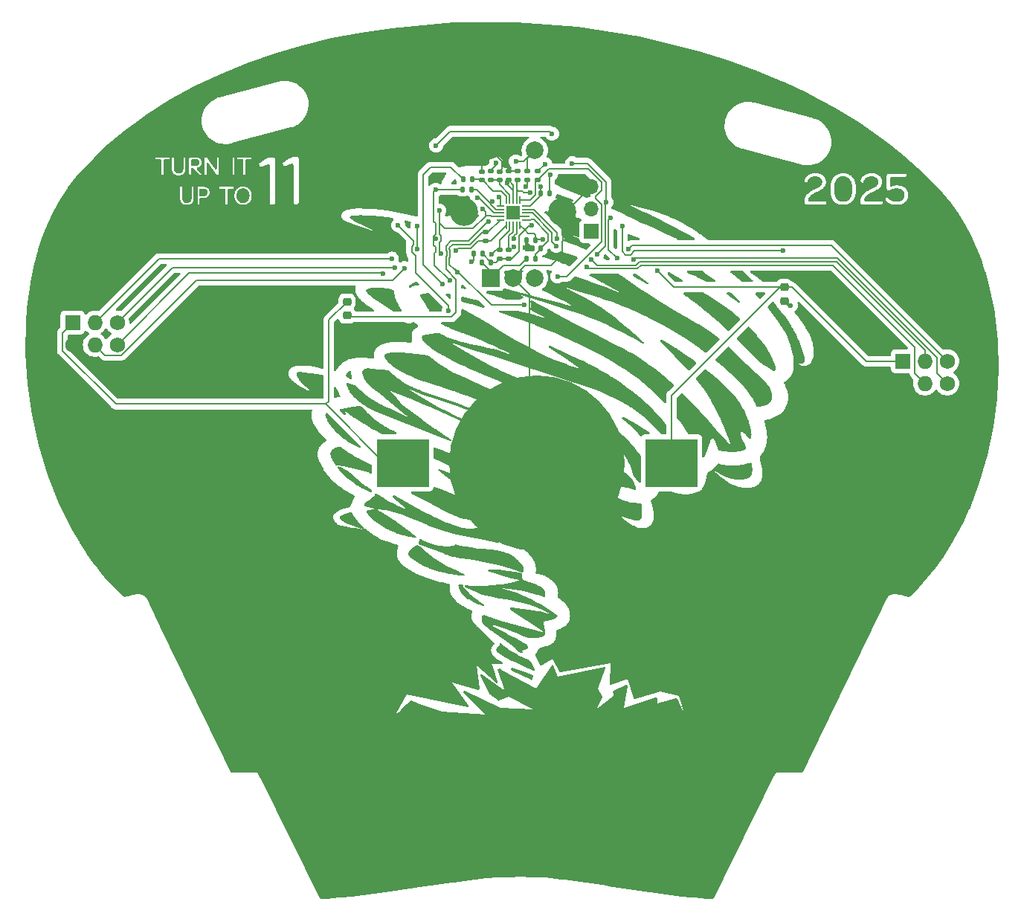
<source format=gbr>
%TF.GenerationSoftware,KiCad,Pcbnew,8.0.8*%
%TF.CreationDate,2025-02-05T00:10:25-06:00*%
%TF.ProjectId,B-Sides 2025,422d5369-6465-4732-9032-3032352e6b69,rev?*%
%TF.SameCoordinates,Original*%
%TF.FileFunction,Copper,L2,Bot*%
%TF.FilePolarity,Positive*%
%FSLAX46Y46*%
G04 Gerber Fmt 4.6, Leading zero omitted, Abs format (unit mm)*
G04 Created by KiCad (PCBNEW 8.0.8) date 2025-02-05 00:10:25*
%MOMM*%
%LPD*%
G01*
G04 APERTURE LIST*
G04 Aperture macros list*
%AMRoundRect*
0 Rectangle with rounded corners*
0 $1 Rounding radius*
0 $2 $3 $4 $5 $6 $7 $8 $9 X,Y pos of 4 corners*
0 Add a 4 corners polygon primitive as box body*
4,1,4,$2,$3,$4,$5,$6,$7,$8,$9,$2,$3,0*
0 Add four circle primitives for the rounded corners*
1,1,$1+$1,$2,$3*
1,1,$1+$1,$4,$5*
1,1,$1+$1,$6,$7*
1,1,$1+$1,$8,$9*
0 Add four rect primitives between the rounded corners*
20,1,$1+$1,$2,$3,$4,$5,0*
20,1,$1+$1,$4,$5,$6,$7,0*
20,1,$1+$1,$6,$7,$8,$9,0*
20,1,$1+$1,$8,$9,$2,$3,0*%
G04 Aperture macros list end*
%TA.AperFunction,SMDPad,CuDef*%
%ADD10RoundRect,0.218750X-0.256250X0.218750X-0.256250X-0.218750X0.256250X-0.218750X0.256250X0.218750X0*%
%TD*%
%TA.AperFunction,ComponentPad*%
%ADD11R,1.727200X1.727200*%
%TD*%
%TA.AperFunction,ComponentPad*%
%ADD12C,1.727200*%
%TD*%
%TA.AperFunction,ComponentPad*%
%ADD13O,1.727200X1.727200*%
%TD*%
%TA.AperFunction,ComponentPad*%
%ADD14R,2.000000X2.000000*%
%TD*%
%TA.AperFunction,ComponentPad*%
%ADD15C,2.000000*%
%TD*%
%TA.AperFunction,ComponentPad*%
%ADD16C,3.200000*%
%TD*%
%TA.AperFunction,SMDPad,CuDef*%
%ADD17RoundRect,0.135000X0.135000X0.185000X-0.135000X0.185000X-0.135000X-0.185000X0.135000X-0.185000X0*%
%TD*%
%TA.AperFunction,SMDPad,CuDef*%
%ADD18R,6.000000X5.500000*%
%TD*%
%TA.AperFunction,SMDPad,CuDef*%
%ADD19C,20.000000*%
%TD*%
%TA.AperFunction,SMDPad,CuDef*%
%ADD20RoundRect,0.140000X0.140000X0.170000X-0.140000X0.170000X-0.140000X-0.170000X0.140000X-0.170000X0*%
%TD*%
%TA.AperFunction,SMDPad,CuDef*%
%ADD21RoundRect,0.135000X0.185000X-0.135000X0.185000X0.135000X-0.185000X0.135000X-0.185000X-0.135000X0*%
%TD*%
%TA.AperFunction,SMDPad,CuDef*%
%ADD22RoundRect,0.135000X-0.135000X-0.185000X0.135000X-0.185000X0.135000X0.185000X-0.135000X0.185000X0*%
%TD*%
%TA.AperFunction,SMDPad,CuDef*%
%ADD23RoundRect,0.135000X-0.185000X0.135000X-0.185000X-0.135000X0.185000X-0.135000X0.185000X0.135000X0*%
%TD*%
%TA.AperFunction,SMDPad,CuDef*%
%ADD24RoundRect,0.140000X0.170000X-0.140000X0.170000X0.140000X-0.170000X0.140000X-0.170000X-0.140000X0*%
%TD*%
%TA.AperFunction,SMDPad,CuDef*%
%ADD25RoundRect,0.050000X0.375000X0.050000X-0.375000X0.050000X-0.375000X-0.050000X0.375000X-0.050000X0*%
%TD*%
%TA.AperFunction,SMDPad,CuDef*%
%ADD26RoundRect,0.050000X0.050000X0.375000X-0.050000X0.375000X-0.050000X-0.375000X0.050000X-0.375000X0*%
%TD*%
%TA.AperFunction,HeatsinkPad*%
%ADD27R,1.650000X1.650000*%
%TD*%
%TA.AperFunction,ComponentPad*%
%ADD28R,1.700000X1.700000*%
%TD*%
%TA.AperFunction,ComponentPad*%
%ADD29O,1.700000X1.700000*%
%TD*%
%TA.AperFunction,ViaPad*%
%ADD30C,0.600000*%
%TD*%
%TA.AperFunction,Conductor*%
%ADD31C,0.200000*%
%TD*%
G04 APERTURE END LIST*
D10*
%TO.P,Q2,1*%
%TO.N,VDD*%
X140260000Y-88102500D03*
%TO.P,Q2,2*%
%TO.N,/GPIO_PHOTO_B*%
X140260000Y-89677500D03*
%TD*%
%TO.P,Q1,1*%
%TO.N,VDD*%
X190040000Y-86452500D03*
%TO.P,Q1,2*%
%TO.N,/GPIO_PHOTO_A*%
X190040000Y-88027500D03*
%TD*%
D11*
%TO.P,J2,1,VCC*%
%TO.N,VDD*%
X203530000Y-94890000D03*
D12*
%TO.P,J2,2,GND*%
%TO.N,GND*%
X203530000Y-97430000D03*
D13*
%TO.P,J2,3,SDA*%
%TO.N,/SDA*%
X206070000Y-94890000D03*
%TO.P,J2,4,SCL*%
%TO.N,/SCL*%
X206070000Y-97430000D03*
D12*
%TO.P,J2,5,GPIO1*%
%TO.N,/PA1*%
X208610000Y-94890000D03*
%TO.P,J2,6,GPIO2*%
%TO.N,/PA2*%
X208610000Y-97430000D03*
%TD*%
D11*
%TO.P,J3,1,VCC*%
%TO.N,VDD*%
X109010000Y-90490000D03*
D12*
%TO.P,J3,2,GND*%
%TO.N,GND*%
X109010000Y-93030000D03*
D13*
%TO.P,J3,3,SDA*%
%TO.N,/SDA*%
X111550000Y-90490000D03*
%TO.P,J3,4,SCL*%
%TO.N,/SCL*%
X111550000Y-93030000D03*
D12*
%TO.P,J3,5,GPIO1*%
%TO.N,/ROT_A*%
X114090000Y-90490000D03*
%TO.P,J3,6,GPIO2*%
%TO.N,/ROT_B*%
X114090000Y-93030000D03*
%TD*%
D14*
%TO.P,SW1,A,A*%
%TO.N,/ROT_A*%
X156640000Y-85390000D03*
D15*
%TO.P,SW1,B,B*%
%TO.N,/ROT_B*%
X161640000Y-85390000D03*
%TO.P,SW1,C,C*%
%TO.N,GND*%
X159140000Y-85390000D03*
D16*
%TO.P,SW1,MP,MP*%
X153540000Y-77890000D03*
X164740000Y-77890000D03*
D15*
%TO.P,SW1,S1,S1*%
%TO.N,Net-(R11-Pad1)*%
X161640000Y-70890000D03*
%TO.P,SW1,S2,S2*%
%TO.N,GND*%
X156640000Y-70890000D03*
%TD*%
D17*
%TO.P,R13,1*%
%TO.N,VDD*%
X155680000Y-82670000D03*
%TO.P,R13,2*%
%TO.N,/ROT_B*%
X154660000Y-82670000D03*
%TD*%
D18*
%TO.P,BT1,1,+*%
%TO.N,VDD*%
X177200000Y-106465000D03*
X146600000Y-106465000D03*
D19*
%TO.P,BT1,2,-*%
%TO.N,GND*%
X161900000Y-106465000D03*
%TD*%
D20*
%TO.P,C1,1*%
%TO.N,/GPIO_ROT_A*%
X162300000Y-82020000D03*
%TO.P,C1,2*%
%TO.N,GND*%
X161340000Y-82020000D03*
%TD*%
D21*
%TO.P,R3,1*%
%TO.N,/GPIO_Y1*%
X156040000Y-81220000D03*
%TO.P,R3,2*%
%TO.N,/GPIO_X1*%
X156040000Y-80200000D03*
%TD*%
%TO.P,R14,1*%
%TO.N,VDD*%
X157660000Y-83220000D03*
%TO.P,R14,2*%
%TO.N,/SCL*%
X157660000Y-82200000D03*
%TD*%
D17*
%TO.P,R10,1*%
%TO.N,VDD*%
X156590000Y-83630000D03*
%TO.P,R10,2*%
%TO.N,/ROT_A*%
X155570000Y-83630000D03*
%TD*%
D22*
%TO.P,R4,1*%
%TO.N,/GPIO_Y2*%
X162290000Y-75740000D03*
%TO.P,R4,2*%
%TO.N,/GPIO_X2*%
X163310000Y-75740000D03*
%TD*%
D23*
%TO.P,R11,1*%
%TO.N,Net-(R11-Pad1)*%
X156610000Y-73260000D03*
%TO.P,R11,2*%
%TO.N,/GPIO_BUTTON*%
X156610000Y-74280000D03*
%TD*%
D24*
%TO.P,C3,1*%
%TO.N,/GPIO_BUTTON*%
X157610000Y-74250000D03*
%TO.P,C3,2*%
%TO.N,GND*%
X157610000Y-73290000D03*
%TD*%
D25*
%TO.P,U2,1,PD7*%
%TO.N,/GPIO_Y2*%
X160620000Y-77200000D03*
%TO.P,U2,2,PA1*%
%TO.N,/PA1*%
X160620000Y-77600000D03*
%TO.P,U2,3,PA2*%
%TO.N,/PA2*%
X160620000Y-78000000D03*
%TO.P,U2,4,VSS*%
%TO.N,GND*%
X160620000Y-78400000D03*
%TO.P,U2,5,PD0*%
%TO.N,/GPIO_ROT_A*%
X160620000Y-78800000D03*
D26*
%TO.P,U2,6,VDD*%
%TO.N,VDD*%
X159970000Y-79450000D03*
%TO.P,U2,7,PC0*%
%TO.N,/GPIO_Y4*%
X159570000Y-79450000D03*
%TO.P,U2,8,PC1*%
%TO.N,/SDA*%
X159170000Y-79450000D03*
%TO.P,U2,9,PC2*%
%TO.N,/SCL*%
X158770000Y-79450000D03*
%TO.P,U2,10,PC3*%
%TO.N,/GPIO_Y1*%
X158370000Y-79450000D03*
D25*
%TO.P,U2,11,PC4*%
%TO.N,/GPIO_X1*%
X157720000Y-78800000D03*
%TO.P,U2,12,PC5*%
%TO.N,/GPIO_X2*%
X157720000Y-78400000D03*
%TO.P,U2,13,PC6*%
%TO.N,/GPIO_X3*%
X157720000Y-78000000D03*
%TO.P,U2,14,PC7*%
%TO.N,/GPIO_X4*%
X157720000Y-77600000D03*
%TO.P,U2,15,PD1*%
%TO.N,/DIO*%
X157720000Y-77200000D03*
D26*
%TO.P,U2,16,PD2*%
%TO.N,/GPIO_ROT_B*%
X158370000Y-76550000D03*
%TO.P,U2,17,PD3*%
%TO.N,/GPIO_BUTTON*%
X158770000Y-76550000D03*
%TO.P,U2,18,PD4*%
%TO.N,/GPIO_PHOTO_B*%
X159170000Y-76550000D03*
%TO.P,U2,19,PD5*%
%TO.N,/GPIO_PHOTO_A*%
X159570000Y-76550000D03*
%TO.P,U2,20,PD6*%
%TO.N,/GPIO_Y3*%
X159970000Y-76550000D03*
D27*
%TO.P,U2,21,VSS*%
%TO.N,GND*%
X159170000Y-78000000D03*
%TD*%
D21*
%TO.P,R8,1*%
%TO.N,/GPIO_PHOTO_B*%
X158640000Y-74280000D03*
%TO.P,R8,2*%
%TO.N,GND*%
X158640000Y-73260000D03*
%TD*%
%TO.P,R7,1*%
%TO.N,/GPIO_PHOTO_A*%
X159680000Y-74270000D03*
%TO.P,R7,2*%
%TO.N,GND*%
X159680000Y-73250000D03*
%TD*%
D20*
%TO.P,C4,1*%
%TO.N,VDD*%
X161680000Y-81080000D03*
%TO.P,C4,2*%
%TO.N,GND*%
X160720000Y-81080000D03*
%TD*%
D17*
%TO.P,R1,1*%
%TO.N,/GPIO_ROT_A*%
X161720000Y-83190000D03*
%TO.P,R1,2*%
%TO.N,/ROT_A*%
X160700000Y-83190000D03*
%TD*%
D21*
%TO.P,R2,1*%
%TO.N,VDD*%
X160770000Y-74220000D03*
%TO.P,R2,2*%
%TO.N,Net-(R11-Pad1)*%
X160770000Y-73200000D03*
%TD*%
D17*
%TO.P,R12,1*%
%TO.N,/GPIO_ROT_B*%
X154500000Y-74190000D03*
%TO.P,R12,2*%
%TO.N,/ROT_B*%
X153480000Y-74190000D03*
%TD*%
D28*
%TO.P,J1,1,Pin_1*%
%TO.N,VDD*%
X168080000Y-80080000D03*
D29*
%TO.P,J1,2,Pin_2*%
%TO.N,/DIO*%
X168080000Y-77540000D03*
%TO.P,J1,3,Pin_3*%
%TO.N,GND*%
X168080000Y-75000000D03*
%TD*%
D24*
%TO.P,C2,1*%
%TO.N,/GPIO_ROT_B*%
X155610000Y-74280000D03*
%TO.P,C2,2*%
%TO.N,GND*%
X155610000Y-73320000D03*
%TD*%
D21*
%TO.P,R5,1*%
%TO.N,/GPIO_Y3*%
X161920000Y-74280000D03*
%TO.P,R5,2*%
%TO.N,/GPIO_X3*%
X161920000Y-73260000D03*
%TD*%
D22*
%TO.P,R6,1*%
%TO.N,/GPIO_Y4*%
X153420000Y-75320000D03*
%TO.P,R6,2*%
%TO.N,/GPIO_X4*%
X154440000Y-75320000D03*
%TD*%
D21*
%TO.P,R9,1*%
%TO.N,VDD*%
X158670000Y-83220000D03*
%TO.P,R9,2*%
%TO.N,/SDA*%
X158670000Y-82200000D03*
%TD*%
D30*
%TO.N,GND*%
X160500000Y-81940000D03*
X159115380Y-78054620D03*
X159500380Y-78499620D03*
%TO.N,/GPIO_X1*%
X160410000Y-88510000D03*
X152824330Y-84775090D03*
%TO.N,/GPIO_Y2*%
X170242670Y-78547206D03*
X171010000Y-83160000D03*
X162336672Y-75009029D03*
%TO.N,/GPIO_Y3*%
X164220000Y-85220000D03*
X151825210Y-89170000D03*
X146080000Y-79400000D03*
%TO.N,/GPIO_Y4*%
X163590000Y-68990000D03*
X151940000Y-85720000D03*
X150400000Y-70320000D03*
X150340000Y-75380000D03*
X150330000Y-80895772D03*
X159280000Y-80980000D03*
%TO.N,/GPIO_Y1*%
X148260000Y-82163717D03*
X152641965Y-82322009D03*
X148260000Y-79461025D03*
%TO.N,/GPIO_X2*%
X163420000Y-73650000D03*
X150941965Y-82652044D03*
X150752378Y-77748382D03*
X155670355Y-77529646D03*
%TO.N,/GPIO_X3*%
X155090000Y-76300000D03*
X162813959Y-72444064D03*
%TO.N,/GPIO_X4*%
X165893918Y-72350000D03*
X169774620Y-76785380D03*
X156772093Y-76668915D03*
X168735281Y-82688749D03*
%TO.N,VDD*%
X161280403Y-79383668D03*
X162520000Y-81000000D03*
X160600347Y-74988892D03*
X175560000Y-84590000D03*
%TO.N,/GPIO_PHOTO_B*%
X158470652Y-74564422D03*
X156340000Y-79000000D03*
%TO.N,/ROT_A*%
X145690000Y-84210000D03*
%TO.N,Net-(R11-Pad1)*%
X157221565Y-72321136D03*
X159463988Y-72163228D03*
%TO.N,/ROT_B*%
X144320000Y-84920000D03*
X154460000Y-83570000D03*
X151100000Y-86110000D03*
%TO.N,/GPIO_PHOTO_A*%
X189910000Y-82330000D03*
X190780000Y-88520000D03*
X161113632Y-75666419D03*
X171590972Y-79461025D03*
%TO.N,/PA2*%
X172903169Y-83304370D03*
X164084620Y-81755380D03*
%TO.N,/DIO*%
X157550000Y-76170000D03*
%TO.N,/SCL*%
X167519998Y-84130000D03*
X146780000Y-84290000D03*
X156730000Y-82710000D03*
%TO.N,/SDA*%
X168090000Y-83320000D03*
X159230000Y-81839109D03*
X145360000Y-83220000D03*
%TO.N,/PA1*%
X164180000Y-80895772D03*
X172262032Y-82121272D03*
%TD*%
D31*
%TO.N,/GPIO_PHOTO_A*%
X190780000Y-88520000D02*
X190532500Y-88520000D01*
X190532500Y-88520000D02*
X190040000Y-88027500D01*
%TO.N,/GPIO_PHOTO_B*%
X156301076Y-79000000D02*
X156340000Y-79000000D01*
X154101076Y-81200000D02*
X156301076Y-79000000D01*
X152070000Y-81200000D02*
X154101076Y-81200000D01*
X151510000Y-81760000D02*
X152070000Y-81200000D01*
X151510000Y-82300840D02*
X151510000Y-81760000D01*
X151591965Y-82921283D02*
X151591965Y-82382805D01*
X152670000Y-85601471D02*
X151510000Y-84441471D01*
X151510000Y-83003248D02*
X151591965Y-82921283D01*
X151510000Y-84441471D02*
X151510000Y-83003248D01*
X152670000Y-89289290D02*
X152670000Y-85601471D01*
X152139290Y-89820000D02*
X152670000Y-89289290D01*
X140260000Y-89677500D02*
X140402500Y-89820000D01*
X151591965Y-82382805D02*
X151510000Y-82300840D01*
X140402500Y-89820000D02*
X152139290Y-89820000D01*
%TO.N,VDD*%
X138170000Y-90192500D02*
X140260000Y-88102500D01*
X138170000Y-99459247D02*
X138170000Y-90192500D01*
X137857287Y-99771960D02*
X138170000Y-99459247D01*
%TO.N,GND*%
X161340000Y-82020000D02*
X160740000Y-81420000D01*
X160740000Y-81420000D02*
X160740000Y-81100000D01*
X164830000Y-80626533D02*
X164740000Y-80536533D01*
X160720000Y-81080000D02*
X160720000Y-81720000D01*
X158640000Y-73260000D02*
X158640000Y-72890000D01*
X155610000Y-73320000D02*
X155610000Y-71920000D01*
X164740000Y-80536533D02*
X164740000Y-77890000D01*
X159140000Y-85390000D02*
X160550000Y-83980000D01*
X157920000Y-72170000D02*
X156640000Y-70890000D01*
X161060000Y-104375000D02*
X161060000Y-87310000D01*
X160620000Y-78400000D02*
X159600000Y-78400000D01*
X160550000Y-83980000D02*
X163518287Y-83980000D01*
X168080000Y-75000000D02*
X165190000Y-77890000D01*
X161060000Y-87310000D02*
X159140000Y-85390000D01*
X164830000Y-81165011D02*
X164830000Y-80626533D01*
X158640000Y-72890000D02*
X156640000Y-70890000D01*
X164740000Y-82758287D02*
X164740000Y-81255011D01*
X160720000Y-81720000D02*
X160500000Y-81940000D01*
X157610000Y-73290000D02*
X157920000Y-72980000D01*
X164740000Y-81255011D02*
X164830000Y-81165011D01*
X155610000Y-71920000D02*
X156640000Y-70890000D01*
X157920000Y-72980000D02*
X157920000Y-72170000D01*
X159680000Y-73250000D02*
X159000000Y-73250000D01*
X159000000Y-73250000D02*
X156640000Y-70890000D01*
X163518287Y-83980000D02*
X164740000Y-82758287D01*
%TO.N,/GPIO_ROT_A*%
X161720000Y-83190000D02*
X161720000Y-82680000D01*
X163170000Y-81230000D02*
X161720000Y-82680000D01*
X161201360Y-78740000D02*
X161514314Y-78740000D01*
X161514314Y-78740000D02*
X163170000Y-80395686D01*
X160620000Y-78800000D02*
X161141360Y-78800000D01*
X163170000Y-80395686D02*
X163170000Y-81230000D01*
X161720000Y-82680000D02*
X162300000Y-82100000D01*
X161141360Y-78800000D02*
X161201360Y-78740000D01*
%TO.N,/GPIO_ROT_B*%
X157819239Y-75520000D02*
X158370000Y-76070761D01*
X154500000Y-74190000D02*
X155520000Y-74190000D01*
X156911076Y-75520000D02*
X157819239Y-75520000D01*
X158370000Y-76070761D02*
X158370000Y-76550000D01*
X155671076Y-74280000D02*
X156911076Y-75520000D01*
%TO.N,/GPIO_BUTTON*%
X157610000Y-74250000D02*
X157610000Y-74745075D01*
X156610000Y-74280000D02*
X157580000Y-74280000D01*
X158770000Y-75905075D02*
X158770000Y-76550000D01*
X157610000Y-74745075D02*
X158770000Y-75905075D01*
%TO.N,/GPIO_X1*%
X151910000Y-83168933D02*
X151910000Y-83860760D01*
X156040000Y-80200000D02*
X155666762Y-80200000D01*
X152559620Y-84400380D02*
X156669240Y-88510000D01*
X157720000Y-78800000D02*
X156320000Y-80200000D01*
X151991965Y-83086969D02*
X151910000Y-83168933D01*
X151910000Y-81964314D02*
X151910000Y-82135154D01*
X152449620Y-84400380D02*
X152824330Y-84775090D01*
X156669240Y-88510000D02*
X160410000Y-88510000D01*
X156320000Y-80200000D02*
X156040000Y-80200000D01*
X152449620Y-84400380D02*
X152559620Y-84400380D01*
X151991965Y-82217119D02*
X151991965Y-83086969D01*
X154266762Y-81600000D02*
X152274314Y-81600000D01*
X152274314Y-81600000D02*
X151910000Y-81964314D01*
X155666762Y-80200000D02*
X154266762Y-81600000D01*
X151910000Y-82135154D02*
X151991965Y-82217119D01*
X151910000Y-83860760D02*
X152449620Y-84400380D01*
%TO.N,/GPIO_Y2*%
X170030000Y-82180000D02*
X170030000Y-78759876D01*
X161149999Y-77200000D02*
X160620000Y-77200000D01*
X171010000Y-83160000D02*
X170030000Y-82180000D01*
X162290000Y-75740000D02*
X162290000Y-76059999D01*
X162290000Y-76059999D02*
X161149999Y-77200000D01*
X170030000Y-78759876D02*
X170242670Y-78547206D01*
X162290000Y-75055701D02*
X162290000Y-75740000D01*
X162336672Y-75009029D02*
X162290000Y-75055701D01*
%TO.N,/GPIO_Y3*%
X167706346Y-73000000D02*
X169230000Y-74523654D01*
X168556346Y-76150000D02*
X168556346Y-76390000D01*
X147990761Y-82813717D02*
X148080000Y-82813717D01*
X169230000Y-74523654D02*
X169230000Y-75476346D01*
X165300000Y-85220000D02*
X164220000Y-85220000D01*
X151825210Y-88550895D02*
X151825210Y-89170000D01*
X168556346Y-76390000D02*
X169230000Y-77063654D01*
X147610000Y-81894478D02*
X147610000Y-82432956D01*
X148080000Y-82813717D02*
X148080000Y-84805685D01*
X169230000Y-75476346D02*
X168556346Y-76150000D01*
X147860000Y-81180000D02*
X147860000Y-81644478D01*
X161149290Y-76550000D02*
X159970000Y-76550000D01*
X161720000Y-74480000D02*
X161720000Y-75979290D01*
X161920000Y-74280000D02*
X163200000Y-73000000D01*
X147610000Y-82432956D02*
X147990761Y-82813717D01*
X161720000Y-75979290D02*
X161149290Y-76550000D01*
X146080000Y-79400000D02*
X147860000Y-81180000D01*
X169230000Y-81290000D02*
X165300000Y-85220000D01*
X161920000Y-74280000D02*
X161720000Y-74480000D01*
X147860000Y-81644478D02*
X147610000Y-81894478D01*
X169230000Y-77063654D02*
X169230000Y-81290000D01*
X163200000Y-73000000D02*
X167706346Y-73000000D01*
X148080000Y-84805685D02*
X151825210Y-88550895D01*
%TO.N,/GPIO_Y4*%
X163310000Y-68710000D02*
X163590000Y-68990000D01*
X150190000Y-83970000D02*
X151940000Y-85720000D01*
X150400000Y-75320000D02*
X150340000Y-75380000D01*
X150330000Y-81894478D02*
X150330000Y-82432956D01*
X159570000Y-80304315D02*
X159280000Y-80594315D01*
X150330000Y-79191786D02*
X150102378Y-78964164D01*
X150328150Y-80895772D02*
X150330000Y-80895772D01*
X150330000Y-80442378D02*
X150330000Y-79191786D01*
X153420000Y-75320000D02*
X150400000Y-75320000D01*
X150330000Y-82432956D02*
X150232838Y-82530118D01*
X150232838Y-82530118D02*
X150232838Y-82551311D01*
X159570000Y-79450000D02*
X159570000Y-80304315D01*
X150190000Y-82594149D02*
X150190000Y-83970000D01*
X152010000Y-68710000D02*
X163310000Y-68710000D01*
X150102378Y-80670000D02*
X150102378Y-81666856D01*
X150102378Y-81666856D02*
X150330000Y-81894478D01*
X150400000Y-70320000D02*
X152010000Y-68710000D01*
X150102378Y-75617622D02*
X150340000Y-75380000D01*
X159280000Y-80594315D02*
X159280000Y-80980000D01*
X150102378Y-80670000D02*
X150330000Y-80442378D01*
X150232838Y-82551311D02*
X150190000Y-82594149D01*
X150102378Y-78964164D02*
X150102378Y-75617622D01*
X150102378Y-80670000D02*
X150328150Y-80895772D01*
%TO.N,/GPIO_Y1*%
X148260000Y-79461025D02*
X148260000Y-82163717D01*
X158370000Y-79450000D02*
X156600000Y-81220000D01*
X154372448Y-82060000D02*
X152903974Y-82060000D01*
X156040000Y-81220000D02*
X155212448Y-81220000D01*
X155212448Y-81220000D02*
X154372448Y-82060000D01*
X156600000Y-81220000D02*
X156040000Y-81220000D01*
X152903974Y-82060000D02*
X152641965Y-82322009D01*
%TO.N,/GPIO_X2*%
X150811697Y-79219319D02*
X150811697Y-80458230D01*
X150980000Y-80626533D02*
X150980000Y-81165011D01*
X156659239Y-78340000D02*
X156080000Y-78340000D01*
X157720000Y-78400000D02*
X156719239Y-78400000D01*
X154630000Y-79790000D02*
X156020000Y-78400000D01*
X156080000Y-78340000D02*
X156020000Y-78400000D01*
X156719239Y-78400000D02*
X156659239Y-78340000D01*
X150752378Y-79160000D02*
X150811697Y-79219319D01*
X150980000Y-81165011D02*
X150811697Y-81333314D01*
X156020000Y-77879291D02*
X156020000Y-78400000D01*
X155670355Y-77529646D02*
X156020000Y-77879291D01*
X163310000Y-73760000D02*
X163420000Y-73650000D01*
X151382378Y-79790000D02*
X154630000Y-79790000D01*
X150752378Y-79160000D02*
X151382378Y-79790000D01*
X163310000Y-75740000D02*
X163310000Y-73760000D01*
X150811697Y-81333314D02*
X150811697Y-82521776D01*
X150811697Y-82521776D02*
X150941965Y-82652044D01*
X150752378Y-77748382D02*
X150752378Y-79160000D01*
X150811697Y-80458230D02*
X150980000Y-80626533D01*
%TO.N,/GPIO_X3*%
X161998023Y-73260000D02*
X162813959Y-72444064D01*
X156989239Y-78000000D02*
X155289239Y-76300000D01*
X155289239Y-76300000D02*
X155090000Y-76300000D01*
X157720000Y-78000000D02*
X156989239Y-78000000D01*
%TO.N,/GPIO_X4*%
X169774620Y-76785380D02*
X169630000Y-76930000D01*
X156772093Y-76837308D02*
X156772093Y-76668915D01*
X169630000Y-76930000D02*
X169630000Y-81794030D01*
X157198640Y-77600000D02*
X157720000Y-77600000D01*
X156644320Y-77045680D02*
X157198640Y-77600000D01*
X154440000Y-75320000D02*
X154999239Y-75320000D01*
X156644320Y-76965081D02*
X156644320Y-77045680D01*
X169774620Y-76785380D02*
X169774620Y-74502588D01*
X169630000Y-81794030D02*
X168735281Y-82688749D01*
X169774620Y-74502588D02*
X167622032Y-72350000D01*
X154999239Y-75320000D02*
X156644320Y-76965081D01*
X167622032Y-72350000D02*
X165893918Y-72350000D01*
X156644320Y-76965081D02*
X156772093Y-76837308D01*
%TO.N,VDD*%
X158670000Y-83220000D02*
X159009239Y-83220000D01*
X177433032Y-86463032D02*
X189524953Y-86463032D01*
X203530000Y-94890000D02*
X199351921Y-94890000D01*
X159880000Y-80560000D02*
X160480000Y-79960000D01*
X159880000Y-82349239D02*
X159880000Y-80560000D01*
X159009239Y-83220000D02*
X159880000Y-82349239D01*
X107846400Y-91653600D02*
X107846400Y-93696400D01*
X107846400Y-93696400D02*
X113921960Y-99771960D01*
X160770000Y-74220000D02*
X160770000Y-74819239D01*
X109010000Y-90490000D02*
X107846400Y-91653600D01*
X161680000Y-81080000D02*
X161680000Y-80480000D01*
X144550327Y-106465000D02*
X137857287Y-99771960D01*
X156590000Y-83630000D02*
X157250000Y-83630000D01*
X161680000Y-80480000D02*
X161570000Y-80370000D01*
X199351921Y-94890000D02*
X190924953Y-86463032D01*
X156640000Y-83630000D02*
X157250000Y-83630000D01*
X160480000Y-79960000D02*
X160890000Y-80370000D01*
X155680000Y-82670000D02*
X156640000Y-83630000D01*
X157660000Y-83220000D02*
X158670000Y-83220000D01*
X189524953Y-86463032D02*
X177200000Y-98787985D01*
X160890000Y-80370000D02*
X161570000Y-80370000D01*
X157250000Y-83630000D02*
X157660000Y-83220000D01*
X160770000Y-74819239D02*
X160600347Y-74988892D01*
X113921960Y-99771960D02*
X137857287Y-99771960D01*
X161280403Y-79383668D02*
X161056332Y-79383668D01*
X177200000Y-98787985D02*
X177200000Y-106465000D01*
X190924953Y-86463032D02*
X189524953Y-86463032D01*
X161056332Y-79383668D02*
X160480000Y-79960000D01*
X175560000Y-84590000D02*
X177433032Y-86463032D01*
X159970000Y-79450000D02*
X160480000Y-79960000D01*
X162520000Y-81000000D02*
X161760000Y-81000000D01*
%TO.N,/GPIO_PHOTO_B*%
X159170000Y-75460000D02*
X158470652Y-74760652D01*
X158640000Y-74280000D02*
X159170000Y-74810000D01*
X158470652Y-74760652D02*
X158470652Y-74564422D01*
X159170000Y-75460000D02*
X159170000Y-76550000D01*
X159170000Y-74810000D02*
X159170000Y-75460000D01*
%TO.N,/ROT_A*%
X114090000Y-90490000D02*
X120370000Y-84210000D01*
X155570000Y-83630000D02*
X156640000Y-84700000D01*
X160700000Y-83190000D02*
X159920000Y-83970000D01*
X120370000Y-84210000D02*
X145690000Y-84210000D01*
X159920000Y-83970000D02*
X158060000Y-83970000D01*
X158060000Y-83970000D02*
X156640000Y-85390000D01*
%TO.N,Net-(R11-Pad1)*%
X161640000Y-70890000D02*
X160366772Y-72163228D01*
X160770000Y-71760000D02*
X161640000Y-70890000D01*
X156610000Y-73160000D02*
X157221565Y-72548435D01*
X160770000Y-73200000D02*
X160770000Y-71760000D01*
X157221565Y-72548435D02*
X157221565Y-72321136D01*
X160366772Y-72163228D02*
X159463988Y-72163228D01*
%TO.N,/ROT_B*%
X154660000Y-82670000D02*
X154660000Y-83370000D01*
X153480000Y-74190000D02*
X152080000Y-72790000D01*
X144260000Y-84860000D02*
X122260000Y-84860000D01*
X122260000Y-84860000D02*
X114090000Y-93030000D01*
X148910000Y-73640000D02*
X148910000Y-83920000D01*
X144320000Y-84920000D02*
X144260000Y-84860000D01*
X154660000Y-83370000D02*
X154460000Y-83570000D01*
X152080000Y-72790000D02*
X149760000Y-72790000D01*
X148910000Y-83920000D02*
X151100000Y-86110000D01*
X149760000Y-72790000D02*
X148910000Y-73640000D01*
%TO.N,/GPIO_PHOTO_A*%
X160247191Y-75554975D02*
X160358635Y-75666419D01*
X159570000Y-75360000D02*
X159764975Y-75554975D01*
X171590972Y-79461025D02*
X171590972Y-82369451D01*
X171590972Y-82369451D02*
X171992793Y-82771272D01*
X159764975Y-75554975D02*
X160247191Y-75554975D01*
X171992793Y-82771272D02*
X172531271Y-82771272D01*
X160358635Y-75666419D02*
X161113632Y-75666419D01*
X159570000Y-75360000D02*
X159570000Y-76550000D01*
X172972543Y-82330000D02*
X189910000Y-82330000D01*
X172531271Y-82771272D02*
X172972543Y-82330000D01*
X159570000Y-74380000D02*
X159570000Y-75360000D01*
%TO.N,/PA2*%
X163570000Y-80230000D02*
X163570000Y-81240760D01*
X173077539Y-83130000D02*
X172903169Y-83304370D01*
X207446400Y-94479400D02*
X196097000Y-83130000D01*
X196097000Y-83130000D02*
X173077539Y-83130000D01*
X207446400Y-96266400D02*
X207446400Y-94479400D01*
X160620000Y-78000000D02*
X161340000Y-78000000D01*
X161340000Y-78000000D02*
X163570000Y-80230000D01*
X163570000Y-81240760D02*
X164084620Y-81755380D01*
X208610000Y-97430000D02*
X207446400Y-96266400D01*
%TO.N,/DIO*%
X157720000Y-76340000D02*
X157550000Y-76170000D01*
X157720000Y-77200000D02*
X157720000Y-76340000D01*
%TO.N,/SCL*%
X145420000Y-85650000D02*
X146780000Y-84290000D01*
X112713600Y-94193600D02*
X114571979Y-94193600D01*
X167744368Y-84354370D02*
X167519998Y-84130000D01*
X204906400Y-93286400D02*
X195600000Y-83980000D01*
X123115579Y-85650000D02*
X145420000Y-85650000D01*
X158770000Y-79971360D02*
X157660000Y-81081360D01*
X158770000Y-79450000D02*
X158770000Y-79971360D01*
X157240000Y-82200000D02*
X156730000Y-82710000D01*
X173338094Y-84354370D02*
X167744368Y-84354370D01*
X173712464Y-83980000D02*
X173338094Y-84354370D01*
X204906400Y-96266400D02*
X204906400Y-93286400D01*
X114571979Y-94193600D02*
X123115579Y-85650000D01*
X195600000Y-83980000D02*
X173712464Y-83980000D01*
X111550000Y-93030000D02*
X112713600Y-94193600D01*
X157660000Y-82200000D02*
X157240000Y-82200000D01*
X206070000Y-97430000D02*
X204906400Y-96266400D01*
X157660000Y-81081360D02*
X157660000Y-82200000D01*
%TO.N,/SDA*%
X206070000Y-94890000D02*
X206070000Y-93668686D01*
X195981314Y-83580000D02*
X173546778Y-83580000D01*
X159170000Y-79450000D02*
X159170000Y-80138626D01*
X118840000Y-83200000D02*
X118860000Y-83220000D01*
X206070000Y-93668686D02*
X195981314Y-83580000D01*
X111550000Y-90490000D02*
X118840000Y-83200000D01*
X168724370Y-83954370D02*
X168090000Y-83320000D01*
X173546778Y-83580000D02*
X173172408Y-83954370D01*
X158869109Y-82200000D02*
X159230000Y-81839109D01*
X159170000Y-80138626D02*
X158670000Y-80638626D01*
X173172408Y-83954370D02*
X168724370Y-83954370D01*
X158670000Y-80638626D02*
X158670000Y-82200000D01*
X118860000Y-83220000D02*
X145360000Y-83220000D01*
%TO.N,/PA1*%
X160620000Y-77600000D02*
X161505686Y-77600000D01*
X161505686Y-77600000D02*
X164180000Y-80274314D01*
X172693304Y-81690000D02*
X172262032Y-82121272D01*
X208610000Y-94890000D02*
X195410000Y-81690000D01*
X164180000Y-80274314D02*
X164180000Y-80895772D01*
X195410000Y-81690000D02*
X172693304Y-81690000D01*
%TD*%
%TA.AperFunction,Conductor*%
%TO.N,GND*%
G36*
X143584855Y-109961810D02*
G01*
X143587781Y-109963675D01*
X143926924Y-110186569D01*
X143926953Y-110186587D01*
X144320733Y-110431442D01*
X144722719Y-110666975D01*
X145133342Y-110892704D01*
X145553033Y-111108143D01*
X145553043Y-111108148D01*
X145553063Y-111108158D01*
X145862007Y-111255483D01*
X145982223Y-111312810D01*
X146421344Y-111506219D01*
X146740646Y-111635272D01*
X146870840Y-111687893D01*
X146877257Y-111690237D01*
X146887612Y-111694020D01*
X146904546Y-111699702D01*
X146921607Y-111705017D01*
X146938773Y-111710047D01*
X146970673Y-111718764D01*
X146981051Y-111721600D01*
X147029961Y-111747844D01*
X147032908Y-111750419D01*
X147038680Y-111755463D01*
X147039147Y-111755874D01*
X147069277Y-111782473D01*
X147069278Y-111782473D01*
X147082274Y-111777792D01*
X147082282Y-111777788D01*
X147082346Y-111777766D01*
X147095448Y-111772942D01*
X147121709Y-111763228D01*
X147065223Y-111745849D01*
X147055424Y-111742876D01*
X147036771Y-111737216D01*
X147034206Y-111736475D01*
X146987246Y-111710898D01*
X146977810Y-111702688D01*
X145456892Y-110379329D01*
X145419238Y-110320474D01*
X145419382Y-110250604D01*
X145457277Y-110191904D01*
X145520892Y-110163009D01*
X145590030Y-110173095D01*
X145596934Y-110176528D01*
X148937356Y-111969905D01*
X148937384Y-111969919D01*
X148937405Y-111969931D01*
X149895485Y-112473947D01*
X150091948Y-112572588D01*
X150379720Y-112717074D01*
X150869873Y-112950056D01*
X151367763Y-113169715D01*
X151620183Y-113273556D01*
X151620206Y-113273565D01*
X151620228Y-113273574D01*
X151725769Y-113314675D01*
X151875224Y-113372878D01*
X151958882Y-113403502D01*
X152133123Y-113467286D01*
X152332570Y-113535373D01*
X152394090Y-113556375D01*
X152593475Y-113619281D01*
X152651861Y-113637702D01*
X152658372Y-113639756D01*
X152926193Y-113717032D01*
X152926216Y-113717038D01*
X152926219Y-113717039D01*
X153177373Y-113784154D01*
X153430139Y-113845641D01*
X153524989Y-113866130D01*
X153557116Y-113873070D01*
X153684480Y-113897646D01*
X153812229Y-113918889D01*
X153940360Y-113936316D01*
X154068185Y-113949377D01*
X154068890Y-113949449D01*
X154197755Y-113957800D01*
X154327005Y-113960894D01*
X154327009Y-113960893D01*
X154327013Y-113960894D01*
X154442237Y-113958540D01*
X154456641Y-113958246D01*
X154456642Y-113958246D01*
X154516496Y-113954162D01*
X154586633Y-113949377D01*
X154716989Y-113933804D01*
X154847703Y-113911046D01*
X154978774Y-113880622D01*
X155034264Y-113867122D01*
X155038652Y-113866141D01*
X155090484Y-113855549D01*
X155095292Y-113854666D01*
X155145594Y-113846469D01*
X155150834Y-113845730D01*
X155199639Y-113839915D01*
X155205255Y-113839376D01*
X155252749Y-113835911D01*
X155258667Y-113835623D01*
X155304969Y-113834493D01*
X155311206Y-113834498D01*
X155356392Y-113835684D01*
X155362883Y-113836025D01*
X155407160Y-113839522D01*
X155413792Y-113840227D01*
X155457313Y-113846040D01*
X155463995Y-113847118D01*
X155506973Y-113855276D01*
X155513624Y-113856730D01*
X155514182Y-113856868D01*
X155556187Y-113867263D01*
X155562690Y-113869062D01*
X155605069Y-113882044D01*
X155611323Y-113884144D01*
X155653670Y-113899646D01*
X155659659Y-113902019D01*
X155702053Y-113920098D01*
X155707712Y-113922681D01*
X155750338Y-113943444D01*
X155755568Y-113946147D01*
X155799908Y-113970435D01*
X155802166Y-113971706D01*
X156727466Y-114505709D01*
X156728467Y-114506292D01*
X157187641Y-114777252D01*
X157188870Y-114777989D01*
X157410830Y-114912759D01*
X157415539Y-114915618D01*
X157416735Y-114916354D01*
X157639208Y-115054921D01*
X157644678Y-115058534D01*
X157646065Y-115059503D01*
X157654863Y-115066266D01*
X157655117Y-115066480D01*
X157662324Y-115073054D01*
X157663638Y-115074351D01*
X157669706Y-115080785D01*
X157671836Y-115083211D01*
X157676843Y-115089293D01*
X157679604Y-115092874D01*
X157683756Y-115098589D01*
X157686035Y-115101922D01*
X157686949Y-115103258D01*
X157690446Y-115108669D01*
X157693900Y-115114331D01*
X157696826Y-115119393D01*
X157699829Y-115124882D01*
X157703407Y-115131950D01*
X157711245Y-115148742D01*
X157714885Y-115157377D01*
X157721695Y-115175408D01*
X157724411Y-115183414D01*
X157730380Y-115203205D01*
X157732431Y-115210888D01*
X157737263Y-115231638D01*
X157738786Y-115239251D01*
X157742300Y-115260203D01*
X157743361Y-115268065D01*
X157745453Y-115288468D01*
X157746028Y-115296903D01*
X157746672Y-115315845D01*
X157746636Y-115325230D01*
X157745881Y-115343316D01*
X157745297Y-115351223D01*
X157744673Y-115357106D01*
X157743904Y-115363005D01*
X157742941Y-115369223D01*
X157741786Y-115375579D01*
X157740727Y-115380653D01*
X157739038Y-115387707D01*
X157738003Y-115391532D01*
X157735636Y-115399270D01*
X157735465Y-115399770D01*
X157695146Y-115456833D01*
X157692753Y-115458682D01*
X157691946Y-115459290D01*
X157685767Y-115463656D01*
X157682041Y-115466122D01*
X157676343Y-115469675D01*
X157672468Y-115471948D01*
X157664901Y-115476041D01*
X157649952Y-115483468D01*
X157641272Y-115487372D01*
X157623717Y-115494472D01*
X157616336Y-115497189D01*
X157595501Y-115504114D01*
X157589094Y-115506053D01*
X157565727Y-115512442D01*
X157560006Y-115513861D01*
X157534673Y-115519509D01*
X157529430Y-115520559D01*
X157502802Y-115525301D01*
X157497850Y-115526080D01*
X157470494Y-115529818D01*
X157465664Y-115530382D01*
X157438086Y-115533054D01*
X157433235Y-115533428D01*
X157406046Y-115534989D01*
X157401002Y-115535176D01*
X157374741Y-115535613D01*
X157369333Y-115535585D01*
X157344619Y-115534918D01*
X157338595Y-115534609D01*
X157316093Y-115532904D01*
X157309176Y-115532184D01*
X157289665Y-115529599D01*
X157281357Y-115528209D01*
X155833353Y-115235187D01*
X154972224Y-115086644D01*
X154970015Y-115086242D01*
X154115887Y-114922923D01*
X154113175Y-114922374D01*
X153266393Y-114740786D01*
X153263181Y-114740052D01*
X152424864Y-114536838D01*
X152421159Y-114535879D01*
X151592373Y-114307681D01*
X151588191Y-114306450D01*
X150770046Y-114049923D01*
X150765414Y-114048370D01*
X149958313Y-113759926D01*
X149954583Y-113758525D01*
X149556700Y-113601737D01*
X149554087Y-113600673D01*
X149236942Y-113467286D01*
X149157634Y-113433930D01*
X149157200Y-113433746D01*
X149126791Y-113420807D01*
X149059854Y-113392325D01*
X148802293Y-113282732D01*
X148802260Y-113282718D01*
X148802226Y-113282704D01*
X148444265Y-113135934D01*
X148437110Y-113133123D01*
X147722526Y-112852390D01*
X147713937Y-112849137D01*
X146269662Y-112302130D01*
X146269641Y-112302122D01*
X146269606Y-112302109D01*
X146116121Y-112245573D01*
X145961484Y-112192227D01*
X145649158Y-112094893D01*
X145332791Y-112009458D01*
X145012651Y-111935300D01*
X144688841Y-111871753D01*
X144361570Y-111818177D01*
X144355093Y-111817309D01*
X144031026Y-111773924D01*
X144031010Y-111773922D01*
X144031008Y-111773922D01*
X143697332Y-111738341D01*
X143697331Y-111738341D01*
X143706815Y-111750325D01*
X143706821Y-111750332D01*
X143706825Y-111750337D01*
X143711780Y-111756112D01*
X143716650Y-111761789D01*
X143726766Y-111772713D01*
X143726774Y-111772721D01*
X143737187Y-111783184D01*
X143747863Y-111793214D01*
X143758780Y-111802847D01*
X143758787Y-111802853D01*
X143769908Y-111812115D01*
X143769917Y-111812122D01*
X143781252Y-111821077D01*
X143792764Y-111829749D01*
X143804430Y-111838179D01*
X143828139Y-111854458D01*
X143852206Y-111870219D01*
X143871762Y-111882757D01*
X143876488Y-111885787D01*
X144110124Y-112033425D01*
X145000436Y-112596027D01*
X145004426Y-112598548D01*
X145005213Y-112599049D01*
X145558909Y-112954977D01*
X145564692Y-112958694D01*
X145566055Y-112959584D01*
X145687159Y-113039729D01*
X145841843Y-113142097D01*
X145843132Y-113142961D01*
X146116008Y-113328498D01*
X146117593Y-113329595D01*
X146409762Y-113535424D01*
X146411225Y-113536473D01*
X146699548Y-113746797D01*
X146700654Y-113747613D01*
X147273272Y-114176265D01*
X147848385Y-114602909D01*
X148071763Y-114762187D01*
X148114919Y-114817135D01*
X148121516Y-114886693D01*
X148089461Y-114948775D01*
X148028930Y-114983672D01*
X147981181Y-114985747D01*
X147870583Y-114968975D01*
X147778790Y-114955509D01*
X147720403Y-114946944D01*
X147718030Y-114946573D01*
X147569389Y-114921806D01*
X147567072Y-114921397D01*
X147418890Y-114893807D01*
X147416631Y-114893365D01*
X147268874Y-114863006D01*
X147266668Y-114862531D01*
X147119731Y-114829543D01*
X147117573Y-114829039D01*
X146971380Y-114793462D01*
X146969266Y-114792928D01*
X146824026Y-114754866D01*
X146821950Y-114754302D01*
X146678072Y-114713918D01*
X146675718Y-114713232D01*
X146379407Y-114623705D01*
X146376562Y-114622808D01*
X146085540Y-114527180D01*
X146082493Y-114526135D01*
X145796934Y-114424011D01*
X145793685Y-114422798D01*
X145513872Y-114313810D01*
X145510425Y-114312407D01*
X145236763Y-114196241D01*
X145233126Y-114194628D01*
X144965812Y-114070889D01*
X144962004Y-114069046D01*
X144701397Y-113937404D01*
X144697421Y-113935304D01*
X144696431Y-113934758D01*
X144600860Y-113882037D01*
X144443851Y-113795425D01*
X144439719Y-113793041D01*
X144193434Y-113644550D01*
X144189182Y-113641867D01*
X143950500Y-113484425D01*
X143946159Y-113481427D01*
X143715360Y-113314675D01*
X143710967Y-113311350D01*
X143488291Y-113134896D01*
X143483886Y-113131237D01*
X143451128Y-113102721D01*
X143356616Y-113020446D01*
X143269666Y-112944755D01*
X143265298Y-112940766D01*
X143059752Y-112743835D01*
X143055468Y-112739524D01*
X142892171Y-112566949D01*
X142858895Y-112531783D01*
X142854746Y-112527172D01*
X142666932Y-112307663D01*
X142663865Y-112303932D01*
X142647462Y-112283170D01*
X142646084Y-112281393D01*
X142629531Y-112259623D01*
X142627750Y-112257221D01*
X142594374Y-112211051D01*
X142592531Y-112208431D01*
X142560049Y-112160937D01*
X142558782Y-112159047D01*
X142526387Y-112109747D01*
X142525530Y-112108423D01*
X142496154Y-112062454D01*
X142476641Y-111995365D01*
X142496498Y-111928376D01*
X142549419Y-111882757D01*
X142585427Y-111872620D01*
X143322419Y-111781520D01*
X143322561Y-111762631D01*
X143322578Y-111761406D01*
X143322946Y-111742780D01*
X143322976Y-111741598D01*
X143324148Y-111702689D01*
X143324146Y-111702688D01*
X143324147Y-111702688D01*
X143324148Y-111702688D01*
X142299781Y-111446971D01*
X142239505Y-111411635D01*
X142207902Y-111349322D01*
X142205844Y-111329394D01*
X142205644Y-111320314D01*
X142205690Y-111313244D01*
X142205784Y-111310549D01*
X142206172Y-111299487D01*
X142206621Y-111292444D01*
X142207863Y-111279024D01*
X142208710Y-111272047D01*
X142210685Y-111258911D01*
X142211910Y-111252078D01*
X142214610Y-111239128D01*
X142216175Y-111232535D01*
X142219612Y-111219650D01*
X142221465Y-111213380D01*
X142225645Y-111200517D01*
X142227741Y-111194591D01*
X142232686Y-111181686D01*
X142234981Y-111176115D01*
X142240670Y-111163220D01*
X142243139Y-111157964D01*
X142249583Y-111145048D01*
X142252157Y-111140163D01*
X142259418Y-111127109D01*
X142262034Y-111122634D01*
X142269458Y-111110520D01*
X142273392Y-111104499D01*
X142292604Y-111076902D01*
X142297696Y-111070102D01*
X142319299Y-111043239D01*
X142324036Y-111037694D01*
X142348639Y-111010570D01*
X142352925Y-111006079D01*
X142370200Y-110988862D01*
X142380285Y-110978810D01*
X142384038Y-110975223D01*
X142413956Y-110947817D01*
X142417109Y-110945028D01*
X142449309Y-110917519D01*
X142451862Y-110915399D01*
X142486052Y-110887797D01*
X142488027Y-110886237D01*
X142523756Y-110858643D01*
X142525472Y-110857343D01*
X142716203Y-110715677D01*
X142908906Y-110574403D01*
X143099966Y-110431602D01*
X143194023Y-110358826D01*
X143286641Y-110284705D01*
X143300716Y-110272842D01*
X143313942Y-110261011D01*
X143326303Y-110249216D01*
X143337777Y-110237459D01*
X143348347Y-110225743D01*
X143357993Y-110214072D01*
X143366696Y-110202450D01*
X143374437Y-110190878D01*
X143381197Y-110179361D01*
X143386957Y-110167902D01*
X143391698Y-110156503D01*
X143395400Y-110145169D01*
X143398045Y-110133901D01*
X143399613Y-110122704D01*
X143400086Y-110111580D01*
X143399932Y-110108938D01*
X143399445Y-110100550D01*
X143399444Y-110100549D01*
X143399444Y-110100533D01*
X143397668Y-110089566D01*
X143397667Y-110089565D01*
X143397272Y-110087120D01*
X143405987Y-110017796D01*
X143450798Y-109964188D01*
X143517477Y-109943318D01*
X143584855Y-109961810D01*
G37*
%TD.AperFunction*%
%TA.AperFunction,Conductor*%
G36*
X150265879Y-109178891D02*
G01*
X151189913Y-109530484D01*
X151193484Y-109531906D01*
X152186011Y-109945432D01*
X152189170Y-109946801D01*
X152677586Y-110166734D01*
X152679896Y-110167804D01*
X153159580Y-110396345D01*
X153163222Y-110398080D01*
X153166301Y-110399600D01*
X153204042Y-110418898D01*
X153207153Y-110420545D01*
X153224865Y-110430246D01*
X153226919Y-110431398D01*
X153230164Y-110433260D01*
X153244870Y-110441696D01*
X153247038Y-110442968D01*
X153264761Y-110453620D01*
X153266896Y-110454933D01*
X153284349Y-110465931D01*
X153286585Y-110467375D01*
X153303525Y-110478577D01*
X153305887Y-110480178D01*
X153322424Y-110491669D01*
X153324857Y-110493404D01*
X153340877Y-110505118D01*
X153343397Y-110507010D01*
X153358871Y-110518940D01*
X153361438Y-110520973D01*
X153376334Y-110533107D01*
X153378988Y-110535332D01*
X153390888Y-110545601D01*
X153393211Y-110547605D01*
X153395992Y-110550079D01*
X153409470Y-110562434D01*
X153412358Y-110565168D01*
X153425068Y-110577592D01*
X153428033Y-110580590D01*
X153439950Y-110593059D01*
X153443007Y-110596377D01*
X153454593Y-110609418D01*
X153456762Y-110611926D01*
X153505854Y-110670253D01*
X153507352Y-110672067D01*
X153555619Y-110731673D01*
X153557178Y-110733639D01*
X153653010Y-110857007D01*
X153653892Y-110858156D01*
X153745377Y-110978810D01*
X153844548Y-111109601D01*
X153942542Y-111233293D01*
X153946180Y-111237655D01*
X153993010Y-111293810D01*
X154019968Y-111324710D01*
X154044817Y-111353194D01*
X154098180Y-111411196D01*
X154098197Y-111411214D01*
X154153347Y-111467609D01*
X154210608Y-111522261D01*
X154270137Y-111574871D01*
X154270146Y-111574878D01*
X154270149Y-111574881D01*
X154343720Y-111635272D01*
X154445450Y-111718778D01*
X154622500Y-111860589D01*
X154623889Y-111861718D01*
X154798006Y-112005523D01*
X154800575Y-112007706D01*
X154859689Y-112059382D01*
X154884154Y-112080769D01*
X154886697Y-112083055D01*
X154955497Y-112146630D01*
X154968022Y-112158203D01*
X154971080Y-112161127D01*
X154974887Y-112164894D01*
X155049435Y-112238660D01*
X155052943Y-112242275D01*
X155127879Y-112322707D01*
X155131734Y-112327044D01*
X155202836Y-112410906D01*
X155206919Y-112415986D01*
X155273814Y-112503859D01*
X155277982Y-112509675D01*
X155340292Y-112602143D01*
X155344388Y-112608648D01*
X155402277Y-112707237D01*
X155405189Y-112712485D01*
X155431430Y-112762601D01*
X155433286Y-112766294D01*
X155437095Y-112774199D01*
X155448463Y-112843137D01*
X155420754Y-112907278D01*
X155362768Y-112946256D01*
X155336486Y-112951527D01*
X155221546Y-112961856D01*
X154947084Y-112987667D01*
X154944460Y-112987886D01*
X154813552Y-112997398D01*
X154809570Y-112997623D01*
X154681525Y-113002794D01*
X154677432Y-113002892D01*
X154615748Y-113003345D01*
X154612422Y-113003324D01*
X154551082Y-113002129D01*
X154547316Y-113001999D01*
X154486707Y-112998974D01*
X154482515Y-112998693D01*
X154476605Y-112998197D01*
X154422669Y-112993668D01*
X154418159Y-112993206D01*
X154210821Y-112968134D01*
X154206434Y-112967524D01*
X154001895Y-112935342D01*
X153997697Y-112934607D01*
X153795809Y-112895689D01*
X153791817Y-112894851D01*
X153592446Y-112849570D01*
X153588683Y-112848654D01*
X153491942Y-112823474D01*
X153391637Y-112797366D01*
X153388099Y-112796389D01*
X153193255Y-112739466D01*
X153189958Y-112738452D01*
X152997285Y-112676297D01*
X152994233Y-112675269D01*
X152803461Y-112608208D01*
X152800656Y-112607184D01*
X152611706Y-112535607D01*
X152609148Y-112534605D01*
X152422471Y-112459118D01*
X152419121Y-112457706D01*
X152048657Y-112295108D01*
X152044989Y-112293426D01*
X151738071Y-112146630D01*
X151680523Y-112119105D01*
X151677789Y-112117756D01*
X151669079Y-112113323D01*
X151317816Y-111934554D01*
X151315640Y-111933419D01*
X151308257Y-111929474D01*
X149435467Y-110928727D01*
X147601759Y-109948864D01*
X147551909Y-109899907D01*
X147536440Y-109831772D01*
X147560264Y-109766089D01*
X147615817Y-109723714D01*
X147660199Y-109715499D01*
X149647871Y-109715499D01*
X149647872Y-109715499D01*
X149707483Y-109709091D01*
X149842331Y-109658796D01*
X149957546Y-109572546D01*
X150043796Y-109457331D01*
X150094091Y-109322483D01*
X150098494Y-109281527D01*
X150125231Y-109216980D01*
X150182624Y-109177132D01*
X150252449Y-109174638D01*
X150265879Y-109178891D01*
G37*
%TD.AperFunction*%
%TA.AperFunction,Conductor*%
G36*
X154680807Y-103768768D02*
G01*
X154685244Y-103770540D01*
X156159104Y-104392487D01*
X157096419Y-104792523D01*
X157097256Y-104792884D01*
X158029255Y-105200288D01*
X158030736Y-105200947D01*
X158464805Y-105397747D01*
X158485516Y-105407137D01*
X158487708Y-105408156D01*
X158936065Y-105622103D01*
X158938884Y-105623494D01*
X159378604Y-105847492D01*
X159382106Y-105849349D01*
X159741161Y-106047203D01*
X159811520Y-106085974D01*
X159814602Y-106087731D01*
X160023755Y-106210912D01*
X160026005Y-106212269D01*
X160137954Y-106281466D01*
X160232158Y-106339695D01*
X160234578Y-106341230D01*
X160430590Y-106468745D01*
X160436841Y-106472811D01*
X160439396Y-106474518D01*
X160637688Y-106610658D01*
X160640331Y-106612526D01*
X160741802Y-106686249D01*
X160834238Y-106753408D01*
X160837059Y-106755520D01*
X161026357Y-106901451D01*
X161029286Y-106903780D01*
X161213443Y-107054821D01*
X161213690Y-107055023D01*
X161216695Y-107057568D01*
X161372853Y-107194199D01*
X161396406Y-107214807D01*
X161398727Y-107216890D01*
X161466550Y-107279324D01*
X161536235Y-107343471D01*
X161538395Y-107345507D01*
X161673651Y-107476133D01*
X161675519Y-107477976D01*
X161741117Y-107544067D01*
X161742494Y-107545477D01*
X161807049Y-107612619D01*
X161808525Y-107614181D01*
X161871702Y-107682211D01*
X161873209Y-107683864D01*
X161934798Y-107752742D01*
X161936322Y-107754481D01*
X161996076Y-107824118D01*
X161997788Y-107826160D01*
X162055437Y-107896427D01*
X162057286Y-107898736D01*
X162112701Y-107969666D01*
X162114632Y-107972204D01*
X162167686Y-108043835D01*
X162169689Y-108046620D01*
X162220216Y-108118939D01*
X162222270Y-108121974D01*
X162253155Y-108169108D01*
X162270050Y-108194892D01*
X162272165Y-108198235D01*
X162299487Y-108242984D01*
X162316561Y-108270950D01*
X162317083Y-108271804D01*
X162319221Y-108275445D01*
X162322769Y-108281729D01*
X162360908Y-108349287D01*
X162363355Y-108353840D01*
X162414614Y-108454191D01*
X162416700Y-108458477D01*
X162437413Y-108503191D01*
X162438964Y-108506677D01*
X162441099Y-108511684D01*
X162456941Y-108548841D01*
X162457009Y-108548999D01*
X162458681Y-108553126D01*
X162473771Y-108592366D01*
X162475531Y-108597244D01*
X162487663Y-108633214D01*
X162489461Y-108639010D01*
X162491129Y-108644892D01*
X162498709Y-108671631D01*
X162500457Y-108678552D01*
X162506921Y-108707640D01*
X162508463Y-108715887D01*
X162512325Y-108741270D01*
X162513418Y-108751050D01*
X162514963Y-108772588D01*
X162515253Y-108784088D01*
X162514880Y-108801684D01*
X162513891Y-108814905D01*
X162512114Y-108828694D01*
X162509292Y-108843459D01*
X162506637Y-108853880D01*
X162501487Y-108869617D01*
X162498335Y-108877438D01*
X162490642Y-108893207D01*
X162486993Y-108899511D01*
X162476967Y-108914269D01*
X162472346Y-108920117D01*
X162460681Y-108932928D01*
X162454234Y-108939083D01*
X162441887Y-108949424D01*
X162432643Y-108956196D01*
X162420471Y-108964063D01*
X162407654Y-108971322D01*
X162396300Y-108977005D01*
X162379423Y-108984398D01*
X162369209Y-108988345D01*
X162348046Y-108995465D01*
X162339073Y-108998111D01*
X162313566Y-109004599D01*
X162305799Y-109006312D01*
X162291863Y-109008919D01*
X162276049Y-109011876D01*
X162269374Y-109012938D01*
X162235439Y-109017387D01*
X162229718Y-109018002D01*
X162191810Y-109021192D01*
X162186911Y-109021507D01*
X162145057Y-109023365D01*
X162140854Y-109023480D01*
X162095228Y-109023957D01*
X162091629Y-109023943D01*
X162042918Y-109023038D01*
X162038445Y-109022874D01*
X161927974Y-109016828D01*
X161923348Y-109016488D01*
X161799501Y-109005052D01*
X161795838Y-109004658D01*
X161704841Y-108993520D01*
X161701184Y-108993017D01*
X161657876Y-108986395D01*
X161610111Y-108979091D01*
X161606693Y-108978520D01*
X161584304Y-108974453D01*
X161515611Y-108961974D01*
X161512472Y-108961362D01*
X161421329Y-108942344D01*
X161418411Y-108941698D01*
X161327392Y-108920405D01*
X161324714Y-108919747D01*
X161234330Y-108896471D01*
X161230775Y-108895499D01*
X161048676Y-108842787D01*
X161044671Y-108841554D01*
X160864132Y-108782613D01*
X160860958Y-108781529D01*
X160681687Y-108717587D01*
X160679293Y-108716705D01*
X160501570Y-108649162D01*
X160499931Y-108648526D01*
X160324579Y-108579022D01*
X160322709Y-108578263D01*
X160252248Y-108548999D01*
X160246585Y-108546647D01*
X160243892Y-108545490D01*
X160168907Y-108512206D01*
X160166516Y-108511113D01*
X160092197Y-108476165D01*
X160090021Y-108475116D01*
X160016650Y-108438852D01*
X160013947Y-108437475D01*
X159866894Y-108360261D01*
X159864202Y-108358805D01*
X159814315Y-108331019D01*
X159718649Y-108277734D01*
X159716791Y-108276678D01*
X159424734Y-108107096D01*
X159424670Y-108107058D01*
X159277984Y-108022121D01*
X159130088Y-107939127D01*
X159130087Y-107939128D01*
X159112173Y-108008405D01*
X159110937Y-108012841D01*
X159091723Y-108077183D01*
X159090239Y-108081819D01*
X159069213Y-108143315D01*
X159067452Y-108148135D01*
X159066660Y-108150174D01*
X159044642Y-108206790D01*
X159042571Y-108211789D01*
X159018012Y-108267599D01*
X159015598Y-108272760D01*
X158989320Y-108325732D01*
X158986537Y-108331019D01*
X158958568Y-108381175D01*
X158955383Y-108386561D01*
X158925766Y-108433890D01*
X158922168Y-108439318D01*
X158890889Y-108483912D01*
X158886861Y-108489334D01*
X158854884Y-108530008D01*
X158853953Y-108531192D01*
X158849481Y-108536562D01*
X158814918Y-108575761D01*
X158810018Y-108581002D01*
X158789743Y-108601477D01*
X158773835Y-108617540D01*
X158768524Y-108622594D01*
X158730653Y-108656562D01*
X158724978Y-108661352D01*
X158696471Y-108683988D01*
X158685394Y-108692783D01*
X158679381Y-108697267D01*
X158638018Y-108726211D01*
X158631743Y-108730324D01*
X158597933Y-108751050D01*
X158588571Y-108756789D01*
X158582086Y-108760500D01*
X158537005Y-108784525D01*
X158530386Y-108787803D01*
X158483323Y-108809391D01*
X158476649Y-108812219D01*
X158427582Y-108831341D01*
X158420920Y-108833721D01*
X158369705Y-108850384D01*
X158363127Y-108852325D01*
X158309759Y-108866478D01*
X158303313Y-108868004D01*
X158247723Y-108879609D01*
X158241464Y-108880749D01*
X158183602Y-108889760D01*
X158177563Y-108890549D01*
X158117421Y-108896910D01*
X158111630Y-108897386D01*
X158049148Y-108901046D01*
X158043625Y-108901246D01*
X157978819Y-108902149D01*
X157973575Y-108902111D01*
X157906457Y-108900207D01*
X157901491Y-108899967D01*
X157831982Y-108895201D01*
X157827297Y-108894790D01*
X157755499Y-108887123D01*
X157751085Y-108886571D01*
X157676952Y-108875953D01*
X157672804Y-108875287D01*
X157596379Y-108861684D01*
X157592480Y-108860926D01*
X157514025Y-108844353D01*
X157509718Y-108843362D01*
X157301077Y-108791458D01*
X157296667Y-108790275D01*
X157089954Y-108730689D01*
X157086359Y-108729593D01*
X156880857Y-108663548D01*
X156878063Y-108662613D01*
X156673312Y-108591400D01*
X156671305Y-108590683D01*
X156467044Y-108515681D01*
X156465882Y-108515248D01*
X156261805Y-108437832D01*
X156261505Y-108437606D01*
X156261468Y-108437705D01*
X155853142Y-108281436D01*
X155851947Y-108280971D01*
X155807863Y-108263575D01*
X155804888Y-108262357D01*
X155786954Y-108254737D01*
X155762003Y-108244135D01*
X155759382Y-108242984D01*
X155752325Y-108239788D01*
X155716785Y-108223693D01*
X155714487Y-108222624D01*
X155672447Y-108202518D01*
X155669550Y-108201085D01*
X155584528Y-108157655D01*
X155581651Y-108156138D01*
X155497476Y-108110318D01*
X155495462Y-108109197D01*
X155326032Y-108012844D01*
X155326030Y-108012843D01*
X155325907Y-108012773D01*
X155244317Y-107966624D01*
X155241135Y-107964824D01*
X155156181Y-107918525D01*
X155369760Y-108782270D01*
X155370124Y-108783783D01*
X155419624Y-108995327D01*
X155420137Y-108997620D01*
X155465164Y-109207940D01*
X155465800Y-109211112D01*
X155504985Y-109420710D01*
X155505675Y-109424775D01*
X155537391Y-109632425D01*
X155538349Y-109640433D01*
X155541125Y-109672442D01*
X155541589Y-109682939D01*
X155541650Y-109717767D01*
X155541355Y-109726529D01*
X155538680Y-109765256D01*
X155537924Y-109772822D01*
X155532488Y-109814306D01*
X155531408Y-109821085D01*
X155523311Y-109864194D01*
X155521957Y-109870497D01*
X155511358Y-109914252D01*
X155509723Y-109920323D01*
X155496842Y-109963747D01*
X155494871Y-109969814D01*
X155479968Y-110011969D01*
X155477557Y-110018243D01*
X155460955Y-110058174D01*
X155457937Y-110064866D01*
X155440020Y-110101652D01*
X155436122Y-110109016D01*
X155417432Y-110141625D01*
X155412239Y-110149910D01*
X155393469Y-110177386D01*
X155386322Y-110186843D01*
X155367207Y-110209771D01*
X155359978Y-110217716D01*
X155353027Y-110224720D01*
X155346959Y-110230435D01*
X155339625Y-110236892D01*
X155332326Y-110242842D01*
X155326095Y-110247539D01*
X155317302Y-110253592D01*
X155312424Y-110256649D01*
X155301910Y-110262546D01*
X155298599Y-110264197D01*
X155286198Y-110269558D01*
X155282196Y-110271035D01*
X155272813Y-110274080D01*
X155205376Y-110293033D01*
X155200268Y-110294352D01*
X155129084Y-110311127D01*
X155124459Y-110312124D01*
X155051638Y-110326376D01*
X155047509Y-110327112D01*
X154973173Y-110339066D01*
X154969535Y-110339596D01*
X154893748Y-110349489D01*
X154890595Y-110349859D01*
X154814144Y-110357854D01*
X154810370Y-110358191D01*
X154652680Y-110369824D01*
X154648274Y-110370070D01*
X154039124Y-110393260D01*
X153971384Y-110376140D01*
X153934867Y-110343294D01*
X153934841Y-110343259D01*
X153933027Y-110340753D01*
X153931844Y-110339075D01*
X153927506Y-110332920D01*
X153926028Y-110330776D01*
X153919086Y-110320474D01*
X153913215Y-110311761D01*
X153912576Y-110310801D01*
X153899705Y-110291295D01*
X153898253Y-110289158D01*
X153887351Y-110273112D01*
X153887339Y-110273094D01*
X153887335Y-110273090D01*
X153748976Y-110087935D01*
X153605312Y-109906997D01*
X153456565Y-109730090D01*
X153453404Y-109726529D01*
X153341639Y-109600603D01*
X153302973Y-109557038D01*
X153299114Y-109552907D01*
X153209844Y-109457335D01*
X153144747Y-109387642D01*
X153001374Y-109241373D01*
X152982140Y-109221750D01*
X152982126Y-109221736D01*
X152815379Y-109059171D01*
X152691722Y-108943659D01*
X152644660Y-108899697D01*
X152593273Y-108853581D01*
X152470233Y-108743162D01*
X152292367Y-108589424D01*
X152292361Y-108589419D01*
X152292346Y-108589406D01*
X152111197Y-108438214D01*
X152111195Y-108438212D01*
X152111167Y-108438189D01*
X151927033Y-108289421D01*
X151550498Y-107998248D01*
X151164676Y-107714503D01*
X150704149Y-107386227D01*
X150660985Y-107331284D01*
X150654377Y-107261728D01*
X150686423Y-107199641D01*
X150746949Y-107164735D01*
X150816738Y-107168094D01*
X150819838Y-107169215D01*
X154450027Y-108538935D01*
X154520843Y-108474540D01*
X154520842Y-108474539D01*
X154520843Y-108474539D01*
X154475660Y-108431850D01*
X154474136Y-108430386D01*
X154429602Y-108386850D01*
X154429450Y-108386702D01*
X154423816Y-108381175D01*
X154339137Y-108298110D01*
X154335885Y-108295058D01*
X154292943Y-108254757D01*
X154281376Y-108244360D01*
X154269341Y-108233542D01*
X154245365Y-108212769D01*
X154245356Y-108212761D01*
X154228399Y-108198688D01*
X154220927Y-108192487D01*
X154214104Y-108187097D01*
X154195969Y-108172770D01*
X154195963Y-108172765D01*
X154174115Y-108156441D01*
X154170424Y-108153683D01*
X154170419Y-108153679D01*
X154170409Y-108153672D01*
X154155653Y-108143315D01*
X154144208Y-108135282D01*
X153371241Y-107597311D01*
X153175279Y-107466367D01*
X152976070Y-107340146D01*
X152874900Y-107279316D01*
X152772523Y-107220293D01*
X152668852Y-107163309D01*
X152563592Y-107108483D01*
X152167292Y-106911527D01*
X151786117Y-106728051D01*
X151767748Y-106719209D01*
X150961803Y-106344807D01*
X150961776Y-106344795D01*
X150961755Y-106344785D01*
X150173324Y-105987555D01*
X150120384Y-105941958D01*
X150100500Y-105874977D01*
X150100499Y-105874608D01*
X150100499Y-104831152D01*
X150120184Y-104764113D01*
X150172988Y-104718358D01*
X150242146Y-104708414D01*
X150266762Y-104714577D01*
X151211600Y-105057177D01*
X151363971Y-105112427D01*
X151364852Y-105112750D01*
X151895789Y-105309830D01*
X152958839Y-105704427D01*
X153026613Y-105729584D01*
X153028987Y-105730494D01*
X153680163Y-105987555D01*
X153849249Y-106054304D01*
X153851746Y-106055321D01*
X154662350Y-106395865D01*
X154665481Y-106397232D01*
X155375810Y-106719209D01*
X155463540Y-106758975D01*
X155467350Y-106760780D01*
X156250891Y-107148574D01*
X156254428Y-107150398D01*
X156414156Y-107236052D01*
X156465953Y-107263828D01*
X156468542Y-107265256D01*
X156677076Y-107383569D01*
X156679077Y-107384729D01*
X156884717Y-107506526D01*
X156886145Y-107507385D01*
X156898658Y-107515025D01*
X157089178Y-107631354D01*
X157089992Y-107631856D01*
X157489610Y-107881143D01*
X157880615Y-108122081D01*
X157880615Y-108122080D01*
X157863873Y-108049627D01*
X157861521Y-108040720D01*
X157856286Y-108020892D01*
X157851877Y-108005618D01*
X157847031Y-107989900D01*
X157841727Y-107973863D01*
X157835947Y-107957628D01*
X157829671Y-107941320D01*
X157822879Y-107925063D01*
X157673927Y-107610965D01*
X157667718Y-107597871D01*
X157667430Y-107597323D01*
X157499931Y-107278856D01*
X157425508Y-107150348D01*
X157319804Y-106967826D01*
X157127626Y-106664593D01*
X157126577Y-106663073D01*
X156987431Y-106461362D01*
X156923662Y-106368921D01*
X156708198Y-106080622D01*
X156481545Y-105799528D01*
X156481533Y-105799513D01*
X156243932Y-105525370D01*
X155995683Y-105257998D01*
X155737066Y-104997194D01*
X155733323Y-104993650D01*
X155468379Y-104742769D01*
X155468375Y-104742765D01*
X155468364Y-104742755D01*
X155189859Y-104494480D01*
X154901832Y-104252167D01*
X154604566Y-104015612D01*
X154588891Y-104003788D01*
X154562372Y-103983783D01*
X154520707Y-103927696D01*
X154515978Y-103857987D01*
X154549689Y-103796787D01*
X154611134Y-103763528D01*
X154680807Y-103768768D01*
G37*
%TD.AperFunction*%
%TA.AperFunction,Conductor*%
G36*
X145558896Y-93854005D02*
G01*
X145564510Y-93854135D01*
X145608943Y-93856175D01*
X145612780Y-93856411D01*
X146446701Y-93920828D01*
X146447946Y-93920931D01*
X147282638Y-93994142D01*
X147283359Y-93994208D01*
X148953124Y-94155302D01*
X148953154Y-94155313D01*
X148953155Y-94155305D01*
X149125465Y-94171975D01*
X149127996Y-94172248D01*
X149214637Y-94182541D01*
X149217711Y-94182946D01*
X149259134Y-94188955D01*
X149261994Y-94189405D01*
X149281835Y-94192761D01*
X149302539Y-94196264D01*
X149305991Y-94196899D01*
X149344918Y-94204652D01*
X149349116Y-94205565D01*
X149385985Y-94214267D01*
X149391060Y-94215580D01*
X149425455Y-94225254D01*
X149431458Y-94227108D01*
X149463014Y-94237742D01*
X149470069Y-94240361D01*
X149498362Y-94251853D01*
X149506550Y-94255531D01*
X149531229Y-94267708D01*
X149540576Y-94272831D01*
X149561362Y-94285414D01*
X149571752Y-94292445D01*
X149577255Y-94296590D01*
X149592424Y-94308016D01*
X149596342Y-94311095D01*
X149918796Y-94575251D01*
X149956597Y-94606218D01*
X150328743Y-94891566D01*
X150710837Y-95165266D01*
X151102826Y-95426995D01*
X151102833Y-95426999D01*
X151102843Y-95427006D01*
X151504762Y-95676503D01*
X151504771Y-95676508D01*
X151504774Y-95676510D01*
X151916572Y-95913457D01*
X152086504Y-96005618D01*
X152126173Y-96027132D01*
X152338242Y-96137562D01*
X152552775Y-96244707D01*
X152635123Y-96284107D01*
X152769812Y-96348551D01*
X153732574Y-96794397D01*
X154242961Y-97030753D01*
X155723764Y-97701436D01*
X155723815Y-97701458D01*
X155723827Y-97701464D01*
X157211872Y-98360068D01*
X157211923Y-98360090D01*
X158707183Y-99006230D01*
X161186294Y-100064268D01*
X161187526Y-100064803D01*
X162416315Y-100607315D01*
X162418384Y-100608252D01*
X163624367Y-101169084D01*
X163631801Y-101172541D01*
X163634939Y-101174055D01*
X164827144Y-101769830D01*
X164830023Y-101771317D01*
X165415465Y-102083578D01*
X165417618Y-102084756D01*
X165995661Y-102408569D01*
X165998103Y-102409972D01*
X166567767Y-102746414D01*
X166570364Y-102747992D01*
X167130698Y-103098138D01*
X167133455Y-103099913D01*
X167482192Y-103331263D01*
X167527174Y-103384726D01*
X167536111Y-103454022D01*
X167506166Y-103517149D01*
X167446845Y-103554065D01*
X167376982Y-103553050D01*
X167372874Y-103551699D01*
X164506435Y-102553777D01*
X164499179Y-102560194D01*
X164497831Y-102561368D01*
X164490803Y-102567404D01*
X164489740Y-102568306D01*
X164482369Y-102574494D01*
X164481570Y-102575159D01*
X164473859Y-102581522D01*
X164473207Y-102582056D01*
X164439197Y-102609664D01*
X166345600Y-103828929D01*
X166345780Y-103829136D01*
X166345822Y-103829072D01*
X167297084Y-104440334D01*
X167297579Y-104440653D01*
X168244444Y-105056437D01*
X168244677Y-105056588D01*
X169012414Y-105562375D01*
X169046649Y-105584929D01*
X169047278Y-105585346D01*
X169797857Y-106086828D01*
X169844776Y-106118176D01*
X169845615Y-106118741D01*
X170637627Y-106657395D01*
X170638533Y-106658019D01*
X171423841Y-107203694D01*
X171424652Y-107204264D01*
X171598842Y-107327899D01*
X171599769Y-107328564D01*
X171673803Y-107382321D01*
X171772966Y-107454325D01*
X171774773Y-107455663D01*
X171943337Y-107582793D01*
X171944661Y-107583791D01*
X171947172Y-107585736D01*
X172106637Y-107712584D01*
X172112603Y-107717329D01*
X172114890Y-107719193D01*
X172184445Y-107777346D01*
X172194614Y-107785848D01*
X172196396Y-107787366D01*
X172274530Y-107855268D01*
X172276464Y-107856986D01*
X172352397Y-107925868D01*
X172354546Y-107927864D01*
X172428094Y-107997823D01*
X172430406Y-108000081D01*
X172473157Y-108042923D01*
X172492078Y-108061885D01*
X172501302Y-108071128D01*
X172503761Y-108073664D01*
X172512972Y-108083438D01*
X172571845Y-108145914D01*
X172574457Y-108148774D01*
X172639468Y-108222232D01*
X172642206Y-108225433D01*
X172703523Y-108299650D01*
X172707206Y-108304333D01*
X172752409Y-108364736D01*
X172756809Y-108371011D01*
X172761029Y-108377443D01*
X172797758Y-108433431D01*
X172801406Y-108439349D01*
X172815867Y-108464342D01*
X172839200Y-108504672D01*
X172842153Y-108510082D01*
X172877200Y-108578286D01*
X172879539Y-108583093D01*
X172896017Y-108618895D01*
X172912177Y-108654004D01*
X172914003Y-108658171D01*
X172944630Y-108731701D01*
X172946015Y-108735173D01*
X172975028Y-108811208D01*
X172976044Y-108813968D01*
X173003666Y-108891855D01*
X173004599Y-108894585D01*
X173047860Y-109026225D01*
X173058283Y-109057943D01*
X173058667Y-109059133D01*
X173105697Y-109207940D01*
X173112040Y-109228009D01*
X173161406Y-109378513D01*
X173163596Y-109448349D01*
X173127682Y-109508282D01*
X173065067Y-109539284D01*
X173024161Y-109539630D01*
X173001762Y-109536078D01*
X173000350Y-109535845D01*
X172907368Y-109519998D01*
X172904624Y-109519499D01*
X172862506Y-109511342D01*
X172859795Y-109510785D01*
X172818810Y-109501894D01*
X172815869Y-109501219D01*
X172164458Y-109343216D01*
X171973530Y-109296906D01*
X171762198Y-109246875D01*
X171550268Y-109199119D01*
X171550244Y-109199114D01*
X171550222Y-109199109D01*
X171337551Y-109154556D01*
X171337526Y-109154551D01*
X171337520Y-109154550D01*
X171229029Y-109134011D01*
X171123671Y-109114065D01*
X171123671Y-109114064D01*
X171083331Y-109106470D01*
X171079996Y-109105795D01*
X171044674Y-109098136D01*
X171040379Y-109097124D01*
X171008941Y-109089126D01*
X171003568Y-109087630D01*
X170975947Y-109079264D01*
X170969400Y-109077080D01*
X170945576Y-109068390D01*
X170937869Y-109065283D01*
X170929743Y-109061685D01*
X170917674Y-109056341D01*
X170908893Y-109052031D01*
X170890749Y-109042218D01*
X170883643Y-109038064D01*
X170877438Y-109034155D01*
X170872529Y-109030897D01*
X170865840Y-109026225D01*
X170860897Y-109022587D01*
X170854751Y-109017825D01*
X170849823Y-109013801D01*
X170844149Y-109008919D01*
X170839350Y-109004566D01*
X170834020Y-108999472D01*
X170829404Y-108994822D01*
X170824352Y-108989454D01*
X170820009Y-108984589D01*
X170819553Y-108984050D01*
X170815156Y-108978855D01*
X170811101Y-108973800D01*
X170806407Y-108967625D01*
X170802713Y-108962501D01*
X170802156Y-108961685D01*
X170798110Y-108955759D01*
X170794788Y-108950624D01*
X170790241Y-108943201D01*
X170787299Y-108938134D01*
X170786220Y-108936169D01*
X170782812Y-108929966D01*
X170780251Y-108925042D01*
X170776375Y-108917167D01*
X170773173Y-108910115D01*
X170771981Y-108907254D01*
X170763980Y-108888058D01*
X170760794Y-108879543D01*
X170752537Y-108854730D01*
X170750317Y-108847288D01*
X170745543Y-108829242D01*
X170741786Y-108815036D01*
X170689744Y-108618895D01*
X170684227Y-108601477D01*
X170637578Y-108454191D01*
X170629016Y-108427157D01*
X170559679Y-108239788D01*
X170481812Y-108056759D01*
X170395493Y-107878038D01*
X170393064Y-107873564D01*
X170358137Y-107809222D01*
X170300799Y-107703594D01*
X170300191Y-107702590D01*
X170197819Y-107533414D01*
X170197816Y-107533409D01*
X170197814Y-107533406D01*
X170197808Y-107533396D01*
X170086599Y-107367413D01*
X169967249Y-107205614D01*
X169839836Y-107047968D01*
X169704438Y-106894443D01*
X169561133Y-106745010D01*
X169542737Y-106727315D01*
X169410005Y-106599640D01*
X169361972Y-106556910D01*
X169251113Y-106458290D01*
X169109158Y-106341231D01*
X169084547Y-106320936D01*
X168910414Y-106187570D01*
X168815095Y-106118176D01*
X168767488Y-106083517D01*
X168767466Y-106083501D01*
X168767434Y-106083478D01*
X168623203Y-105980545D01*
X168623177Y-105980527D01*
X168334926Y-105775043D01*
X168333613Y-105774093D01*
X168192454Y-105670656D01*
X168190671Y-105669325D01*
X168052588Y-105564284D01*
X168050142Y-105562375D01*
X167915752Y-105454728D01*
X167913547Y-105452919D01*
X167848718Y-105398458D01*
X167847020Y-105397005D01*
X167782446Y-105340742D01*
X167754305Y-105316342D01*
X167592218Y-105175801D01*
X167398367Y-105015780D01*
X167348782Y-104976822D01*
X167200776Y-104860536D01*
X166999523Y-104710092D01*
X166902223Y-104640915D01*
X166794513Y-104564336D01*
X166585832Y-104423292D01*
X166585827Y-104423289D01*
X166585817Y-104423282D01*
X166373513Y-104286941D01*
X166373491Y-104286928D01*
X166373473Y-104286916D01*
X166157445Y-104155177D01*
X166135059Y-104142222D01*
X165937755Y-104028039D01*
X165829582Y-103968676D01*
X165714434Y-103905485D01*
X165714415Y-103905475D01*
X165487500Y-103787486D01*
X165487472Y-103787472D01*
X165256888Y-103673972D01*
X165256871Y-103673964D01*
X165022701Y-103564958D01*
X164784873Y-103460379D01*
X164543521Y-103360248D01*
X164298565Y-103264499D01*
X164298566Y-103264499D01*
X164298560Y-103264497D01*
X164234016Y-103241505D01*
X164208100Y-103232273D01*
X164126247Y-103207236D01*
X164126237Y-103207233D01*
X164052785Y-103189121D01*
X164052765Y-103189117D01*
X163987675Y-103177706D01*
X163987658Y-103177704D01*
X163987657Y-103177704D01*
X163987653Y-103177703D01*
X163987647Y-103177703D01*
X163930715Y-103172739D01*
X163930714Y-103172739D01*
X163885303Y-103173898D01*
X163881826Y-103173987D01*
X163881823Y-103173987D01*
X163840867Y-103181203D01*
X163840862Y-103181205D01*
X163807703Y-103194150D01*
X163794004Y-103202697D01*
X163782208Y-103212587D01*
X163772297Y-103223788D01*
X163764258Y-103236268D01*
X163764252Y-103236279D01*
X163758073Y-103249991D01*
X163758067Y-103250007D01*
X163753716Y-103264960D01*
X163750461Y-103298407D01*
X163750461Y-103298416D01*
X163754358Y-103336385D01*
X163754359Y-103336390D01*
X163754360Y-103336394D01*
X163759804Y-103357452D01*
X163765286Y-103378662D01*
X163783104Y-103424950D01*
X163783109Y-103424962D01*
X163794017Y-103447188D01*
X163807698Y-103475064D01*
X163807701Y-103475069D01*
X163838934Y-103528736D01*
X163838939Y-103528743D01*
X163876679Y-103585724D01*
X163876685Y-103585732D01*
X163887440Y-103600371D01*
X163920806Y-103645787D01*
X163969948Y-103707140D01*
X163971203Y-103708707D01*
X163996559Y-103738096D01*
X164027697Y-103774188D01*
X164066805Y-103816642D01*
X164090199Y-103842038D01*
X164115066Y-103867485D01*
X164155255Y-103908612D01*
X164158584Y-103912018D01*
X164232678Y-103983841D01*
X164232690Y-103983852D01*
X164232691Y-103983853D01*
X164312417Y-104057327D01*
X164397625Y-104132193D01*
X164413358Y-104145399D01*
X164488186Y-104208209D01*
X164531627Y-104243095D01*
X164583975Y-104285134D01*
X164684860Y-104362728D01*
X164790712Y-104440749D01*
X164901404Y-104518957D01*
X164901416Y-104518965D01*
X164901430Y-104518975D01*
X165016755Y-104597076D01*
X165016756Y-104597076D01*
X165355146Y-104825757D01*
X165526194Y-104941350D01*
X165538595Y-104949730D01*
X165540246Y-104950865D01*
X165577480Y-104976913D01*
X165791762Y-105126822D01*
X165797193Y-105130621D01*
X165798730Y-105131714D01*
X165932012Y-105228027D01*
X166052142Y-105314836D01*
X166054017Y-105316217D01*
X166302752Y-105503183D01*
X166304887Y-105504825D01*
X166542271Y-105691744D01*
X166547793Y-105696092D01*
X166550314Y-105698131D01*
X166786279Y-105894176D01*
X166789085Y-105896579D01*
X166984786Y-106069412D01*
X167017215Y-106098052D01*
X167020109Y-106100690D01*
X167137953Y-106211589D01*
X167212206Y-106281466D01*
X167214907Y-106284087D01*
X167399565Y-106468745D01*
X167402279Y-106471545D01*
X167579317Y-106660085D01*
X167582032Y-106663073D01*
X167751219Y-106855434D01*
X167753900Y-106858587D01*
X167915131Y-107054845D01*
X167917777Y-107058182D01*
X168070869Y-107258326D01*
X168073491Y-107261885D01*
X168218248Y-107465879D01*
X168220816Y-107469642D01*
X168357120Y-107677554D01*
X168359598Y-107681494D01*
X168383066Y-107720429D01*
X168487278Y-107893324D01*
X168489680Y-107897490D01*
X168608593Y-108113279D01*
X168610879Y-108117629D01*
X168720856Y-108337378D01*
X168723007Y-108341903D01*
X168823894Y-108565640D01*
X168825892Y-108570324D01*
X168917560Y-108798147D01*
X168919386Y-108802974D01*
X169001643Y-109034830D01*
X169003283Y-109039779D01*
X169076000Y-109275795D01*
X169077439Y-109280845D01*
X169140456Y-109521090D01*
X169141628Y-109525952D01*
X169159432Y-109607020D01*
X169160592Y-109613002D01*
X169172727Y-109684973D01*
X169173586Y-109690950D01*
X169177213Y-109721456D01*
X169177696Y-109726341D01*
X169179961Y-109755043D01*
X169180279Y-109760759D01*
X169181122Y-109786629D01*
X169181161Y-109793272D01*
X169180676Y-109816364D01*
X169180278Y-109824020D01*
X169178598Y-109844255D01*
X169177567Y-109852940D01*
X169174864Y-109870424D01*
X169172960Y-109880148D01*
X169169442Y-109894952D01*
X169166427Y-109905529D01*
X169162270Y-109917988D01*
X169157935Y-109929153D01*
X169153273Y-109939630D01*
X169147493Y-109951006D01*
X169142312Y-109960021D01*
X169135175Y-109971043D01*
X169129282Y-109979167D01*
X169120992Y-109989404D01*
X169114026Y-109997128D01*
X169105003Y-110006153D01*
X169096481Y-110013841D01*
X169087161Y-110021461D01*
X169076593Y-110029278D01*
X169067426Y-110035447D01*
X169054388Y-110043400D01*
X169045685Y-110048240D01*
X169029834Y-110056240D01*
X169021825Y-110059931D01*
X169002984Y-110067814D01*
X168995763Y-110070574D01*
X168973800Y-110078193D01*
X168967406Y-110080219D01*
X168942294Y-110087435D01*
X168936692Y-110088904D01*
X168908438Y-110095612D01*
X168903575Y-110096664D01*
X168872169Y-110102801D01*
X168867966Y-110103548D01*
X168834256Y-110108938D01*
X168829063Y-110109656D01*
X168749890Y-110118903D01*
X168744618Y-110119405D01*
X168654307Y-110126060D01*
X168650527Y-110126280D01*
X168547851Y-110130700D01*
X168545856Y-110130770D01*
X168524542Y-110131344D01*
X168522647Y-110131381D01*
X168501594Y-110131626D01*
X168501169Y-110131631D01*
X168499230Y-110131638D01*
X168453896Y-110131456D01*
X168452805Y-110131447D01*
X168406292Y-110130850D01*
X168359795Y-110130505D01*
X168358357Y-110130486D01*
X168054401Y-110124700D01*
X168049068Y-110124483D01*
X167752986Y-110106079D01*
X167747617Y-110105628D01*
X167457306Y-110074875D01*
X167451932Y-110074187D01*
X167167229Y-110031382D01*
X167161887Y-110030459D01*
X166882653Y-109975900D01*
X166877376Y-109974749D01*
X166603451Y-109908727D01*
X166598274Y-109907360D01*
X166329525Y-109830169D01*
X166324477Y-109828602D01*
X166060692Y-109740504D01*
X166055800Y-109738755D01*
X166044741Y-109734539D01*
X165855555Y-109662414D01*
X165796925Y-109640062D01*
X165792213Y-109638154D01*
X165538028Y-109529116D01*
X165533529Y-109527079D01*
X165416610Y-109471292D01*
X165283921Y-109407980D01*
X165279621Y-109405825D01*
X165034442Y-109276935D01*
X165030363Y-109274692D01*
X164789539Y-109136316D01*
X164785690Y-109134011D01*
X164607718Y-109022997D01*
X164549028Y-108986388D01*
X164545421Y-108984050D01*
X164538054Y-108979091D01*
X164312825Y-108827474D01*
X164309436Y-108825109D01*
X164080502Y-108659652D01*
X164077960Y-108657765D01*
X164004123Y-108601477D01*
X164001649Y-108599541D01*
X163990620Y-108590683D01*
X163927715Y-108540158D01*
X163925308Y-108538174D01*
X163898468Y-108515470D01*
X163889899Y-108508221D01*
X163887952Y-108506539D01*
X163853128Y-108475818D01*
X163850937Y-108473838D01*
X163840676Y-108464342D01*
X163817321Y-108442728D01*
X163814929Y-108440452D01*
X163782769Y-108409019D01*
X163780065Y-108406293D01*
X163761371Y-108386850D01*
X163749615Y-108374623D01*
X163746685Y-108371466D01*
X163721982Y-108343894D01*
X163718189Y-108339660D01*
X163714961Y-108335908D01*
X163693614Y-108310077D01*
X163688675Y-108304100D01*
X163685212Y-108299712D01*
X163661300Y-108267958D01*
X163657632Y-108262821D01*
X163636325Y-108231299D01*
X163632505Y-108225280D01*
X163613956Y-108194114D01*
X163610094Y-108187121D01*
X163594419Y-108156432D01*
X163590640Y-108148320D01*
X163576248Y-108114272D01*
X163575734Y-108113035D01*
X163574622Y-108110318D01*
X163535297Y-108014192D01*
X163515856Y-107966671D01*
X163515835Y-107966624D01*
X163449290Y-107823657D01*
X163412276Y-107752780D01*
X163376624Y-107684510D01*
X163298145Y-107549015D01*
X163283301Y-107525681D01*
X163214146Y-107416973D01*
X163157066Y-107334586D01*
X163124923Y-107288191D01*
X163102544Y-107258308D01*
X163030765Y-107162460D01*
X162931989Y-107039619D01*
X162828849Y-106919418D01*
X162826809Y-106917177D01*
X162721673Y-106801699D01*
X162610742Y-106686252D01*
X162496354Y-106572883D01*
X162378801Y-106461393D01*
X162378792Y-106461385D01*
X162378768Y-106461362D01*
X162258386Y-106351593D01*
X162223042Y-106320936D01*
X162010104Y-106136237D01*
X161807939Y-105970922D01*
X161601354Y-105811079D01*
X161601349Y-105811075D01*
X161390568Y-105656431D01*
X161175860Y-105506746D01*
X161175852Y-105506741D01*
X161175841Y-105506733D01*
X160957372Y-105361691D01*
X160957373Y-105361691D01*
X160957357Y-105361681D01*
X160735398Y-105221041D01*
X160670952Y-105181980D01*
X160510156Y-105084520D01*
X160281867Y-104951851D01*
X160228262Y-104922459D01*
X159817087Y-104697007D01*
X159342862Y-104454338D01*
X159314721Y-104440750D01*
X158861049Y-104221696D01*
X158831793Y-104208209D01*
X158373481Y-103996926D01*
X156004197Y-102928063D01*
X154100966Y-102069452D01*
X152643308Y-101420516D01*
X149817324Y-100162413D01*
X148732357Y-99696702D01*
X147639143Y-99245019D01*
X145445658Y-98352978D01*
X145433758Y-98348332D01*
X145421469Y-98344145D01*
X145408821Y-98340379D01*
X145395830Y-98336982D01*
X145386825Y-98334901D01*
X145382382Y-98333875D01*
X145368530Y-98331015D01*
X145339441Y-98325780D01*
X145315819Y-98322037D01*
X145275476Y-98315644D01*
X145274580Y-98315499D01*
X145268104Y-98314424D01*
X145240480Y-98309838D01*
X145238203Y-98309438D01*
X145227580Y-98307465D01*
X145201070Y-98302541D01*
X145201069Y-98302541D01*
X145341912Y-98445674D01*
X145472747Y-98577547D01*
X145473428Y-98578239D01*
X145500749Y-98606222D01*
X145595722Y-98703496D01*
X145596940Y-98704762D01*
X145654817Y-98765791D01*
X145655960Y-98767014D01*
X145712049Y-98827872D01*
X145714022Y-98830065D01*
X145735732Y-98854775D01*
X145763769Y-98886688D01*
X145775821Y-98900405D01*
X145777232Y-98902040D01*
X145838061Y-98973813D01*
X145839450Y-98975482D01*
X145960257Y-99123452D01*
X145960855Y-99124190D01*
X146066868Y-99256091D01*
X146201978Y-99424196D01*
X146326149Y-99570853D01*
X146390131Y-99642352D01*
X146444342Y-99700096D01*
X146455770Y-99712268D01*
X146523345Y-99780316D01*
X146593164Y-99846238D01*
X146665515Y-99909754D01*
X146677299Y-99919290D01*
X146740690Y-99970589D01*
X147638718Y-100654005D01*
X148548359Y-101325902D01*
X149122477Y-101740337D01*
X149460503Y-101984346D01*
X149466836Y-101988917D01*
X150300946Y-102581448D01*
X150391450Y-102645740D01*
X150682280Y-102848087D01*
X150682302Y-102848102D01*
X150976588Y-103047080D01*
X151572291Y-103437764D01*
X151903622Y-103651475D01*
X152088210Y-103770536D01*
X152133878Y-103823416D01*
X152143706Y-103892591D01*
X152114576Y-103956098D01*
X152055735Y-103993775D01*
X151985866Y-103993659D01*
X151975326Y-103990023D01*
X151959575Y-103983783D01*
X150432158Y-103378657D01*
X143811704Y-100755793D01*
X143809973Y-100755092D01*
X143635890Y-100683073D01*
X143623083Y-100677774D01*
X143620600Y-100676715D01*
X143568956Y-100654019D01*
X143436991Y-100596024D01*
X143434477Y-100594886D01*
X143410547Y-100583726D01*
X143292533Y-100528688D01*
X143253714Y-100510584D01*
X143251162Y-100509358D01*
X143104803Y-100436988D01*
X143073386Y-100421453D01*
X143070811Y-100420142D01*
X142896103Y-100328617D01*
X142893499Y-100327213D01*
X142721874Y-100232018D01*
X142719250Y-100230521D01*
X142550720Y-100131599D01*
X142548081Y-100130005D01*
X142382816Y-100027392D01*
X142380167Y-100025701D01*
X142218100Y-99919290D01*
X142215449Y-99917500D01*
X142056714Y-99807313D01*
X142054063Y-99805421D01*
X142035758Y-99791989D01*
X141911543Y-99700839D01*
X141898665Y-99691389D01*
X141896023Y-99689395D01*
X141744063Y-99571519D01*
X141741438Y-99569425D01*
X141592958Y-99447669D01*
X141590353Y-99445473D01*
X141445347Y-99319746D01*
X141442774Y-99317451D01*
X141301379Y-99187796D01*
X141298842Y-99185403D01*
X141185915Y-99075849D01*
X141160971Y-99051650D01*
X141158682Y-99049369D01*
X141066740Y-98955276D01*
X141064436Y-98952852D01*
X140976165Y-98857418D01*
X140973789Y-98854775D01*
X140889124Y-98757806D01*
X140886764Y-98755019D01*
X140837199Y-98694705D01*
X140805822Y-98656522D01*
X140803426Y-98653513D01*
X140768701Y-98608479D01*
X140726147Y-98553290D01*
X140723811Y-98550157D01*
X140650257Y-98448149D01*
X140647924Y-98444797D01*
X140642712Y-98437040D01*
X140578148Y-98340946D01*
X140575869Y-98337426D01*
X140569237Y-98326792D01*
X140557431Y-98307860D01*
X140509868Y-98231590D01*
X140507650Y-98227893D01*
X140496462Y-98208480D01*
X140445429Y-98119931D01*
X140443359Y-98116187D01*
X140384921Y-98005940D01*
X140382958Y-98002069D01*
X140328411Y-97889581D01*
X140326537Y-97885531D01*
X140320428Y-97871676D01*
X140300717Y-97826968D01*
X140275865Y-97770600D01*
X140274118Y-97766433D01*
X140265364Y-97744439D01*
X140227369Y-97648982D01*
X140225779Y-97644765D01*
X140220365Y-97629573D01*
X140182960Y-97524616D01*
X140181541Y-97520393D01*
X140172449Y-97491618D01*
X140171025Y-97421764D01*
X140207592Y-97362227D01*
X140270543Y-97331912D01*
X140328398Y-97336137D01*
X140613490Y-97427143D01*
X140614614Y-97427507D01*
X140650933Y-97439483D01*
X140850596Y-97505321D01*
X140852438Y-97505946D01*
X140966641Y-97545738D01*
X140968352Y-97546349D01*
X141080211Y-97587313D01*
X141083921Y-97588741D01*
X141101325Y-97595767D01*
X141106296Y-97597901D01*
X141122931Y-97605479D01*
X141127393Y-97607621D01*
X141144136Y-97616080D01*
X141148181Y-97618219D01*
X141164970Y-97627497D01*
X141168553Y-97629555D01*
X141185521Y-97639691D01*
X141188630Y-97641613D01*
X141200177Y-97648995D01*
X141205633Y-97652483D01*
X141208436Y-97654329D01*
X141225498Y-97665899D01*
X141227912Y-97667578D01*
X141244625Y-97679504D01*
X141247549Y-97681657D01*
X141257758Y-97689410D01*
X141282621Y-97708290D01*
X141285511Y-97710553D01*
X141315035Y-97734383D01*
X141320124Y-97738490D01*
X141322132Y-97740146D01*
X141367098Y-97778041D01*
X141392305Y-97799284D01*
X141393795Y-97800560D01*
X141505657Y-97897899D01*
X141507150Y-97899219D01*
X141554507Y-97941809D01*
X141617483Y-97998446D01*
X141618985Y-97999820D01*
X141838567Y-98203916D01*
X141839330Y-98204631D01*
X142058011Y-98411355D01*
X142278447Y-98616573D01*
X142278471Y-98616595D01*
X142278480Y-98616603D01*
X142390167Y-98717331D01*
X142503308Y-98816142D01*
X142618273Y-98912554D01*
X142735430Y-99006081D01*
X142779982Y-99039633D01*
X142855045Y-99096164D01*
X142855148Y-99096241D01*
X142962040Y-99171460D01*
X142977805Y-99182553D01*
X143103746Y-99264518D01*
X143233360Y-99341666D01*
X143684375Y-99588518D01*
X143684392Y-99588526D01*
X143684398Y-99588530D01*
X144057983Y-99780316D01*
X144143842Y-99824393D01*
X144196377Y-99850003D01*
X144609866Y-100051572D01*
X145080720Y-100272424D01*
X146976568Y-101139249D01*
X146980154Y-101140795D01*
X146983857Y-101142157D01*
X146987679Y-101143344D01*
X146991620Y-101144363D01*
X146999859Y-101145935D01*
X147008579Y-101146947D01*
X147017784Y-101147468D01*
X147024393Y-101147538D01*
X147027471Y-101147571D01*
X147027473Y-101147570D01*
X147027478Y-101147571D01*
X147037666Y-101147325D01*
X147048351Y-101146804D01*
X147095212Y-101143443D01*
X147097023Y-101143326D01*
X147121674Y-101141937D01*
X147124610Y-101141808D01*
X147132730Y-101141543D01*
X147136153Y-101141432D01*
X147138652Y-101141376D01*
X147152244Y-101141221D01*
X147118763Y-101120709D01*
X147108892Y-101114849D01*
X147087006Y-101101855D01*
X147029812Y-101068281D01*
X147028278Y-101067366D01*
X147003838Y-101052514D01*
X147001160Y-101050838D01*
X146978975Y-101036553D01*
X146976087Y-101034636D01*
X146966784Y-101028271D01*
X146964467Y-101026647D01*
X146955389Y-101020127D01*
X146952761Y-101018186D01*
X146944323Y-101011782D01*
X146941436Y-101009523D01*
X146932283Y-101002140D01*
X146931766Y-101001721D01*
X144851663Y-99305356D01*
X144851320Y-99305076D01*
X144284326Y-98839303D01*
X143814918Y-98453694D01*
X143814453Y-98453309D01*
X143269997Y-97999820D01*
X142786095Y-97596767D01*
X142784001Y-97594982D01*
X142738434Y-97555283D01*
X142735338Y-97552493D01*
X142700174Y-97519715D01*
X142691491Y-97511621D01*
X142688640Y-97508877D01*
X142645865Y-97466339D01*
X142643247Y-97463653D01*
X142612522Y-97431136D01*
X142601680Y-97419661D01*
X142599172Y-97416925D01*
X142558879Y-97371639D01*
X142556531Y-97368922D01*
X142517452Y-97322352D01*
X142515261Y-97319666D01*
X142477442Y-97271950D01*
X142475390Y-97269288D01*
X142458951Y-97247350D01*
X142438896Y-97220588D01*
X142436978Y-97217956D01*
X142401798Y-97168338D01*
X142400016Y-97165756D01*
X142366161Y-97115313D01*
X142364519Y-97112799D01*
X142332056Y-97061712D01*
X142330479Y-97059160D01*
X142299458Y-97007588D01*
X142297948Y-97005008D01*
X142295288Y-97000334D01*
X142268390Y-96953074D01*
X142266969Y-96950506D01*
X142238848Y-96898243D01*
X142237496Y-96895658D01*
X142225050Y-96871163D01*
X142210856Y-96843226D01*
X142209654Y-96840791D01*
X142184685Y-96788663D01*
X142183096Y-96785206D01*
X142176406Y-96770048D01*
X142139250Y-96685867D01*
X142137852Y-96682572D01*
X142133388Y-96671609D01*
X142117056Y-96631499D01*
X142116013Y-96628848D01*
X142105473Y-96601143D01*
X142096066Y-96576417D01*
X142094970Y-96573420D01*
X142076409Y-96520462D01*
X142075237Y-96516949D01*
X142058448Y-96463974D01*
X142057230Y-96459885D01*
X142056920Y-96458774D01*
X142042559Y-96407340D01*
X142041346Y-96402634D01*
X142029111Y-96350940D01*
X142027936Y-96345405D01*
X142018472Y-96295181D01*
X142017419Y-96288633D01*
X142016640Y-96282797D01*
X142010977Y-96240362D01*
X142010193Y-96232661D01*
X142010112Y-96231502D01*
X142006975Y-96186865D01*
X142006672Y-96177834D01*
X142006801Y-96135106D01*
X142007286Y-96124515D01*
X142008473Y-96111144D01*
X142010912Y-96083681D01*
X142012041Y-96074714D01*
X142014773Y-96057973D01*
X142016009Y-96051498D01*
X142019761Y-96034352D01*
X142021483Y-96027447D01*
X142025989Y-96011357D01*
X142028250Y-96004146D01*
X142033497Y-95989054D01*
X142036396Y-95981524D01*
X142037251Y-95979502D01*
X142042340Y-95967464D01*
X142045914Y-95959763D01*
X142052541Y-95946684D01*
X142056923Y-95938770D01*
X142069232Y-95918350D01*
X142074545Y-95910270D01*
X142087681Y-95891905D01*
X142093677Y-95884187D01*
X142107770Y-95867457D01*
X142114321Y-95860275D01*
X142129443Y-95844955D01*
X142136408Y-95838425D01*
X142152605Y-95824377D01*
X142159842Y-95818559D01*
X142177261Y-95805603D01*
X142184554Y-95800574D01*
X142203278Y-95788632D01*
X142210503Y-95784362D01*
X142230591Y-95773395D01*
X142237616Y-95769845D01*
X142259128Y-95759822D01*
X142265827Y-95756938D01*
X142288778Y-95747858D01*
X142295143Y-95745541D01*
X142319447Y-95737434D01*
X142325414Y-95735609D01*
X142351114Y-95728451D01*
X142356628Y-95727050D01*
X142383687Y-95720839D01*
X142388752Y-95719789D01*
X142415958Y-95714736D01*
X142422742Y-95713669D01*
X142483912Y-95705786D01*
X142491615Y-95705037D01*
X142555478Y-95700836D01*
X142561702Y-95700584D01*
X142628790Y-95699567D01*
X142633705Y-95699591D01*
X142703253Y-95701337D01*
X142707097Y-95701494D01*
X142777906Y-95705491D01*
X142781724Y-95705766D01*
X142928074Y-95718618D01*
X142930028Y-95718808D01*
X143074340Y-95734036D01*
X143946424Y-95822977D01*
X143946633Y-95823062D01*
X143946640Y-95822999D01*
X144374416Y-95867391D01*
X144382386Y-95868218D01*
X144383328Y-95868319D01*
X144817232Y-95916736D01*
X144819498Y-95917011D01*
X144837747Y-95919410D01*
X144841173Y-95919911D01*
X144859317Y-95922819D01*
X144862700Y-95923409D01*
X144871549Y-95925082D01*
X144881199Y-95926906D01*
X144884589Y-95927596D01*
X144892479Y-95929316D01*
X144903256Y-95931667D01*
X144906668Y-95932462D01*
X144911996Y-95933785D01*
X144925328Y-95937096D01*
X144928878Y-95938033D01*
X144947266Y-95943182D01*
X144950929Y-95944269D01*
X144968975Y-95949934D01*
X144972864Y-95951227D01*
X144990229Y-95957319D01*
X144994372Y-95958855D01*
X145010995Y-95965365D01*
X145015409Y-95967194D01*
X145031013Y-95974019D01*
X145035844Y-95976259D01*
X145050200Y-95983290D01*
X145055484Y-95986037D01*
X145068429Y-95993167D01*
X145074197Y-95996550D01*
X145085538Y-96003619D01*
X145091823Y-96007807D01*
X145101395Y-96014617D01*
X145108240Y-96019857D01*
X145115870Y-96026129D01*
X145123234Y-96032690D01*
X145131920Y-96041074D01*
X145134002Y-96043133D01*
X145318857Y-96230220D01*
X145332013Y-96243535D01*
X145375559Y-96284107D01*
X145538403Y-96435832D01*
X145751854Y-96619344D01*
X145952085Y-96778535D01*
X145972045Y-96794404D01*
X146059401Y-96858763D01*
X146198698Y-96961389D01*
X146431517Y-97120653D01*
X146670202Y-97272554D01*
X146900716Y-97409295D01*
X146914452Y-97417443D01*
X147158221Y-97552493D01*
X147163992Y-97555690D01*
X147225605Y-97587633D01*
X147418484Y-97687631D01*
X147418497Y-97687637D01*
X147418508Y-97687643D01*
X147677634Y-97813626D01*
X147677651Y-97813633D01*
X147677670Y-97813643D01*
X147941243Y-97934078D01*
X147941273Y-97934091D01*
X147941282Y-97934095D01*
X148208884Y-98049284D01*
X148318084Y-98093675D01*
X148480361Y-98159643D01*
X148755315Y-98265489D01*
X149033471Y-98367186D01*
X150287596Y-98805118D01*
X151544981Y-99236132D01*
X151545218Y-99236214D01*
X152798879Y-99672434D01*
X152800615Y-99673052D01*
X154044203Y-100126789D01*
X154046828Y-100127782D01*
X154365249Y-100252481D01*
X154429202Y-100277526D01*
X154431746Y-100278555D01*
X154810372Y-100436583D01*
X154812317Y-100437414D01*
X155188477Y-100602111D01*
X155189514Y-100602572D01*
X155564177Y-100772193D01*
X155564781Y-100772470D01*
X155584930Y-100781752D01*
X155637583Y-100827680D01*
X155657047Y-100894784D01*
X155637142Y-100961758D01*
X155584188Y-101007339D01*
X155514997Y-101017055D01*
X155488840Y-101010228D01*
X154594892Y-100669105D01*
X154594866Y-100669095D01*
X153666903Y-100321566D01*
X153392684Y-100218869D01*
X152788696Y-100000400D01*
X152181792Y-99788128D01*
X151570229Y-99583827D01*
X150955861Y-99385754D01*
X150955861Y-99385753D01*
X149728177Y-98989990D01*
X149726324Y-98989377D01*
X149118427Y-98782797D01*
X149115961Y-98781930D01*
X148514538Y-98563303D01*
X148511165Y-98562021D01*
X147918397Y-98326792D01*
X147914145Y-98325012D01*
X147329643Y-98067526D01*
X147329642Y-98067527D01*
X147426701Y-98139494D01*
X147470006Y-98169682D01*
X147525634Y-98208462D01*
X147525658Y-98208478D01*
X147525661Y-98208480D01*
X147625893Y-98275009D01*
X147660124Y-98296929D01*
X147727211Y-98339891D01*
X147727271Y-98339928D01*
X147727275Y-98339931D01*
X147930753Y-98466926D01*
X147930898Y-98467016D01*
X148031648Y-98530089D01*
X148032661Y-98530730D01*
X148132642Y-98594676D01*
X148981815Y-99132804D01*
X149844210Y-99650619D01*
X149844221Y-99650625D01*
X149844239Y-99650636D01*
X150721397Y-100146237D01*
X150721409Y-100146243D01*
X150721412Y-100146245D01*
X151615007Y-100617806D01*
X151615019Y-100617812D01*
X151615025Y-100617815D01*
X152526569Y-101063421D01*
X153157058Y-101346320D01*
X153457719Y-101481226D01*
X154410007Y-101869332D01*
X154894579Y-102051663D01*
X155176952Y-102151959D01*
X155384885Y-102225815D01*
X155384886Y-102225815D01*
X155385032Y-102225867D01*
X155875353Y-102398644D01*
X156014281Y-102447599D01*
X156015836Y-102448159D01*
X156640832Y-102677800D01*
X156642286Y-102678345D01*
X157215533Y-102897178D01*
X157263896Y-102915640D01*
X157265249Y-102916165D01*
X157883695Y-103160636D01*
X157884771Y-103161069D01*
X158499911Y-103412097D01*
X158500901Y-103412506D01*
X159112506Y-103669432D01*
X159113970Y-103670058D01*
X160273289Y-104176055D01*
X160328071Y-104199965D01*
X160329847Y-104200757D01*
X160651382Y-104347199D01*
X161064375Y-104535295D01*
X161066764Y-104536414D01*
X161271182Y-104634819D01*
X161790090Y-104884616D01*
X161793547Y-104886348D01*
X162500493Y-105254492D01*
X162503715Y-105256233D01*
X162830223Y-105439004D01*
X162848173Y-105449052D01*
X162850722Y-105450518D01*
X163189325Y-105650762D01*
X163192108Y-105652459D01*
X163523601Y-105860556D01*
X163526653Y-105862534D01*
X163587103Y-105903001D01*
X163760992Y-106019408D01*
X163850370Y-106079240D01*
X163853644Y-106081509D01*
X164057630Y-106227778D01*
X164168885Y-106307553D01*
X164172358Y-106310136D01*
X164379765Y-106470136D01*
X164478489Y-106546295D01*
X164482144Y-106549227D01*
X164778444Y-106796209D01*
X164782194Y-106799466D01*
X165067514Y-107057578D01*
X165068017Y-107058033D01*
X165071902Y-107061703D01*
X165346583Y-107332609D01*
X165350500Y-107336652D01*
X165615382Y-107622817D01*
X165610264Y-107603965D01*
X165604774Y-107585249D01*
X165592738Y-107548203D01*
X165579399Y-107511634D01*
X165569458Y-107486894D01*
X165564880Y-107475500D01*
X165549304Y-107439758D01*
X165543936Y-107428249D01*
X165532787Y-107404344D01*
X165515460Y-107369236D01*
X165497444Y-107334380D01*
X165496483Y-107332609D01*
X165409910Y-107173020D01*
X165405153Y-107164735D01*
X165318474Y-107013793D01*
X165261296Y-106919371D01*
X165223291Y-106856611D01*
X165124585Y-106701495D01*
X165022388Y-106548157D01*
X164916995Y-106396723D01*
X164808483Y-106246980D01*
X164808469Y-106246961D01*
X164697006Y-106098843D01*
X164465886Y-105807166D01*
X164224895Y-105520993D01*
X163975299Y-105239635D01*
X163718364Y-104962401D01*
X163472468Y-104710078D01*
X163313953Y-104547419D01*
X162897545Y-104145404D01*
X162606184Y-103880338D01*
X162469452Y-103755946D01*
X162030054Y-103378697D01*
X162030053Y-103378696D01*
X162030040Y-103378685D01*
X161579713Y-103013294D01*
X161579709Y-103013290D01*
X161579698Y-103013282D01*
X161150510Y-102683728D01*
X161118720Y-102659318D01*
X160647536Y-102316482D01*
X160359927Y-102117933D01*
X160166420Y-101984346D01*
X160027017Y-101892923D01*
X159675782Y-101662576D01*
X159175928Y-101350774D01*
X158667287Y-101048617D01*
X158667279Y-101048612D01*
X158667253Y-101048597D01*
X158150095Y-100755662D01*
X158150093Y-100755661D01*
X158150072Y-100755649D01*
X157624816Y-100471604D01*
X157091752Y-100196045D01*
X157046797Y-100173802D01*
X156551262Y-99928618D01*
X156551245Y-99928610D01*
X156551231Y-99928603D01*
X156003720Y-99668962D01*
X155279601Y-99348201D01*
X154544418Y-99050229D01*
X153885884Y-98803418D01*
X153799999Y-98771229D01*
X153799993Y-98771227D01*
X153799980Y-98771222D01*
X153048209Y-98507395D01*
X152454419Y-98309438D01*
X152290879Y-98254917D01*
X151871627Y-98119981D01*
X151529987Y-98010024D01*
X151529915Y-98010001D01*
X151529877Y-98009989D01*
X150947793Y-97825921D01*
X150004802Y-97527726D01*
X150003544Y-97527320D01*
X149338561Y-97309212D01*
X149335923Y-97308314D01*
X148680856Y-97077033D01*
X148677309Y-97075720D01*
X148034439Y-96826442D01*
X148031211Y-96825137D01*
X147716451Y-96692804D01*
X147714000Y-96691743D01*
X147403042Y-96553053D01*
X147400372Y-96551824D01*
X147094193Y-96406471D01*
X147091312Y-96405057D01*
X146984609Y-96350974D01*
X146790292Y-96252483D01*
X146787241Y-96250883D01*
X146606648Y-96152882D01*
X146491710Y-96090509D01*
X146488440Y-96088670D01*
X146312244Y-95986037D01*
X146198795Y-95919953D01*
X146195408Y-95917906D01*
X145912042Y-95740300D01*
X145908465Y-95737972D01*
X145631734Y-95550916D01*
X145628025Y-95548309D01*
X145624102Y-95545443D01*
X145384684Y-95370524D01*
X145358282Y-95351235D01*
X145354483Y-95348345D01*
X145092164Y-95140751D01*
X145088228Y-95137502D01*
X145050777Y-95105271D01*
X145046958Y-95101845D01*
X145019296Y-95075971D01*
X145010804Y-95068028D01*
X145007413Y-95064730D01*
X144972330Y-95029278D01*
X144969330Y-95026136D01*
X144935275Y-94989165D01*
X144932590Y-94986152D01*
X144924361Y-94976606D01*
X144899550Y-94947822D01*
X144897154Y-94944956D01*
X144872269Y-94914263D01*
X144865018Y-94905319D01*
X144862927Y-94902666D01*
X144859907Y-94898726D01*
X144831671Y-94861884D01*
X144829874Y-94859479D01*
X144799345Y-94817547D01*
X144797851Y-94815447D01*
X144768034Y-94772547D01*
X144766769Y-94770689D01*
X144737876Y-94727360D01*
X144736376Y-94725053D01*
X144679560Y-94635304D01*
X144678101Y-94632938D01*
X144623517Y-94542113D01*
X144622752Y-94540821D01*
X144570095Y-94450531D01*
X144568533Y-94447771D01*
X144560280Y-94432745D01*
X144557452Y-94427279D01*
X144550971Y-94413952D01*
X144548294Y-94408061D01*
X144542887Y-94395288D01*
X144540428Y-94389010D01*
X144536026Y-94376800D01*
X144533835Y-94370134D01*
X144530373Y-94358488D01*
X144528493Y-94351397D01*
X144525914Y-94340361D01*
X144524409Y-94332880D01*
X144522645Y-94322466D01*
X144521570Y-94314604D01*
X144520540Y-94304716D01*
X144519963Y-94296590D01*
X144519607Y-94287246D01*
X144519573Y-94278890D01*
X144519837Y-94269989D01*
X144520382Y-94261498D01*
X144521227Y-94252966D01*
X144522379Y-94244408D01*
X144523772Y-94236237D01*
X144525541Y-94227691D01*
X144527472Y-94219777D01*
X144529850Y-94211340D01*
X144532332Y-94203598D01*
X144535284Y-94195395D01*
X144535461Y-94194954D01*
X144538344Y-94187749D01*
X144541826Y-94179859D01*
X144545504Y-94172252D01*
X144549441Y-94164773D01*
X144553836Y-94157081D01*
X144558152Y-94150084D01*
X144563280Y-94142361D01*
X144567939Y-94135821D01*
X144573846Y-94128076D01*
X144578784Y-94122011D01*
X144585539Y-94114230D01*
X144590654Y-94108689D01*
X144598366Y-94100832D01*
X144603564Y-94095840D01*
X144612256Y-94087971D01*
X144617547Y-94083446D01*
X144627224Y-94075633D01*
X144632529Y-94071581D01*
X144643278Y-94063824D01*
X144648528Y-94060239D01*
X144660352Y-94052605D01*
X144665555Y-94049425D01*
X144678503Y-94041949D01*
X144683614Y-94039157D01*
X144697640Y-94031920D01*
X144702626Y-94029488D01*
X144717815Y-94022501D01*
X144722688Y-94020387D01*
X144738962Y-94013737D01*
X144743718Y-94011906D01*
X144761137Y-94005615D01*
X144765732Y-94004058D01*
X144784230Y-93998191D01*
X144788671Y-93996874D01*
X144809894Y-93991018D01*
X144811093Y-93990695D01*
X145007966Y-93938956D01*
X145009377Y-93938595D01*
X145107803Y-93914136D01*
X145110763Y-93913440D01*
X145208792Y-93891708D01*
X145211967Y-93891050D01*
X145259590Y-93881838D01*
X145262276Y-93881349D01*
X145309879Y-93873250D01*
X145313039Y-93872754D01*
X145360140Y-93865998D01*
X145363707Y-93865541D01*
X145410166Y-93860281D01*
X145414260Y-93859887D01*
X145460003Y-93856259D01*
X145464608Y-93855981D01*
X145509589Y-93854108D01*
X145514732Y-93854002D01*
X145558896Y-93854005D01*
G37*
%TD.AperFunction*%
%TA.AperFunction,Conductor*%
G36*
X153456261Y-88939703D02*
G01*
X155217070Y-89951132D01*
X155321981Y-90011394D01*
X155322993Y-90011982D01*
X156193031Y-90523053D01*
X156357873Y-90619883D01*
X156359143Y-90620639D01*
X156871232Y-90929716D01*
X156872361Y-90930406D01*
X157380784Y-91244719D01*
X158456445Y-91906441D01*
X158456468Y-91906454D01*
X158456472Y-91906457D01*
X159538606Y-92543823D01*
X159545026Y-92547604D01*
X160650034Y-93162709D01*
X161775176Y-93746368D01*
X161775184Y-93746372D01*
X161775190Y-93746375D01*
X161852556Y-93784071D01*
X162346483Y-94024735D01*
X162916215Y-94289500D01*
X162924138Y-94293182D01*
X163508675Y-94551071D01*
X164100531Y-94797714D01*
X164700162Y-95032434D01*
X165308025Y-95254555D01*
X165308036Y-95254558D01*
X165308045Y-95254562D01*
X165420194Y-95292550D01*
X165924576Y-95463399D01*
X166550273Y-95658290D01*
X166550279Y-95658291D01*
X166550296Y-95658297D01*
X166566145Y-95662855D01*
X166587670Y-95669046D01*
X166624543Y-95678902D01*
X166660058Y-95687824D01*
X166693379Y-95695778D01*
X166788001Y-95717259D01*
X165227706Y-94667279D01*
X163280036Y-93356619D01*
X163235407Y-93302859D01*
X163226927Y-93233506D01*
X163257289Y-93170578D01*
X163316852Y-93134054D01*
X163386706Y-93135531D01*
X163401062Y-93141081D01*
X165364597Y-94044141D01*
X165365386Y-94044508D01*
X165507861Y-94111376D01*
X166628647Y-94637396D01*
X166630000Y-94638042D01*
X167255388Y-94941861D01*
X167256650Y-94942484D01*
X167834686Y-95232379D01*
X167876320Y-95253259D01*
X167878844Y-95254562D01*
X168876977Y-95784356D01*
X168896622Y-95794783D01*
X168900268Y-95796798D01*
X169887852Y-96364340D01*
X169890769Y-96366016D01*
X169893630Y-96367710D01*
X170363435Y-96654777D01*
X170377417Y-96663320D01*
X170379382Y-96664547D01*
X170447972Y-96708251D01*
X170856056Y-96968276D01*
X170858082Y-96969595D01*
X171327002Y-97281403D01*
X171329072Y-97282810D01*
X171656469Y-97510173D01*
X171722002Y-97555683D01*
X171789978Y-97602889D01*
X171792083Y-97604383D01*
X172244873Y-97933034D01*
X172246909Y-97934545D01*
X172691253Y-98271907D01*
X172693355Y-98273541D01*
X173057127Y-98562683D01*
X173128959Y-98619778D01*
X173131157Y-98621566D01*
X173556212Y-98975565D01*
X173557865Y-98976941D01*
X173560062Y-98978816D01*
X173864843Y-99245019D01*
X173977578Y-99343485D01*
X173979807Y-99345479D01*
X174366576Y-99700096D01*
X174388003Y-99719741D01*
X174390219Y-99721824D01*
X174788825Y-100105857D01*
X174791003Y-100108008D01*
X175139132Y-100460816D01*
X175179887Y-100502119D01*
X175181959Y-100504271D01*
X175414843Y-100751962D01*
X175510430Y-100853626D01*
X175512258Y-100855613D01*
X175831266Y-101210060D01*
X175833001Y-101212029D01*
X176142868Y-101571331D01*
X176144479Y-101573238D01*
X176445554Y-101937191D01*
X176447066Y-101939057D01*
X176565768Y-102088489D01*
X176572594Y-102097081D01*
X176598879Y-102161818D01*
X176599500Y-102174209D01*
X176599500Y-103090500D01*
X176579815Y-103157539D01*
X176527011Y-103203294D01*
X176475500Y-103214500D01*
X176170393Y-103214500D01*
X176103354Y-103194815D01*
X176080384Y-103175790D01*
X176009768Y-103101268D01*
X175932937Y-103022934D01*
X175931874Y-103021892D01*
X175775548Y-102868660D01*
X175615027Y-102716348D01*
X175294437Y-102412676D01*
X175292422Y-102410724D01*
X175271519Y-102390007D01*
X175137811Y-102257487D01*
X175135933Y-102255585D01*
X175126568Y-102245890D01*
X175061466Y-102178492D01*
X175059878Y-102176817D01*
X175005046Y-102117896D01*
X174986125Y-102097563D01*
X174835161Y-101935570D01*
X174835155Y-101935564D01*
X174835144Y-101935552D01*
X174680538Y-101777130D01*
X174522316Y-101622147D01*
X174501508Y-101602643D01*
X174401012Y-101508444D01*
X174360578Y-101470543D01*
X174289516Y-101406741D01*
X174195415Y-101322254D01*
X174026895Y-101177189D01*
X174003673Y-101158006D01*
X173855111Y-101035280D01*
X173680093Y-100896412D01*
X173671920Y-100890178D01*
X173501976Y-100760546D01*
X173320809Y-100627583D01*
X173320791Y-100627570D01*
X173136678Y-100497446D01*
X172949663Y-100370060D01*
X172759811Y-100245321D01*
X172614953Y-100153441D01*
X172567245Y-100123181D01*
X172463404Y-100060604D01*
X172174207Y-99886326D01*
X171473007Y-99494912D01*
X171472998Y-99494907D01*
X171472992Y-99494904D01*
X170757574Y-99127824D01*
X170749304Y-99123913D01*
X170029058Y-98783298D01*
X169288583Y-98459549D01*
X168537172Y-98154753D01*
X167776022Y-97867154D01*
X167585944Y-97799943D01*
X167006184Y-97594941D01*
X167006163Y-97594934D01*
X167006146Y-97594928D01*
X166228819Y-97336342D01*
X156639993Y-94258792D01*
X154345514Y-93522375D01*
X154345154Y-93522259D01*
X154341066Y-93520932D01*
X152197482Y-92825038D01*
X152200231Y-92829028D01*
X152201678Y-92831177D01*
X152203401Y-92833793D01*
X152204964Y-92836227D01*
X152209758Y-92843889D01*
X152210452Y-92845013D01*
X152220444Y-92861414D01*
X152222896Y-92865197D01*
X152225357Y-92868777D01*
X152227857Y-92872147D01*
X152230426Y-92875295D01*
X152230432Y-92875302D01*
X152233090Y-92878206D01*
X152233097Y-92878212D01*
X152235898Y-92880890D01*
X152235903Y-92880894D01*
X152238857Y-92883314D01*
X152238861Y-92883317D01*
X152242009Y-92885481D01*
X152242021Y-92885489D01*
X153735272Y-93798873D01*
X153735298Y-93798888D01*
X153735304Y-93798892D01*
X154070869Y-93996863D01*
X154480504Y-94238533D01*
X154490212Y-94244260D01*
X155253333Y-94678412D01*
X155253347Y-94678419D01*
X155253360Y-94678427D01*
X155706251Y-94924497D01*
X156026696Y-95098605D01*
X156287662Y-95232633D01*
X156812319Y-95502089D01*
X157349181Y-95759833D01*
X157612259Y-95886135D01*
X158428516Y-96247985D01*
X161906860Y-97710553D01*
X161920809Y-97716418D01*
X161921382Y-97716660D01*
X163661914Y-98459155D01*
X163663193Y-98459710D01*
X165228935Y-99150653D01*
X165390245Y-99221837D01*
X165393172Y-99223174D01*
X166402222Y-99700108D01*
X166405289Y-99701611D01*
X166898085Y-99951655D01*
X166900294Y-99952803D01*
X167383803Y-100210538D01*
X167385888Y-100211649D01*
X167388197Y-100212912D01*
X167801960Y-100444949D01*
X167865570Y-100480621D01*
X167867994Y-100482016D01*
X168331366Y-100755793D01*
X168336798Y-100759002D01*
X168339304Y-100760523D01*
X168791030Y-101042112D01*
X168799103Y-101047144D01*
X168801697Y-101048806D01*
X168984316Y-101169084D01*
X169252036Y-101345412D01*
X169254729Y-101347236D01*
X169695238Y-101654228D01*
X169698004Y-101656213D01*
X170128206Y-101973920D01*
X170131037Y-101976075D01*
X170550499Y-102304856D01*
X170553380Y-102307184D01*
X170915039Y-102608536D01*
X170961728Y-102647439D01*
X170964650Y-102649951D01*
X171361470Y-103002058D01*
X171364415Y-103004757D01*
X171550214Y-103180637D01*
X171714752Y-103336392D01*
X171749265Y-103369062D01*
X171752211Y-103371945D01*
X172120499Y-103744594D01*
X172124711Y-103748855D01*
X172127636Y-103751919D01*
X172487776Y-104142254D01*
X172489774Y-104144474D01*
X172855252Y-104560841D01*
X172872614Y-104580620D01*
X172874065Y-104582304D01*
X173056719Y-104798203D01*
X173059924Y-104801991D01*
X173061401Y-104803770D01*
X173143362Y-104904417D01*
X173241975Y-105025514D01*
X173243819Y-105027836D01*
X173417364Y-105251673D01*
X173419546Y-105254573D01*
X173584816Y-105481133D01*
X173587301Y-105484667D01*
X173605138Y-105510999D01*
X173663985Y-105597871D01*
X173678163Y-105618800D01*
X173699464Y-105685344D01*
X173699500Y-105688344D01*
X173699500Y-108622149D01*
X173679815Y-108689188D01*
X173627011Y-108734943D01*
X173557853Y-108744887D01*
X173494297Y-108715862D01*
X173478947Y-108699953D01*
X173466236Y-108684179D01*
X173465901Y-108683762D01*
X173458958Y-108675070D01*
X173220932Y-108377064D01*
X173168230Y-108311082D01*
X173167586Y-108310269D01*
X172876729Y-107939807D01*
X172873256Y-107935163D01*
X172866151Y-107925186D01*
X172861115Y-107917531D01*
X172855464Y-107908208D01*
X172851407Y-107900980D01*
X172845953Y-107890454D01*
X172842781Y-107883863D01*
X172837526Y-107872066D01*
X172835104Y-107866236D01*
X172830026Y-107853071D01*
X172828238Y-107848117D01*
X172823384Y-107833719D01*
X172822069Y-107829579D01*
X172817398Y-107813926D01*
X172816467Y-107810644D01*
X172816084Y-107809217D01*
X172812053Y-107794213D01*
X172811250Y-107791054D01*
X172808498Y-107779594D01*
X172802227Y-107753476D01*
X172801909Y-107752115D01*
X172792932Y-107712584D01*
X172783230Y-107672648D01*
X172777842Y-107652957D01*
X172771926Y-107633548D01*
X172736204Y-107514506D01*
X172735539Y-107512209D01*
X172733830Y-107506085D01*
X172702070Y-107392282D01*
X172635266Y-107149685D01*
X172599236Y-107029308D01*
X172559441Y-106910303D01*
X172545610Y-106872958D01*
X172537662Y-106851497D01*
X172523019Y-106814870D01*
X172514372Y-106793239D01*
X172498617Y-106756900D01*
X172489392Y-106735620D01*
X172481649Y-106719214D01*
X172462520Y-106678683D01*
X172331721Y-106424659D01*
X172192749Y-106175568D01*
X172045810Y-105931300D01*
X171891111Y-105691744D01*
X171761455Y-105503993D01*
X171728857Y-105456788D01*
X171559244Y-105226311D01*
X171382523Y-105000259D01*
X171238019Y-104825757D01*
X171198839Y-104778443D01*
X171008434Y-104560798D01*
X170922995Y-104468128D01*
X170811503Y-104347199D01*
X170608269Y-104137559D01*
X170570254Y-104100186D01*
X170442894Y-103974975D01*
X170398909Y-103931732D01*
X170303374Y-103842038D01*
X170183659Y-103729641D01*
X170172231Y-103719375D01*
X169962721Y-103531167D01*
X169778961Y-103372937D01*
X169736267Y-103336174D01*
X169736264Y-103336172D01*
X169736246Y-103336156D01*
X169504540Y-103144579D01*
X169178223Y-102886167D01*
X169178214Y-102886160D01*
X169178186Y-102886138D01*
X168878607Y-102659332D01*
X168846056Y-102634688D01*
X168772568Y-102581448D01*
X168508351Y-102390028D01*
X168496380Y-102381721D01*
X168165280Y-102151959D01*
X167817070Y-101920296D01*
X167583737Y-101771329D01*
X167463892Y-101694816D01*
X166844315Y-101322252D01*
X166743514Y-101261638D01*
X166005832Y-100850847D01*
X165831429Y-100760557D01*
X165252457Y-100460818D01*
X164960882Y-100319911D01*
X164485076Y-100089971D01*
X163955414Y-99850003D01*
X163705299Y-99736686D01*
X163686898Y-99728747D01*
X161717034Y-98878873D01*
X159718500Y-98038658D01*
X155806690Y-96406471D01*
X155715423Y-96368390D01*
X155616028Y-96326587D01*
X154387619Y-95809950D01*
X154386687Y-95809554D01*
X154200453Y-95729431D01*
X153726964Y-95525722D01*
X153725425Y-95525047D01*
X153072049Y-95232904D01*
X153069704Y-95231826D01*
X152425460Y-94927521D01*
X152422389Y-94926018D01*
X151789917Y-94605654D01*
X151786141Y-94603659D01*
X151167451Y-94263014D01*
X151164201Y-94261160D01*
X150861886Y-94082617D01*
X150859508Y-94081176D01*
X150561088Y-93895786D01*
X150559012Y-93894467D01*
X150453137Y-93825647D01*
X150451509Y-93824568D01*
X150347264Y-93754152D01*
X150344810Y-93752450D01*
X150335227Y-93745629D01*
X150138969Y-93605937D01*
X150136062Y-93603803D01*
X150099002Y-93575759D01*
X150039880Y-93531020D01*
X149935133Y-93451755D01*
X149932685Y-93449854D01*
X149735579Y-93292800D01*
X149733582Y-93291174D01*
X149691355Y-93256069D01*
X149539810Y-93130084D01*
X149538267Y-93128781D01*
X149536729Y-93127459D01*
X149423355Y-93029993D01*
X149347320Y-92964627D01*
X149345798Y-92963297D01*
X148970274Y-92629667D01*
X148967412Y-92627040D01*
X148957666Y-92617805D01*
X148953427Y-92613590D01*
X148945697Y-92605523D01*
X148944600Y-92604378D01*
X148940792Y-92600217D01*
X148932074Y-92590242D01*
X148928620Y-92586111D01*
X148928179Y-92585560D01*
X148920835Y-92576377D01*
X148916278Y-92570307D01*
X148900297Y-92547604D01*
X148898995Y-92545754D01*
X148893913Y-92537923D01*
X148878361Y-92511861D01*
X148874261Y-92504420D01*
X148859879Y-92476052D01*
X148856569Y-92468975D01*
X148843557Y-92438681D01*
X148840868Y-92431871D01*
X148834034Y-92412942D01*
X148829379Y-92400048D01*
X148827223Y-92393506D01*
X148817362Y-92360506D01*
X148815632Y-92354089D01*
X148807508Y-92320388D01*
X148806158Y-92314060D01*
X148799815Y-92279974D01*
X148798807Y-92273644D01*
X148794302Y-92239660D01*
X148793615Y-92233161D01*
X148790964Y-92199686D01*
X148790618Y-92193010D01*
X148789815Y-92160473D01*
X148789841Y-92153432D01*
X148790851Y-92122293D01*
X148791327Y-92114744D01*
X148792548Y-92101723D01*
X148794071Y-92085476D01*
X148795117Y-92077281D01*
X148795709Y-92073617D01*
X148825834Y-92010575D01*
X148854780Y-91986793D01*
X148860702Y-91983275D01*
X148867597Y-91979471D01*
X148889524Y-91968272D01*
X148896762Y-91964865D01*
X148923301Y-91953410D01*
X148928828Y-91951181D01*
X148960156Y-91939429D01*
X148964491Y-91937895D01*
X148999557Y-91926230D01*
X149002996Y-91925143D01*
X149040875Y-91913796D01*
X149043762Y-91912971D01*
X149050763Y-91911060D01*
X149083580Y-91902102D01*
X149085926Y-91901487D01*
X149115472Y-91894071D01*
X149126967Y-91891186D01*
X149129006Y-91890692D01*
X149170236Y-91881102D01*
X149172572Y-91880585D01*
X149254869Y-91863304D01*
X149257616Y-91862761D01*
X149333125Y-91848768D01*
X149335094Y-91848421D01*
X149488961Y-91822674D01*
X149490611Y-91822410D01*
X149644937Y-91798789D01*
X149646850Y-91798512D01*
X149958703Y-91756231D01*
X149960636Y-91755986D01*
X150274105Y-91718776D01*
X150274862Y-91718689D01*
X150588558Y-91684391D01*
X150590909Y-91684157D01*
X150597890Y-91683529D01*
X150606678Y-91682740D01*
X150610431Y-91682461D01*
X150626132Y-91681545D01*
X150629796Y-91681387D01*
X150645884Y-91680937D01*
X150649531Y-91680889D01*
X150666068Y-91680919D01*
X150669671Y-91680980D01*
X150686364Y-91681507D01*
X150689984Y-91681675D01*
X150706772Y-91682710D01*
X150710515Y-91682999D01*
X150727136Y-91684541D01*
X150731039Y-91684967D01*
X150747329Y-91687005D01*
X150751454Y-91687592D01*
X150767326Y-91690125D01*
X150771689Y-91690903D01*
X150786942Y-91693901D01*
X150791617Y-91694914D01*
X150806076Y-91698340D01*
X150811103Y-91699643D01*
X150824641Y-91703456D01*
X150830064Y-91705118D01*
X150842510Y-91709248D01*
X150848403Y-91711372D01*
X150859557Y-91715713D01*
X150865983Y-91718425D01*
X150875710Y-91722859D01*
X150882714Y-91726325D01*
X150893944Y-91732329D01*
X150895406Y-91733123D01*
X151122118Y-91858520D01*
X151352991Y-91976685D01*
X151587141Y-92087649D01*
X151769279Y-92167630D01*
X151820879Y-92190289D01*
X151824373Y-92191823D01*
X152064493Y-92289619D01*
X152064501Y-92289622D01*
X152299600Y-92378533D01*
X152307306Y-92381447D01*
X152552618Y-92467720D01*
X152616631Y-92488693D01*
X152800237Y-92548850D01*
X153301574Y-92697309D01*
X153419623Y-92728160D01*
X153809842Y-92830141D01*
X154323410Y-92950614D01*
X154840743Y-93062026D01*
X155820716Y-93254044D01*
X156309116Y-93350571D01*
X156311214Y-93351006D01*
X156794451Y-93455723D01*
X156798234Y-93456604D01*
X157275326Y-93575769D01*
X157279045Y-93576761D01*
X157513455Y-93643304D01*
X157516468Y-93644202D01*
X157748844Y-93716663D01*
X157752226Y-93717772D01*
X157981850Y-93796754D01*
X157985612Y-93798116D01*
X158208579Y-93882959D01*
X158212151Y-93884318D01*
X158216234Y-93885954D01*
X158439599Y-93980167D01*
X158443918Y-93982088D01*
X158666114Y-94086097D01*
X158670285Y-94087971D01*
X158670294Y-94087974D01*
X158670302Y-94087978D01*
X158672830Y-94088943D01*
X158674608Y-94089622D01*
X158679081Y-94091062D01*
X158683701Y-94092300D01*
X158683704Y-94092300D01*
X158683705Y-94092301D01*
X158692890Y-94094117D01*
X158693377Y-94094214D01*
X158703617Y-94095452D01*
X158703630Y-94095452D01*
X158703632Y-94095453D01*
X158706339Y-94095615D01*
X158714407Y-94096099D01*
X158725728Y-94096240D01*
X158737564Y-94095961D01*
X158746724Y-94095505D01*
X158749879Y-94095349D01*
X158749881Y-94095348D01*
X158749898Y-94095348D01*
X158803092Y-94091325D01*
X158804713Y-94091214D01*
X158831887Y-94089540D01*
X158834935Y-94089391D01*
X158847374Y-94088941D01*
X158850131Y-94088873D01*
X158864486Y-94088687D01*
X158711854Y-94010207D01*
X158227500Y-93761162D01*
X158213415Y-93754181D01*
X158041259Y-93668852D01*
X157587305Y-93443850D01*
X157490345Y-93397703D01*
X156943134Y-93137264D01*
X156563836Y-92964627D01*
X156294185Y-92841895D01*
X155639729Y-92558270D01*
X155604554Y-92543823D01*
X155569562Y-92529451D01*
X154978865Y-92286838D01*
X154310800Y-92028099D01*
X153635038Y-91782657D01*
X153634902Y-91782608D01*
X153634830Y-91782582D01*
X153495839Y-91732660D01*
X153322008Y-91670224D01*
X153320213Y-91669563D01*
X153010205Y-91552788D01*
X153008421Y-91552100D01*
X152700536Y-91430669D01*
X152698757Y-91429952D01*
X152458145Y-91330727D01*
X152393110Y-91303907D01*
X152391394Y-91303184D01*
X152269876Y-91250849D01*
X152088343Y-91172666D01*
X152086570Y-91171886D01*
X151786363Y-91036996D01*
X151784589Y-91036182D01*
X151487425Y-90896995D01*
X151485647Y-90896144D01*
X151192006Y-90752872D01*
X151189916Y-90751828D01*
X151115961Y-90714003D01*
X151113183Y-90712538D01*
X151039996Y-90672736D01*
X151037266Y-90671206D01*
X151003812Y-90651903D01*
X150955583Y-90601349D01*
X150942342Y-90532745D01*
X150968293Y-90467874D01*
X151025197Y-90427331D01*
X151065784Y-90420500D01*
X152052621Y-90420500D01*
X152052637Y-90420501D01*
X152060233Y-90420501D01*
X152218344Y-90420501D01*
X152218347Y-90420501D01*
X152371075Y-90379577D01*
X152443372Y-90337836D01*
X152508006Y-90300520D01*
X152619810Y-90188716D01*
X152619810Y-90188714D01*
X152630014Y-90178511D01*
X152630018Y-90178506D01*
X153028506Y-89780018D01*
X153028511Y-89780014D01*
X153038714Y-89769810D01*
X153038716Y-89769810D01*
X153150520Y-89658006D01*
X153202108Y-89568653D01*
X153229577Y-89521075D01*
X153270500Y-89368348D01*
X153270500Y-89210233D01*
X153270500Y-89047228D01*
X153290185Y-88980189D01*
X153342989Y-88934434D01*
X153412147Y-88924490D01*
X153456261Y-88939703D01*
G37*
%TD.AperFunction*%
%TA.AperFunction,Conductor*%
G36*
X161294927Y-87982601D02*
G01*
X161433452Y-88050325D01*
X161435558Y-88051379D01*
X161676802Y-88175051D01*
X161679505Y-88176479D01*
X161917194Y-88305827D01*
X161917832Y-88306177D01*
X162872536Y-88833000D01*
X164083902Y-89501454D01*
X166271991Y-90665788D01*
X166272029Y-90665808D01*
X168479044Y-91803427D01*
X168479093Y-91803452D01*
X170702500Y-92918885D01*
X170702813Y-92919044D01*
X171228667Y-93186091D01*
X171249824Y-93196835D01*
X171251849Y-93197887D01*
X171790139Y-93484374D01*
X171792104Y-93485445D01*
X172322033Y-93780915D01*
X172324101Y-93782096D01*
X172720783Y-94013737D01*
X172845582Y-94086613D01*
X172847701Y-94087879D01*
X173348528Y-94394100D01*
X173360639Y-94401505D01*
X173362804Y-94402860D01*
X173867082Y-94725646D01*
X173869254Y-94727069D01*
X173969297Y-94794100D01*
X174364732Y-95059051D01*
X174366832Y-95060491D01*
X174697839Y-95292630D01*
X174853458Y-95401768D01*
X174855582Y-95403292D01*
X175333144Y-95753852D01*
X175335218Y-95755409D01*
X175803607Y-96115312D01*
X175805764Y-96117008D01*
X176261248Y-96483401D01*
X176264753Y-96486220D01*
X176266893Y-96487982D01*
X176716480Y-96866649D01*
X176718560Y-96868440D01*
X177040358Y-97152297D01*
X177158599Y-97256597D01*
X177160727Y-97258519D01*
X177187014Y-97282810D01*
X177438236Y-97514962D01*
X177439938Y-97516534D01*
X177475815Y-97576490D01*
X177473582Y-97646324D01*
X177443463Y-97695285D01*
X176831286Y-98307463D01*
X176719481Y-98419267D01*
X176719477Y-98419272D01*
X176699873Y-98453230D01*
X176696229Y-98459542D01*
X176640423Y-98556200D01*
X176599499Y-98708928D01*
X176599499Y-98708930D01*
X176599499Y-98877031D01*
X176599500Y-98877044D01*
X176599500Y-99531253D01*
X176579815Y-99598292D01*
X176527011Y-99644047D01*
X176457853Y-99653991D01*
X176394297Y-99624966D01*
X176386001Y-99617077D01*
X175864433Y-99073175D01*
X175270823Y-98496753D01*
X174653524Y-97937773D01*
X174012715Y-97395977D01*
X174012708Y-97395971D01*
X173348650Y-96871174D01*
X173348648Y-96871173D01*
X173348636Y-96871163D01*
X172661598Y-96363188D01*
X171951770Y-95871799D01*
X171915521Y-95848289D01*
X171219440Y-95396828D01*
X170464843Y-94938071D01*
X169283127Y-94265925D01*
X169283124Y-94265923D01*
X169283104Y-94265912D01*
X168081094Y-93626518D01*
X166860140Y-93017592D01*
X165621673Y-92436897D01*
X164863628Y-92101723D01*
X164367047Y-91882156D01*
X163976562Y-91718798D01*
X163097684Y-91351122D01*
X161814995Y-90841546D01*
X161665592Y-90784955D01*
X160520336Y-90351153D01*
X160326393Y-90281079D01*
X159533915Y-89994746D01*
X158541099Y-89653744D01*
X157619295Y-89352360D01*
X157561692Y-89312817D01*
X157534613Y-89248409D01*
X157546653Y-89179584D01*
X157593992Y-89128195D01*
X157657830Y-89110500D01*
X159618772Y-89110500D01*
X159651003Y-89114762D01*
X160012422Y-89212049D01*
X160046162Y-89226794D01*
X160060475Y-89235788D01*
X160230745Y-89295368D01*
X160230750Y-89295369D01*
X160352777Y-89309117D01*
X160378286Y-89311991D01*
X160396633Y-89315472D01*
X161471855Y-89604905D01*
X161794930Y-89692930D01*
X161839991Y-89705208D01*
X161841196Y-89705543D01*
X162021162Y-89756533D01*
X162208031Y-89809479D01*
X162941528Y-90020529D01*
X162905837Y-89990928D01*
X162905818Y-89990913D01*
X162869577Y-89962662D01*
X162832801Y-89935639D01*
X162795529Y-89909746D01*
X162794830Y-89909285D01*
X162757812Y-89884886D01*
X162755813Y-89883632D01*
X162719705Y-89860971D01*
X162642498Y-89815579D01*
X162631282Y-89809443D01*
X162564194Y-89772741D01*
X162534672Y-89757403D01*
X162485207Y-89731703D01*
X162338781Y-89658008D01*
X162326419Y-89651786D01*
X162326277Y-89651714D01*
X161635549Y-89306291D01*
X161635548Y-89306290D01*
X161635515Y-89306274D01*
X161162150Y-89075692D01*
X161110502Y-89028638D01*
X161092491Y-88961130D01*
X161111459Y-88898243D01*
X161112427Y-88896701D01*
X161135789Y-88859522D01*
X161195368Y-88689255D01*
X161198573Y-88660809D01*
X161215565Y-88510003D01*
X161215565Y-88509996D01*
X161195369Y-88330750D01*
X161195368Y-88330745D01*
X161161225Y-88233170D01*
X161135789Y-88160478D01*
X161135474Y-88159976D01*
X161135368Y-88159602D01*
X161132769Y-88154205D01*
X161133714Y-88153749D01*
X161116471Y-88092740D01*
X161136836Y-88025904D01*
X161190102Y-87980688D01*
X161259358Y-87971448D01*
X161294927Y-87982601D01*
G37*
%TD.AperFunction*%
%TA.AperFunction,Conductor*%
G36*
X141193346Y-86270185D02*
G01*
X141239101Y-86322989D01*
X141249045Y-86392147D01*
X141241677Y-86419946D01*
X141235257Y-86436243D01*
X141234845Y-86437291D01*
X141215105Y-86501593D01*
X141200443Y-86567302D01*
X141200439Y-86567321D01*
X141190945Y-86634265D01*
X141190943Y-86634282D01*
X141186686Y-86702379D01*
X141186686Y-86702382D01*
X141186686Y-86702396D01*
X141186686Y-86702400D01*
X141187298Y-86742430D01*
X141187744Y-86771596D01*
X141194193Y-86841710D01*
X141194195Y-86841728D01*
X141206112Y-86912701D01*
X141206113Y-86912706D01*
X141223573Y-86984397D01*
X141246667Y-87056760D01*
X141275448Y-87129611D01*
X141309656Y-87202136D01*
X141310012Y-87202891D01*
X141332487Y-87243813D01*
X141350432Y-87276488D01*
X141396758Y-87350248D01*
X141396770Y-87350266D01*
X141448879Y-87423809D01*
X141449117Y-87424145D01*
X141457196Y-87434608D01*
X141521394Y-87517751D01*
X141541756Y-87542642D01*
X141596922Y-87610079D01*
X141651580Y-87673371D01*
X141675538Y-87701114D01*
X141726165Y-87756822D01*
X141757006Y-87790758D01*
X141776775Y-87811486D01*
X141841190Y-87879028D01*
X141927960Y-87965934D01*
X141933488Y-87971234D01*
X142017056Y-88051363D01*
X142098412Y-88126189D01*
X142108358Y-88135337D01*
X142201609Y-88217754D01*
X142201640Y-88217780D01*
X142201643Y-88217783D01*
X142296772Y-88298700D01*
X142296790Y-88298715D01*
X142296795Y-88298719D01*
X142393545Y-88378040D01*
X142491816Y-88455793D01*
X142528189Y-88483598D01*
X142591376Y-88531901D01*
X142660485Y-88582997D01*
X142692065Y-88606346D01*
X142732909Y-88635123D01*
X142896093Y-88750096D01*
X142976315Y-88802932D01*
X143139407Y-88910348D01*
X143268799Y-88989849D01*
X143315614Y-89041716D01*
X143326955Y-89110659D01*
X143299222Y-89174789D01*
X143241221Y-89213746D01*
X143203885Y-89219500D01*
X141282689Y-89219500D01*
X141215650Y-89199815D01*
X141178637Y-89157443D01*
X141176341Y-89158860D01*
X141084283Y-89009612D01*
X141084280Y-89009608D01*
X141052353Y-88977681D01*
X141018868Y-88916358D01*
X141023852Y-88846666D01*
X141052353Y-88802319D01*
X141066084Y-88788588D01*
X141084281Y-88770391D01*
X141172549Y-88627287D01*
X141225436Y-88467685D01*
X141235500Y-88369174D01*
X141235500Y-87835826D01*
X141225436Y-87737315D01*
X141172549Y-87577713D01*
X141172545Y-87577707D01*
X141172544Y-87577704D01*
X141084283Y-87434612D01*
X141084280Y-87434608D01*
X140965391Y-87315719D01*
X140965387Y-87315716D01*
X140822295Y-87227455D01*
X140822289Y-87227452D01*
X140822287Y-87227451D01*
X140662685Y-87174564D01*
X140662683Y-87174563D01*
X140564181Y-87164500D01*
X140564174Y-87164500D01*
X139955826Y-87164500D01*
X139955818Y-87164500D01*
X139857316Y-87174563D01*
X139857315Y-87174564D01*
X139794563Y-87195358D01*
X139697715Y-87227450D01*
X139697704Y-87227455D01*
X139554612Y-87315716D01*
X139554608Y-87315719D01*
X139435719Y-87434608D01*
X139435716Y-87434612D01*
X139347455Y-87577704D01*
X139347450Y-87577715D01*
X139342012Y-87594126D01*
X139294564Y-87737315D01*
X139294564Y-87737316D01*
X139294563Y-87737316D01*
X139284500Y-87835818D01*
X139284500Y-88177402D01*
X139264815Y-88244441D01*
X139248181Y-88265083D01*
X137689482Y-89823781D01*
X137689478Y-89823787D01*
X137640116Y-89909285D01*
X137610424Y-89960712D01*
X137610423Y-89960713D01*
X137596843Y-90011394D01*
X137569499Y-90113443D01*
X137569499Y-90113445D01*
X137569499Y-90281546D01*
X137569500Y-90281559D01*
X137569500Y-95616637D01*
X137549815Y-95683676D01*
X137497011Y-95729431D01*
X137427853Y-95739375D01*
X137417601Y-95737458D01*
X136794274Y-95593521D01*
X136442889Y-95519275D01*
X136090187Y-95451160D01*
X135998098Y-95435426D01*
X135905182Y-95421775D01*
X135717185Y-95400414D01*
X135526954Y-95386483D01*
X135335393Y-95379405D01*
X135143203Y-95378586D01*
X134951326Y-95383446D01*
X134951307Y-95383447D01*
X134760468Y-95393399D01*
X134651094Y-95401768D01*
X134571515Y-95407857D01*
X134537193Y-95411708D01*
X134488729Y-95417146D01*
X134488722Y-95417147D01*
X134488714Y-95417148D01*
X134488699Y-95417150D01*
X134409018Y-95430115D01*
X134408997Y-95430119D01*
X134408994Y-95430120D01*
X134356007Y-95441546D01*
X134332383Y-95446641D01*
X134258995Y-95466566D01*
X134258989Y-95466568D01*
X134188888Y-95489762D01*
X134188881Y-95489765D01*
X134188869Y-95489769D01*
X134188865Y-95489771D01*
X134163078Y-95499942D01*
X134122078Y-95516115D01*
X134122075Y-95516117D01*
X134077286Y-95536862D01*
X134058759Y-95545443D01*
X134058754Y-95545445D01*
X134058749Y-95545448D01*
X133998926Y-95577638D01*
X133942680Y-95612552D01*
X133890066Y-95650068D01*
X133890050Y-95650080D01*
X133841206Y-95690015D01*
X133841199Y-95690021D01*
X133796156Y-95732267D01*
X133796144Y-95732279D01*
X133754950Y-95776733D01*
X133717735Y-95823196D01*
X133717733Y-95823198D01*
X133684527Y-95871589D01*
X133655435Y-95921732D01*
X133630531Y-95973486D01*
X133630517Y-95973517D01*
X133609873Y-96026745D01*
X133609871Y-96026753D01*
X133593547Y-96081356D01*
X133581626Y-96137189D01*
X133581626Y-96137192D01*
X133574186Y-96194102D01*
X133571306Y-96251912D01*
X133571306Y-96251924D01*
X133573056Y-96310580D01*
X133579512Y-96369885D01*
X133590748Y-96429720D01*
X133605846Y-96486220D01*
X133606843Y-96489952D01*
X133627868Y-96550437D01*
X133653901Y-96611038D01*
X133685010Y-96671609D01*
X133685024Y-96671635D01*
X133721282Y-96732038D01*
X133762778Y-96792157D01*
X133762800Y-96792186D01*
X133809603Y-96851874D01*
X133861300Y-96912041D01*
X133915409Y-96970977D01*
X133940136Y-96996315D01*
X133971728Y-97028688D01*
X134030116Y-97085248D01*
X134090400Y-97140690D01*
X134118949Y-97165721D01*
X134152431Y-97195077D01*
X134215964Y-97248382D01*
X134215987Y-97248401D01*
X134280957Y-97300757D01*
X134347156Y-97352171D01*
X134414417Y-97402689D01*
X134551459Y-97501207D01*
X134690750Y-97596664D01*
X134830957Y-97689410D01*
X134830989Y-97689430D01*
X134830999Y-97689437D01*
X134873618Y-97716593D01*
X134901563Y-97734399D01*
X134973360Y-97778041D01*
X135120052Y-97861815D01*
X135270096Y-97941796D01*
X135270122Y-97941809D01*
X135422513Y-98019028D01*
X135422552Y-98019047D01*
X135730950Y-98169617D01*
X135800989Y-98203916D01*
X135884342Y-98244735D01*
X135885615Y-98245367D01*
X136037737Y-98322037D01*
X136037737Y-98322036D01*
X136037738Y-98322037D01*
X136059170Y-98307860D01*
X136068264Y-98301770D01*
X136080372Y-98293662D01*
X136107942Y-98275009D01*
X136122491Y-98265166D01*
X136122490Y-98265165D01*
X135689236Y-97899413D01*
X135687968Y-97898328D01*
X135569171Y-97795268D01*
X135475988Y-97714429D01*
X135473944Y-97712616D01*
X135461652Y-97701464D01*
X135371718Y-97619869D01*
X135369847Y-97618135D01*
X135270205Y-97523862D01*
X135267928Y-97521652D01*
X135257857Y-97511623D01*
X135171652Y-97425776D01*
X135169058Y-97423114D01*
X135102724Y-97352913D01*
X135076607Y-97325274D01*
X135073675Y-97322061D01*
X134985535Y-97221938D01*
X134982336Y-97218152D01*
X134927202Y-97150206D01*
X134898993Y-97115442D01*
X134895578Y-97111033D01*
X134817471Y-97005385D01*
X134813928Y-97000334D01*
X134741485Y-96891401D01*
X134737911Y-96885698D01*
X134729344Y-96871163D01*
X134671551Y-96773106D01*
X134668063Y-96766773D01*
X134654528Y-96740405D01*
X134614961Y-96663320D01*
X134607779Y-96649328D01*
X134605211Y-96644017D01*
X134573741Y-96574787D01*
X134571501Y-96569544D01*
X134566483Y-96557005D01*
X134546186Y-96506285D01*
X134544272Y-96501174D01*
X134534726Y-96473872D01*
X134533344Y-96469682D01*
X134525300Y-96443749D01*
X134523893Y-96438859D01*
X134517600Y-96415149D01*
X134516230Y-96409437D01*
X134511659Y-96388132D01*
X134510397Y-96381323D01*
X134507465Y-96362613D01*
X134506477Y-96354617D01*
X134505925Y-96348529D01*
X134505024Y-96338598D01*
X134504533Y-96329291D01*
X134504492Y-96326587D01*
X134504333Y-96316049D01*
X134504636Y-96305322D01*
X134504637Y-96305316D01*
X134505380Y-96294929D01*
X134506854Y-96282797D01*
X134508178Y-96275091D01*
X134511227Y-96261782D01*
X134512772Y-96256421D01*
X134517758Y-96242361D01*
X134519285Y-96238758D01*
X134526343Y-96224685D01*
X134526520Y-96224381D01*
X134527850Y-96222102D01*
X134536871Y-96208731D01*
X134538734Y-96206324D01*
X134549212Y-96194443D01*
X134552034Y-96191628D01*
X134563300Y-96181677D01*
X134567857Y-96178120D01*
X134579162Y-96170268D01*
X134582087Y-96168468D01*
X134586104Y-96165997D01*
X134596949Y-96160048D01*
X134606816Y-96155262D01*
X134616804Y-96150950D01*
X134629833Y-96145991D01*
X134638825Y-96142958D01*
X134655192Y-96138126D01*
X134663134Y-96136065D01*
X134672342Y-96133998D01*
X134682840Y-96131643D01*
X134689772Y-96130293D01*
X134712808Y-96126492D01*
X134718812Y-96125653D01*
X134745072Y-96122642D01*
X134750329Y-96122152D01*
X134779710Y-96120048D01*
X134784248Y-96119806D01*
X134816807Y-96118679D01*
X134820663Y-96118608D01*
X134856276Y-96118517D01*
X134859684Y-96118556D01*
X134897505Y-96119517D01*
X134901873Y-96119704D01*
X134988925Y-96124996D01*
X134992809Y-96125294D01*
X135289254Y-96152756D01*
X135291946Y-96153036D01*
X135588643Y-96187190D01*
X135590785Y-96187454D01*
X135887558Y-96226883D01*
X135889032Y-96227089D01*
X136185900Y-96270376D01*
X136186807Y-96270512D01*
X137377882Y-96453971D01*
X137378385Y-96454051D01*
X137385180Y-96455129D01*
X137388963Y-96455790D01*
X137394338Y-96456818D01*
X137397704Y-96457512D01*
X137403418Y-96458774D01*
X137406414Y-96459475D01*
X137411891Y-96460828D01*
X137415541Y-96461789D01*
X137425656Y-96464617D01*
X137429604Y-96465721D01*
X137433040Y-96466736D01*
X137447859Y-96471350D01*
X137449834Y-96471984D01*
X137460780Y-96475600D01*
X137484022Y-96483278D01*
X137484043Y-96483285D01*
X137484395Y-96483401D01*
X137541877Y-96523121D01*
X137568759Y-96587612D01*
X137569500Y-96601143D01*
X137569500Y-99047460D01*
X137549815Y-99114499D01*
X137497011Y-99160254D01*
X137445500Y-99171460D01*
X114222057Y-99171460D01*
X114155018Y-99151775D01*
X114134376Y-99135141D01*
X108483219Y-93483984D01*
X108449734Y-93422661D01*
X108446900Y-93396303D01*
X108446900Y-91978099D01*
X108466585Y-91911060D01*
X108519389Y-91865305D01*
X108570900Y-91854099D01*
X109921471Y-91854099D01*
X109921472Y-91854099D01*
X109981083Y-91847691D01*
X110115931Y-91797396D01*
X110231146Y-91711146D01*
X110317396Y-91595931D01*
X110317398Y-91595926D01*
X110361154Y-91478610D01*
X110403025Y-91422676D01*
X110468489Y-91398258D01*
X110536762Y-91413109D01*
X110568564Y-91437957D01*
X110622954Y-91497040D01*
X110801351Y-91635893D01*
X110829165Y-91650945D01*
X110878755Y-91700165D01*
X110893863Y-91768382D01*
X110869692Y-91833937D01*
X110829165Y-91869055D01*
X110801352Y-91884106D01*
X110622955Y-92022959D01*
X110622950Y-92022963D01*
X110469850Y-92189272D01*
X110469842Y-92189283D01*
X110346198Y-92378533D01*
X110255388Y-92585560D01*
X110199892Y-92804710D01*
X110181225Y-93029993D01*
X110181225Y-93030006D01*
X110199892Y-93255289D01*
X110255388Y-93474439D01*
X110346198Y-93681466D01*
X110469842Y-93870716D01*
X110469850Y-93870727D01*
X110621588Y-94035556D01*
X110622954Y-94037040D01*
X110801351Y-94175893D01*
X111000169Y-94283488D01*
X111000172Y-94283489D01*
X111213982Y-94356890D01*
X111213984Y-94356890D01*
X111213986Y-94356891D01*
X111436967Y-94394100D01*
X111436968Y-94394100D01*
X111663032Y-94394100D01*
X111663033Y-94394100D01*
X111886014Y-94356891D01*
X111918245Y-94345825D01*
X111988041Y-94342674D01*
X112046190Y-94375425D01*
X112228739Y-94557974D01*
X112228749Y-94557985D01*
X112233079Y-94562315D01*
X112233080Y-94562316D01*
X112344884Y-94674120D01*
X112412083Y-94712917D01*
X112481815Y-94753177D01*
X112634543Y-94794101D01*
X112634546Y-94794101D01*
X112800253Y-94794101D01*
X112800269Y-94794100D01*
X114485310Y-94794100D01*
X114485326Y-94794101D01*
X114492922Y-94794101D01*
X114651033Y-94794101D01*
X114651036Y-94794101D01*
X114803764Y-94753177D01*
X114873496Y-94712917D01*
X114940695Y-94674120D01*
X115052499Y-94562316D01*
X115052499Y-94562314D01*
X115062703Y-94552111D01*
X115062706Y-94552106D01*
X123327995Y-86286819D01*
X123389318Y-86253334D01*
X123415676Y-86250500D01*
X141126307Y-86250500D01*
X141193346Y-86270185D01*
G37*
%TD.AperFunction*%
%TA.AperFunction,Conductor*%
G36*
X163088767Y-84471729D02*
G01*
X163490276Y-84570308D01*
X163550686Y-84605408D01*
X163582530Y-84667599D01*
X163575697Y-84737134D01*
X163565701Y-84756702D01*
X163494211Y-84870476D01*
X163434631Y-85040745D01*
X163434630Y-85040750D01*
X163414435Y-85219996D01*
X163414435Y-85220003D01*
X163434630Y-85399249D01*
X163434631Y-85399254D01*
X163494211Y-85569523D01*
X163582268Y-85709664D01*
X163590184Y-85722262D01*
X163717738Y-85849816D01*
X163803107Y-85903457D01*
X163841767Y-85927749D01*
X163870478Y-85945789D01*
X163975429Y-85982513D01*
X164040745Y-86005368D01*
X164040750Y-86005369D01*
X164219996Y-86025565D01*
X164220000Y-86025565D01*
X164220004Y-86025565D01*
X164399249Y-86005369D01*
X164399252Y-86005368D01*
X164399255Y-86005368D01*
X164569522Y-85945789D01*
X164722262Y-85849816D01*
X164722267Y-85849810D01*
X164725097Y-85847555D01*
X164727275Y-85846665D01*
X164728158Y-85846111D01*
X164728255Y-85846265D01*
X164789783Y-85821145D01*
X164802412Y-85820500D01*
X165213331Y-85820500D01*
X165213347Y-85820501D01*
X165220943Y-85820501D01*
X165379054Y-85820501D01*
X165379057Y-85820501D01*
X165531785Y-85779577D01*
X165596210Y-85742381D01*
X165668716Y-85700520D01*
X165780520Y-85588716D01*
X165780520Y-85588714D01*
X165790724Y-85578511D01*
X165790728Y-85578506D01*
X166068894Y-85300339D01*
X166130215Y-85266856D01*
X166190041Y-85268624D01*
X166260045Y-85288249D01*
X166262814Y-85289062D01*
X167341624Y-85619631D01*
X167344629Y-85620594D01*
X168414211Y-85978687D01*
X168417337Y-85979781D01*
X169477161Y-86367222D01*
X169480490Y-86368495D01*
X170529915Y-86787069D01*
X170533329Y-86788491D01*
X171573657Y-87240819D01*
X170820870Y-86800122D01*
X170651333Y-86702400D01*
X170066603Y-86365359D01*
X169308079Y-85939039D01*
X169244281Y-85904424D01*
X168542526Y-85523673D01*
X167905963Y-85188597D01*
X167855809Y-85139952D01*
X167839916Y-85071913D01*
X167863331Y-85006084D01*
X167918619Y-84963363D01*
X167963721Y-84954870D01*
X171179009Y-84954870D01*
X171243408Y-84972904D01*
X171361218Y-85044508D01*
X171364262Y-85046422D01*
X171439073Y-85095033D01*
X171441255Y-85096485D01*
X171515917Y-85147319D01*
X171516411Y-85147657D01*
X173594951Y-86577568D01*
X174644841Y-87280168D01*
X175704380Y-87971234D01*
X176775528Y-88648324D01*
X176775544Y-88648334D01*
X176775565Y-88648347D01*
X177860443Y-89309117D01*
X178961025Y-89951130D01*
X179236260Y-90103932D01*
X180079196Y-90571904D01*
X180079318Y-90571971D01*
X180079330Y-90571978D01*
X180329261Y-90709930D01*
X180331093Y-90710963D01*
X180576000Y-90852021D01*
X180577816Y-90853090D01*
X180818616Y-90997676D01*
X180820531Y-90998849D01*
X181056879Y-91146651D01*
X181059626Y-91148422D01*
X181522283Y-91455411D01*
X181525909Y-91457911D01*
X181591749Y-91505054D01*
X181973496Y-91778395D01*
X181976968Y-91780974D01*
X182288222Y-92020694D01*
X182410337Y-92114744D01*
X182410683Y-92115010D01*
X182413981Y-92117641D01*
X182641333Y-92305402D01*
X182680489Y-92363269D01*
X182682144Y-92433119D01*
X182650054Y-92488693D01*
X181245110Y-93893638D01*
X181183787Y-93927123D01*
X181114095Y-93922139D01*
X181082055Y-93904419D01*
X181051064Y-93880695D01*
X181030138Y-93864675D01*
X180235843Y-93287662D01*
X179426018Y-92729578D01*
X178600819Y-92190308D01*
X178600801Y-92190297D01*
X178600789Y-92190289D01*
X177760393Y-91669731D01*
X176904917Y-91167749D01*
X176034537Y-90684238D01*
X175844543Y-90584392D01*
X175149363Y-90219059D01*
X175029391Y-90159466D01*
X174249626Y-89772137D01*
X174163422Y-89731703D01*
X173993043Y-89651786D01*
X173335394Y-89343314D01*
X172406889Y-88932509D01*
X171464287Y-88539612D01*
X170507670Y-88164477D01*
X170197170Y-88051379D01*
X169871710Y-87932831D01*
X169361643Y-87761339D01*
X169227792Y-87716336D01*
X168577790Y-87511688D01*
X167923292Y-87315490D01*
X167823864Y-87286464D01*
X166893610Y-87014894D01*
X165295493Y-86548354D01*
X165294991Y-86548229D01*
X165294401Y-86548255D01*
X165294393Y-86548256D01*
X165293731Y-86548430D01*
X165292994Y-86548752D01*
X165292988Y-86548755D01*
X165292178Y-86549219D01*
X165291321Y-86549805D01*
X165291300Y-86549821D01*
X165290344Y-86550558D01*
X165289324Y-86551420D01*
X165287077Y-86553508D01*
X165284537Y-86556073D01*
X165281694Y-86559092D01*
X165278648Y-86562425D01*
X165263951Y-86578772D01*
X165263043Y-86579770D01*
X165259480Y-86583647D01*
X165258628Y-86584565D01*
X165254797Y-86588650D01*
X165253758Y-86589745D01*
X165249966Y-86593691D01*
X165248744Y-86594944D01*
X165244063Y-86599679D01*
X165244063Y-86599681D01*
X165531408Y-86733751D01*
X165930493Y-86919958D01*
X165933794Y-86921558D01*
X166602131Y-87258088D01*
X166605292Y-87259737D01*
X167258132Y-87612552D01*
X167261112Y-87614217D01*
X167899145Y-87982445D01*
X167901954Y-87984117D01*
X168483263Y-88340737D01*
X168526050Y-88366986D01*
X168528728Y-88368676D01*
X168810118Y-88551383D01*
X169139705Y-88765385D01*
X169142213Y-88767057D01*
X169740851Y-89176784D01*
X169743181Y-89178418D01*
X169869016Y-89268852D01*
X170330382Y-89600423D01*
X170332443Y-89601939D01*
X170908906Y-90035341D01*
X170910820Y-90036810D01*
X171477012Y-90480537D01*
X171479594Y-90482618D01*
X171973952Y-90892099D01*
X172534441Y-91356357D01*
X172586601Y-91399561D01*
X172589508Y-91402045D01*
X172964547Y-91732743D01*
X173666107Y-92351359D01*
X173668366Y-92353402D01*
X174008128Y-92668160D01*
X174043930Y-92728160D01*
X174041609Y-92797991D01*
X174001904Y-92855482D01*
X173937419Y-92882380D01*
X173868629Y-92870145D01*
X173859400Y-92865054D01*
X173455021Y-92618991D01*
X172793425Y-92240647D01*
X172550498Y-92101725D01*
X171630103Y-91608687D01*
X170693597Y-91140490D01*
X170370899Y-90990548D01*
X169740758Y-90697751D01*
X168771330Y-90281079D01*
X167785091Y-89891093D01*
X166781825Y-89528414D01*
X165107586Y-88963376D01*
X163426450Y-88413509D01*
X160101756Y-87340777D01*
X160071269Y-87320022D01*
X160058404Y-87324139D01*
X160043833Y-87323633D01*
X160043092Y-87323563D01*
X160037519Y-87323040D01*
X160037511Y-87323039D01*
X160037503Y-87323039D01*
X160030041Y-87322834D01*
X160030037Y-87322834D01*
X160027439Y-87322903D01*
X160022241Y-87323042D01*
X160014122Y-87323607D01*
X160010268Y-87324002D01*
X160005647Y-87324477D01*
X159996917Y-87325588D01*
X159959318Y-87331305D01*
X159957877Y-87331516D01*
X159938747Y-87334195D01*
X159936024Y-87334545D01*
X159927507Y-87335546D01*
X159924997Y-87335815D01*
X159914851Y-87336798D01*
X159914852Y-87336798D01*
X159914851Y-87336799D01*
X160248721Y-87493053D01*
X160301094Y-87539298D01*
X160320153Y-87606518D01*
X160299843Y-87673371D01*
X160246615Y-87718631D01*
X160237113Y-87722402D01*
X160060480Y-87784209D01*
X159907736Y-87880185D01*
X159904903Y-87882445D01*
X159902724Y-87883334D01*
X159901842Y-87883889D01*
X159901744Y-87883734D01*
X159840217Y-87908855D01*
X159827588Y-87909500D01*
X158511784Y-87909500D01*
X158468207Y-87901591D01*
X158082536Y-87756822D01*
X157930899Y-87704435D01*
X157711931Y-87628786D01*
X157606294Y-87594546D01*
X157337517Y-87507427D01*
X156958914Y-87393155D01*
X156576040Y-87286467D01*
X156234987Y-87201459D01*
X156177296Y-87168821D01*
X156110655Y-87102180D01*
X156077170Y-87040857D01*
X156082154Y-86971165D01*
X156124026Y-86915232D01*
X156189490Y-86890815D01*
X156198336Y-86890499D01*
X157687871Y-86890499D01*
X157687872Y-86890499D01*
X157747483Y-86884091D01*
X157882331Y-86833796D01*
X157997546Y-86747546D01*
X158080387Y-86636883D01*
X158136320Y-86595014D01*
X158206012Y-86590030D01*
X158210787Y-86591169D01*
X159836262Y-87013156D01*
X159836767Y-87013289D01*
X160087479Y-87080391D01*
X160125419Y-87103502D01*
X160143119Y-87098812D01*
X160171888Y-87102983D01*
X161410929Y-87434608D01*
X161678525Y-87506229D01*
X161678521Y-87506242D01*
X161678752Y-87506290D01*
X164733244Y-88330386D01*
X165301120Y-88483598D01*
X165359279Y-88499289D01*
X165389964Y-88506879D01*
X165421020Y-88513475D01*
X165452409Y-88519178D01*
X165484095Y-88524087D01*
X165548207Y-88531923D01*
X165613060Y-88537781D01*
X165743807Y-88546756D01*
X165807972Y-88551387D01*
X165810241Y-88551572D01*
X165873966Y-88557397D01*
X165873964Y-88557396D01*
X165864793Y-88552283D01*
X165713057Y-88467683D01*
X165156279Y-88157253D01*
X164430196Y-87771385D01*
X162956741Y-87035885D01*
X162522562Y-86833170D01*
X162470145Y-86786972D01*
X162451025Y-86719770D01*
X162471273Y-86652898D01*
X162498855Y-86622962D01*
X162659744Y-86497738D01*
X162828164Y-86314785D01*
X162828599Y-86314120D01*
X162855125Y-86273518D01*
X162964173Y-86106607D01*
X163064063Y-85878881D01*
X163125108Y-85637821D01*
X163125109Y-85637812D01*
X163145643Y-85390005D01*
X163145643Y-85389994D01*
X163125109Y-85142187D01*
X163125107Y-85142175D01*
X163064063Y-84901118D01*
X162964172Y-84673391D01*
X162955409Y-84659978D01*
X162935221Y-84593089D01*
X162954400Y-84525903D01*
X163006859Y-84479752D01*
X163075940Y-84469289D01*
X163088767Y-84471729D01*
G37*
%TD.AperFunction*%
%TA.AperFunction,Conductor*%
G36*
X160276265Y-84556265D02*
G01*
X160312021Y-84616292D01*
X160309648Y-84686121D01*
X160305482Y-84696976D01*
X160215936Y-84901118D01*
X160154892Y-85142175D01*
X160154890Y-85142187D01*
X160134357Y-85389994D01*
X160134357Y-85390000D01*
X160135124Y-85399254D01*
X160147602Y-85549848D01*
X160133520Y-85618284D01*
X160084674Y-85668243D01*
X160016573Y-85683863D01*
X159973468Y-85673312D01*
X159952393Y-85663901D01*
X158215772Y-84902606D01*
X158162276Y-84857662D01*
X158141571Y-84790930D01*
X158160231Y-84723598D01*
X158177877Y-84701357D01*
X158272418Y-84606818D01*
X158333741Y-84573334D01*
X158360098Y-84570500D01*
X159833331Y-84570500D01*
X159833347Y-84570501D01*
X159840943Y-84570501D01*
X159999054Y-84570501D01*
X159999057Y-84570501D01*
X160151785Y-84529577D01*
X160151786Y-84529575D01*
X160159635Y-84527473D01*
X160160555Y-84530908D01*
X160213731Y-84525098D01*
X160276265Y-84556265D01*
G37*
%TD.AperFunction*%
%TA.AperFunction,Conductor*%
G36*
X163297124Y-82054622D02*
G01*
X163353058Y-82096493D01*
X163358785Y-82104831D01*
X163454802Y-82257640D01*
X163454804Y-82257642D01*
X163582358Y-82385196D01*
X163628892Y-82414435D01*
X163697656Y-82457643D01*
X163735098Y-82481169D01*
X163873220Y-82529500D01*
X163905365Y-82540748D01*
X163905370Y-82540749D01*
X164084616Y-82560945D01*
X164084620Y-82560945D01*
X164084624Y-82560945D01*
X164263869Y-82540749D01*
X164263872Y-82540748D01*
X164263875Y-82540748D01*
X164434142Y-82481169D01*
X164559422Y-82402450D01*
X164626655Y-82383450D01*
X164664759Y-82389860D01*
X165290824Y-82599499D01*
X165391970Y-82633368D01*
X165394706Y-82634320D01*
X166356270Y-82981489D01*
X166358731Y-82982408D01*
X166418759Y-83005552D01*
X166474229Y-83048035D01*
X166497925Y-83113764D01*
X166482323Y-83181869D01*
X166461832Y-83208931D01*
X165667648Y-84003115D01*
X165606325Y-84036600D01*
X165536633Y-84031616D01*
X165532379Y-84029939D01*
X165095111Y-83848213D01*
X165003166Y-83810001D01*
X164945262Y-83787738D01*
X164693699Y-83691017D01*
X164380758Y-83577743D01*
X164064227Y-83470669D01*
X164064207Y-83470662D01*
X164064196Y-83470659D01*
X163948831Y-83434492D01*
X163743669Y-83370173D01*
X163193017Y-83211426D01*
X162639600Y-83064906D01*
X162593380Y-83054131D01*
X162532561Y-83019739D01*
X162499991Y-82957926D01*
X162506010Y-82888316D01*
X162548707Y-82833010D01*
X162586940Y-82814294D01*
X162598257Y-82811006D01*
X162696395Y-82782494D01*
X162835687Y-82700117D01*
X162950117Y-82585687D01*
X163032494Y-82446395D01*
X163071748Y-82311284D01*
X163077642Y-82290997D01*
X163077643Y-82290991D01*
X163077690Y-82290390D01*
X163080500Y-82254690D01*
X163080500Y-82220097D01*
X163100185Y-82153058D01*
X163116818Y-82132417D01*
X163134622Y-82114613D01*
X163166112Y-82083122D01*
X163227433Y-82049638D01*
X163297124Y-82054622D01*
G37*
%TD.AperFunction*%
%TA.AperFunction,Conductor*%
G36*
X160631050Y-81330308D02*
G01*
X160689903Y-81343215D01*
X160691257Y-81343520D01*
X160844498Y-81379063D01*
X160905353Y-81413384D01*
X160935554Y-81465259D01*
X160947504Y-81506391D01*
X160947505Y-81506393D01*
X160947506Y-81506395D01*
X160967293Y-81539853D01*
X161029881Y-81645684D01*
X161029887Y-81645692D01*
X161144307Y-81760112D01*
X161144311Y-81760115D01*
X161144313Y-81760117D01*
X161283605Y-81842494D01*
X161411323Y-81879599D01*
X161470206Y-81917205D01*
X161499413Y-81980677D01*
X161489667Y-82049864D01*
X161464408Y-82086356D01*
X161424868Y-82125896D01*
X161351286Y-82199478D01*
X161239481Y-82311282D01*
X161239479Y-82311285D01*
X161214202Y-82355066D01*
X161163634Y-82403281D01*
X161095027Y-82416503D01*
X161072222Y-82412142D01*
X160935204Y-82372335D01*
X160935201Y-82372334D01*
X160935202Y-82372334D01*
X160899188Y-82369500D01*
X160604500Y-82369500D01*
X160537461Y-82349815D01*
X160491706Y-82297011D01*
X160480500Y-82245500D01*
X160480500Y-81451433D01*
X160500185Y-81384394D01*
X160552989Y-81338639D01*
X160622147Y-81328695D01*
X160631050Y-81330308D01*
G37*
%TD.AperFunction*%
%TA.AperFunction,Conductor*%
G36*
X162893016Y-77821577D02*
G01*
X163296596Y-77882660D01*
X163319272Y-77886092D01*
X163322955Y-77886706D01*
X164118716Y-78031782D01*
X164121912Y-78032409D01*
X165348240Y-78289722D01*
X165351067Y-78290349D01*
X166562659Y-78574466D01*
X166565423Y-78575149D01*
X166838679Y-78646186D01*
X166898609Y-78682105D01*
X166929606Y-78744722D01*
X166921829Y-78814158D01*
X166881795Y-78865461D01*
X166872453Y-78872454D01*
X166872452Y-78872455D01*
X166786206Y-78987664D01*
X166786202Y-78987671D01*
X166735908Y-79122517D01*
X166729501Y-79182116D01*
X166729500Y-79182135D01*
X166729500Y-80663578D01*
X166709815Y-80730617D01*
X166657011Y-80776372D01*
X166587853Y-80786316D01*
X166561404Y-80779472D01*
X166378230Y-80709776D01*
X166237438Y-80659112D01*
X166149436Y-80628149D01*
X166096147Y-80609399D01*
X166067789Y-80599499D01*
X165812914Y-80510520D01*
X165812914Y-80510521D01*
X165974880Y-80585057D01*
X166508207Y-80830493D01*
X166511220Y-80831930D01*
X166635937Y-80893590D01*
X166664129Y-80907528D01*
X166715501Y-80954886D01*
X166732463Y-81005430D01*
X166735909Y-81037483D01*
X166786202Y-81172328D01*
X166786206Y-81172335D01*
X166872452Y-81287544D01*
X166872455Y-81287547D01*
X166987664Y-81373793D01*
X166987671Y-81373797D01*
X167032618Y-81390561D01*
X167122517Y-81424091D01*
X167182127Y-81430500D01*
X167658313Y-81430499D01*
X167716137Y-81444807D01*
X167859674Y-81520473D01*
X167862261Y-81521876D01*
X167889421Y-81537037D01*
X167902970Y-81544601D01*
X167951911Y-81594466D01*
X167966124Y-81662875D01*
X167941096Y-81728108D01*
X167930209Y-81740554D01*
X167533932Y-82136831D01*
X167472609Y-82170316D01*
X167402917Y-82165332D01*
X167394214Y-82161703D01*
X167316776Y-82125900D01*
X166887186Y-81941476D01*
X166841750Y-81921970D01*
X166841736Y-81921964D01*
X166841726Y-81921960D01*
X166360730Y-81726483D01*
X165873390Y-81539853D01*
X165522575Y-81413899D01*
X165379402Y-81362495D01*
X165150235Y-81287544D01*
X165037923Y-81250811D01*
X164980324Y-81211262D01*
X164953250Y-81146850D01*
X164959428Y-81092002D01*
X164965368Y-81075027D01*
X164980599Y-80939847D01*
X164985565Y-80895775D01*
X164985565Y-80895768D01*
X164965369Y-80716522D01*
X164965368Y-80716517D01*
X164945281Y-80659112D01*
X164905789Y-80546250D01*
X164892714Y-80525442D01*
X164864497Y-80480535D01*
X164809816Y-80393510D01*
X164809814Y-80393508D01*
X164809813Y-80393506D01*
X164807550Y-80390668D01*
X164806659Y-80388487D01*
X164806111Y-80387614D01*
X164806264Y-80387517D01*
X164781144Y-80325981D01*
X164780500Y-80313359D01*
X164780500Y-80195259D01*
X164780499Y-80195254D01*
X164773474Y-80169035D01*
X164773474Y-80169036D01*
X164739577Y-80042529D01*
X164696672Y-79968216D01*
X164660520Y-79905598D01*
X164548716Y-79793794D01*
X164544385Y-79789463D01*
X164544374Y-79789453D01*
X162786784Y-78031863D01*
X162753299Y-77970540D01*
X162758283Y-77900848D01*
X162800155Y-77844915D01*
X162865619Y-77820498D01*
X162893016Y-77821577D01*
G37*
%TD.AperFunction*%
%TA.AperFunction,Conductor*%
G36*
X155067439Y-78058808D02*
G01*
X155168093Y-78159462D01*
X155185794Y-78170584D01*
X155232085Y-78222917D01*
X155242735Y-78291970D01*
X155214361Y-78355819D01*
X155207504Y-78363259D01*
X154667681Y-78903082D01*
X154606358Y-78936567D01*
X154559651Y-78937720D01*
X153900164Y-78828008D01*
X153837264Y-78797589D01*
X153800795Y-78737992D01*
X153802335Y-78668139D01*
X153841396Y-78610208D01*
X153853501Y-78601356D01*
X153935832Y-78548485D01*
X154161695Y-78402513D01*
X154163797Y-78401186D01*
X154276604Y-78331588D01*
X154278606Y-78330381D01*
X154334825Y-78297302D01*
X154336610Y-78296273D01*
X154393347Y-78264247D01*
X154395428Y-78263101D01*
X154452510Y-78232438D01*
X154455095Y-78231090D01*
X154499147Y-78208767D01*
X154512511Y-78201995D01*
X154515413Y-78200572D01*
X154573409Y-78173116D01*
X154576681Y-78171626D01*
X154635239Y-78146006D01*
X154638950Y-78144454D01*
X154813463Y-78074802D01*
X154817234Y-78073369D01*
X154937618Y-78029868D01*
X155007357Y-78025599D01*
X155067439Y-78058808D01*
G37*
%TD.AperFunction*%
%TA.AperFunction,Conductor*%
G36*
X159282436Y-77529086D02*
G01*
X159573661Y-77536512D01*
X159640177Y-77557899D01*
X159684571Y-77611852D01*
X159694500Y-77660472D01*
X159694500Y-77693102D01*
X159698205Y-77723952D01*
X159705561Y-77785217D01*
X159705561Y-77814783D01*
X159701943Y-77844915D01*
X159694500Y-77906898D01*
X159694500Y-78093102D01*
X159700126Y-78139954D01*
X159705122Y-78181561D01*
X159705122Y-78181563D01*
X159705123Y-78181564D01*
X159715851Y-78208767D01*
X159760639Y-78322343D01*
X159762712Y-78325076D01*
X159763830Y-78328018D01*
X159764795Y-78329734D01*
X159764537Y-78329878D01*
X159787534Y-78390388D01*
X159773105Y-78458752D01*
X159762726Y-78474905D01*
X159762347Y-78475405D01*
X159706163Y-78516940D01*
X159663528Y-78524500D01*
X159663102Y-78524500D01*
X159476898Y-78524500D01*
X159433440Y-78529718D01*
X159384783Y-78535561D01*
X159355217Y-78535561D01*
X159306559Y-78529718D01*
X159263102Y-78524500D01*
X159076898Y-78524500D01*
X159033440Y-78529718D01*
X158984783Y-78535561D01*
X158955217Y-78535561D01*
X158906559Y-78529718D01*
X158863102Y-78524500D01*
X158769500Y-78524500D01*
X158702461Y-78504815D01*
X158656706Y-78452011D01*
X158645500Y-78400500D01*
X158645500Y-78306897D01*
X158642265Y-78279960D01*
X158634877Y-78218436D01*
X158634876Y-78218434D01*
X158634438Y-78214785D01*
X158634438Y-78185215D01*
X158634876Y-78181565D01*
X158634877Y-78181564D01*
X158645500Y-78093102D01*
X158645500Y-77906898D01*
X158644773Y-77900848D01*
X158643035Y-77886369D01*
X158634877Y-77818436D01*
X158634876Y-77818434D01*
X158634438Y-77814785D01*
X158634438Y-77785215D01*
X158634876Y-77781565D01*
X158634877Y-77781564D01*
X158645500Y-77693102D01*
X158645500Y-77656400D01*
X158665185Y-77589361D01*
X158717989Y-77543606D01*
X158768680Y-77532403D01*
X159278485Y-77529050D01*
X159282436Y-77529086D01*
G37*
%TD.AperFunction*%
%TA.AperFunction,Conductor*%
G36*
X152817444Y-75940185D02*
G01*
X152838081Y-75956814D01*
X152892402Y-76011135D01*
X153030607Y-76092869D01*
X153051328Y-76098889D01*
X153184791Y-76137664D01*
X153184794Y-76137664D01*
X153184796Y-76137665D01*
X153220819Y-76140500D01*
X153619180Y-76140499D01*
X153655204Y-76137665D01*
X153809393Y-76092869D01*
X153866882Y-76058869D01*
X153934602Y-76041688D01*
X153993117Y-76058869D01*
X154050607Y-76092869D01*
X154199299Y-76136068D01*
X154258184Y-76173674D01*
X154287391Y-76237146D01*
X154287924Y-76269024D01*
X154285627Y-76289426D01*
X154284435Y-76300002D01*
X154293071Y-76376649D01*
X154281016Y-76445471D01*
X154233667Y-76496850D01*
X154209187Y-76508127D01*
X154205873Y-76509235D01*
X154119266Y-76539288D01*
X154033094Y-76570366D01*
X153947578Y-76602453D01*
X153862663Y-76635640D01*
X153778492Y-76669938D01*
X153695177Y-76705377D01*
X153529257Y-76780277D01*
X153529249Y-76780281D01*
X153375168Y-76856156D01*
X153374859Y-76856308D01*
X153231521Y-76933936D01*
X153098637Y-77013704D01*
X153098604Y-77013725D01*
X152975652Y-77096128D01*
X152975650Y-77096130D01*
X152862076Y-77181687D01*
X152757335Y-77270911D01*
X152660911Y-77364292D01*
X152572259Y-77462339D01*
X152490863Y-77565532D01*
X152490854Y-77565544D01*
X152416136Y-77674436D01*
X152386636Y-77723952D01*
X152350136Y-77785217D01*
X152347563Y-77789535D01*
X152347561Y-77789538D01*
X152284624Y-77911292D01*
X152284606Y-77911330D01*
X152226748Y-78040281D01*
X152173415Y-78176968D01*
X152150571Y-78244066D01*
X152110331Y-78301184D01*
X152045598Y-78327478D01*
X152042112Y-78327779D01*
X151544237Y-78363702D01*
X151475954Y-78348893D01*
X151426518Y-78299519D01*
X151411623Y-78231256D01*
X151430319Y-78174053D01*
X151469632Y-78111488D01*
X151478166Y-78097906D01*
X151479849Y-78093096D01*
X151537746Y-77927637D01*
X151538232Y-77923324D01*
X151557943Y-77748385D01*
X151557943Y-77748378D01*
X151537747Y-77569132D01*
X151537746Y-77569127D01*
X151532752Y-77554854D01*
X151478167Y-77398860D01*
X151456446Y-77364292D01*
X151382193Y-77246119D01*
X151254640Y-77118566D01*
X151101901Y-77022593D01*
X150931632Y-76963013D01*
X150931628Y-76963012D01*
X150812994Y-76949646D01*
X150748580Y-76922579D01*
X150709025Y-76864985D01*
X150702878Y-76826426D01*
X150702878Y-76165928D01*
X150722563Y-76098889D01*
X150760907Y-76060934D01*
X150842262Y-76009816D01*
X150895259Y-75956819D01*
X150956582Y-75923334D01*
X150982940Y-75920500D01*
X152750405Y-75920500D01*
X152817444Y-75940185D01*
G37*
%TD.AperFunction*%
%TA.AperFunction,Conductor*%
G36*
X164243348Y-75890233D02*
G01*
X164637394Y-76024214D01*
X165936984Y-76466092D01*
X165994118Y-76506309D01*
X166020439Y-76571032D01*
X166007591Y-76639710D01*
X165959651Y-76690539D01*
X165891842Y-76707381D01*
X165871100Y-76704742D01*
X165384690Y-76600574D01*
X165173731Y-76557717D01*
X164882232Y-76498497D01*
X164466119Y-76421057D01*
X164121244Y-76356874D01*
X164058937Y-76325256D01*
X164023616Y-76264972D01*
X164026494Y-76195161D01*
X164030133Y-76185712D01*
X164032860Y-76179407D01*
X164032869Y-76179393D01*
X164075885Y-76031331D01*
X164077664Y-76025208D01*
X164077665Y-76025201D01*
X164078436Y-76015402D01*
X164079813Y-75997904D01*
X164104695Y-75932617D01*
X164160926Y-75891145D01*
X164230651Y-75886656D01*
X164243348Y-75890233D01*
G37*
%TD.AperFunction*%
%TA.AperFunction,Conductor*%
G36*
X167473288Y-73620185D02*
G01*
X167493930Y-73636819D01*
X168593181Y-74736070D01*
X168626666Y-74797393D01*
X168629500Y-74823751D01*
X168629500Y-75176248D01*
X168609815Y-75243287D01*
X168593181Y-75263929D01*
X168075827Y-75781282D01*
X168075825Y-75781285D01*
X168062261Y-75804779D01*
X168039004Y-75845062D01*
X168012398Y-75891145D01*
X168000808Y-75911220D01*
X167996769Y-75918215D01*
X167955845Y-76070943D01*
X167955845Y-76070945D01*
X167955845Y-76081578D01*
X167936160Y-76148617D01*
X167883356Y-76194372D01*
X167849785Y-76203229D01*
X167849921Y-76203998D01*
X167844586Y-76204938D01*
X167616341Y-76266095D01*
X167586615Y-76279956D01*
X167517537Y-76290445D01*
X167485772Y-76281718D01*
X167280825Y-76194742D01*
X167280759Y-76194714D01*
X167280664Y-76194674D01*
X165180889Y-75314048D01*
X165179950Y-75313649D01*
X165172610Y-75310498D01*
X164773331Y-75139080D01*
X164130156Y-74862953D01*
X164128826Y-74862373D01*
X163984252Y-74798291D01*
X163930940Y-74753129D01*
X163910508Y-74686314D01*
X163910500Y-74684928D01*
X163910500Y-74342940D01*
X163930185Y-74275901D01*
X163946819Y-74255259D01*
X163996850Y-74205228D01*
X164049816Y-74152262D01*
X164145789Y-73999522D01*
X164205368Y-73829255D01*
X164205390Y-73829060D01*
X164218736Y-73710616D01*
X164245803Y-73646202D01*
X164303397Y-73606647D01*
X164341956Y-73600500D01*
X167406249Y-73600500D01*
X167473288Y-73620185D01*
G37*
%TD.AperFunction*%
%TA.AperFunction,Conductor*%
G36*
X159464804Y-56309560D02*
G01*
X166546068Y-56844101D01*
X166555852Y-56845233D01*
X173535846Y-57936360D01*
X173545837Y-57938346D01*
X180337114Y-59580905D01*
X180344812Y-59583033D01*
X183628069Y-60605457D01*
X183633321Y-60607223D01*
X186838741Y-61766309D01*
X186844140Y-61768406D01*
X189912142Y-63043938D01*
X189953599Y-63061174D01*
X189959183Y-63063658D01*
X192731512Y-64380117D01*
X192961001Y-64489091D01*
X192966737Y-64491999D01*
X195849282Y-66049057D01*
X195855150Y-66052438D01*
X198606759Y-67740000D01*
X198612755Y-67743923D01*
X201221879Y-69560870D01*
X201227993Y-69565415D01*
X202242527Y-70369215D01*
X203683179Y-71510624D01*
X203689380Y-71515876D01*
X205224107Y-72904804D01*
X205974631Y-73584029D01*
X205979235Y-73588195D01*
X205985421Y-73594197D01*
X207223201Y-74881798D01*
X208099011Y-75792859D01*
X208104992Y-75799550D01*
X209011583Y-76890677D01*
X209016903Y-76897558D01*
X209851031Y-78058269D01*
X209855636Y-78065151D01*
X210618101Y-79291267D01*
X210622038Y-79298069D01*
X211313370Y-80585057D01*
X211316696Y-80591721D01*
X211937413Y-81934989D01*
X211940189Y-81941476D01*
X212490747Y-83336237D01*
X212493034Y-83342522D01*
X212713425Y-84003115D01*
X212955302Y-84728114D01*
X212973960Y-84784037D01*
X212975813Y-84790104D01*
X213114101Y-85288234D01*
X213387630Y-86273518D01*
X213389105Y-86279380D01*
X213732359Y-87799786D01*
X213733498Y-87805444D01*
X213929355Y-88909989D01*
X214007583Y-89351163D01*
X214007594Y-89351222D01*
X214008758Y-89359341D01*
X214026510Y-89521077D01*
X214358679Y-92547587D01*
X214359377Y-92557871D01*
X214444412Y-95807530D01*
X214444281Y-95817321D01*
X214270951Y-99095711D01*
X214270085Y-99105181D01*
X213844497Y-102372398D01*
X213842919Y-102381721D01*
X213171509Y-105597871D01*
X213169177Y-105607213D01*
X212258718Y-108732476D01*
X212255523Y-108741991D01*
X211110654Y-111743101D01*
X211107591Y-111750419D01*
X210454439Y-113180495D01*
X210452018Y-113185496D01*
X209741026Y-114574009D01*
X209738260Y-114579113D01*
X208973121Y-115915258D01*
X208969966Y-115920466D01*
X208151742Y-117199326D01*
X208148149Y-117204634D01*
X207277886Y-118421397D01*
X207273802Y-118426790D01*
X206352567Y-119576697D01*
X206347935Y-119582149D01*
X205376814Y-120660484D01*
X205371578Y-120665952D01*
X204357275Y-121662559D01*
X204349007Y-121669985D01*
X204341120Y-121676454D01*
X204315383Y-121692729D01*
X204315330Y-121692754D01*
X204303968Y-121697439D01*
X204300064Y-121698827D01*
X204287822Y-121702480D01*
X204277779Y-121704922D01*
X204266499Y-121707115D01*
X204248651Y-121709733D01*
X204238569Y-121710793D01*
X204212207Y-121712479D01*
X204203423Y-121712729D01*
X204168495Y-121712484D01*
X204161007Y-121712205D01*
X204117934Y-121709295D01*
X204111667Y-121708711D01*
X204066531Y-121703350D01*
X204059258Y-121702267D01*
X203931489Y-121679343D01*
X203924923Y-121677981D01*
X203783370Y-121644596D01*
X203779917Y-121643729D01*
X203690722Y-121619970D01*
X203689041Y-121619403D01*
X203618767Y-121600803D01*
X203618579Y-121600753D01*
X203615613Y-121599963D01*
X203610291Y-121598545D01*
X203548845Y-121582177D01*
X203547106Y-121581835D01*
X203343515Y-121527947D01*
X203327541Y-121521814D01*
X203320108Y-121519156D01*
X203269787Y-121508295D01*
X203264232Y-121506961D01*
X203214486Y-121493795D01*
X203214482Y-121493794D01*
X203206677Y-121492790D01*
X203189642Y-121490999D01*
X203148172Y-121482049D01*
X203124901Y-121474562D01*
X203121225Y-121472964D01*
X203121223Y-121472963D01*
X203121220Y-121472962D01*
X203121214Y-121472961D01*
X203075897Y-121466189D01*
X203068068Y-121464761D01*
X203023267Y-121455093D01*
X203023254Y-121455092D01*
X203019257Y-121455289D01*
X202994843Y-121454078D01*
X202951777Y-121447644D01*
X202928397Y-121441782D01*
X202923777Y-121440132D01*
X202878991Y-121436486D01*
X202870735Y-121435534D01*
X202826290Y-121428895D01*
X202826230Y-121428894D01*
X202822782Y-121428593D01*
X202767078Y-121427182D01*
X202760162Y-121426813D01*
X202704767Y-121422304D01*
X202658219Y-121424163D01*
X202650135Y-121424222D01*
X202602448Y-121423015D01*
X202592130Y-121423477D01*
X202588396Y-121423417D01*
X202546211Y-121428287D01*
X202536943Y-121429006D01*
X202494526Y-121430700D01*
X202491218Y-121431271D01*
X202477924Y-121432002D01*
X202477975Y-121432734D01*
X202469866Y-121433293D01*
X202431283Y-121441107D01*
X202420897Y-121442755D01*
X202381789Y-121447271D01*
X202381781Y-121447272D01*
X202381780Y-121447273D01*
X202381778Y-121447273D01*
X202373903Y-121449250D01*
X202373588Y-121447995D01*
X202356793Y-121451476D01*
X202356947Y-121452407D01*
X202348934Y-121453726D01*
X202348927Y-121453727D01*
X202348927Y-121453728D01*
X202314040Y-121464292D01*
X202302726Y-121467144D01*
X202266994Y-121474381D01*
X202259317Y-121477018D01*
X202259220Y-121476736D01*
X202228602Y-121486142D01*
X202227607Y-121486276D01*
X202226977Y-121486362D01*
X202226976Y-121486363D01*
X202195665Y-121499463D01*
X202183751Y-121503747D01*
X202151262Y-121513587D01*
X202151257Y-121513589D01*
X202147418Y-121515974D01*
X202111784Y-121531006D01*
X202106049Y-121532425D01*
X202077933Y-121547943D01*
X202065885Y-121553768D01*
X202036236Y-121566175D01*
X202036228Y-121566180D01*
X202032950Y-121568714D01*
X202004776Y-121583948D01*
X202004886Y-121584168D01*
X201997945Y-121587641D01*
X201997696Y-121587777D01*
X201997630Y-121587799D01*
X201997623Y-121587803D01*
X201966509Y-121608862D01*
X201956930Y-121614730D01*
X201924058Y-121632874D01*
X201924046Y-121632883D01*
X201915170Y-121641424D01*
X201898708Y-121654753D01*
X201888490Y-121661669D01*
X201888487Y-121661672D01*
X201863884Y-121690065D01*
X201856152Y-121698212D01*
X201829091Y-121724251D01*
X201829090Y-121724253D01*
X201822715Y-121734818D01*
X201810266Y-121751948D01*
X201802192Y-121761267D01*
X201802191Y-121761268D01*
X201785785Y-121795044D01*
X201780422Y-121804920D01*
X201761017Y-121837083D01*
X201761013Y-121837091D01*
X201757593Y-121848938D01*
X201749999Y-121868715D01*
X192153078Y-141625813D01*
X192106080Y-141677514D01*
X192041540Y-141695634D01*
X189458024Y-141695634D01*
X189433622Y-141693209D01*
X189429866Y-141692455D01*
X189429864Y-141692455D01*
X189392619Y-141694830D01*
X189383955Y-141695383D01*
X189376063Y-141695634D01*
X189330068Y-141695634D01*
X189326358Y-141696628D01*
X189302176Y-141700598D01*
X189298350Y-141700842D01*
X189298346Y-141700842D01*
X189254755Y-141715554D01*
X189247222Y-141717832D01*
X189214251Y-141726667D01*
X189202776Y-141729742D01*
X189202774Y-141729743D01*
X189199451Y-141731662D01*
X189177114Y-141741759D01*
X189173480Y-141742985D01*
X189135183Y-141768476D01*
X189128480Y-141772636D01*
X189088650Y-141795633D01*
X189088646Y-141795636D01*
X189085931Y-141798351D01*
X189066983Y-141813873D01*
X189063784Y-141816002D01*
X189063777Y-141816009D01*
X189033380Y-141850546D01*
X189027982Y-141856300D01*
X188995461Y-141888822D01*
X188995458Y-141888825D01*
X188993539Y-141892150D01*
X188979258Y-141912044D01*
X188976715Y-141914933D01*
X188976712Y-141914938D01*
X188956299Y-141956148D01*
X188952574Y-141963103D01*
X188929572Y-142002945D01*
X188929569Y-142002952D01*
X188928578Y-142006652D01*
X188919921Y-142029590D01*
X181996711Y-156006551D01*
X181949315Y-156057887D01*
X181927448Y-156068235D01*
X181890718Y-156081405D01*
X181884195Y-156083542D01*
X181835510Y-156098013D01*
X181829244Y-156099699D01*
X181803159Y-156105988D01*
X181784820Y-156110409D01*
X181776068Y-156112188D01*
X181656447Y-156132044D01*
X181646045Y-156133322D01*
X181522394Y-156143229D01*
X181513630Y-156143620D01*
X181378199Y-156144864D01*
X181371064Y-156144724D01*
X181224750Y-156137641D01*
X181219152Y-156137243D01*
X181063157Y-156122593D01*
X181058980Y-156122129D01*
X180894444Y-156101031D01*
X180891580Y-156100630D01*
X180720243Y-156074586D01*
X180718389Y-156074290D01*
X180428562Y-156025734D01*
X180415911Y-156022833D01*
X180353754Y-156013191D01*
X180352277Y-156012953D01*
X180290251Y-156002562D01*
X180277317Y-156001336D01*
X180056948Y-155967157D01*
X180042843Y-155963292D01*
X180042726Y-155963752D01*
X180034852Y-155961738D01*
X179980110Y-155955166D01*
X179975889Y-155954585D01*
X179921371Y-155946130D01*
X179913246Y-155945943D01*
X179913256Y-155945470D01*
X179898624Y-155945383D01*
X179860290Y-155940781D01*
X179845445Y-155937282D01*
X179845375Y-155937611D01*
X179837426Y-155935894D01*
X179783490Y-155931473D01*
X179778844Y-155931004D01*
X179725098Y-155924552D01*
X179716970Y-155924645D01*
X179716966Y-155924310D01*
X179701724Y-155924770D01*
X179668962Y-155922085D01*
X179659185Y-155920680D01*
X179593894Y-155915927D01*
X179592770Y-155915840D01*
X179527503Y-155910491D01*
X179517614Y-155910374D01*
X178374056Y-155827129D01*
X178370969Y-155826865D01*
X177165438Y-155708763D01*
X177161827Y-155708356D01*
X174740818Y-155399324D01*
X174737126Y-155398796D01*
X169952976Y-154641260D01*
X169950436Y-154640689D01*
X169904600Y-154633540D01*
X169879147Y-154629570D01*
X169879146Y-154629569D01*
X169879149Y-154629547D01*
X169878863Y-154629525D01*
X169808470Y-154618379D01*
X169805890Y-154618144D01*
X167519193Y-154261504D01*
X167506138Y-154258741D01*
X167500091Y-154257117D01*
X167500088Y-154257116D01*
X167500087Y-154257116D01*
X167441901Y-154249417D01*
X167439101Y-154249013D01*
X167381140Y-154239974D01*
X167374864Y-154239824D01*
X167361563Y-154238788D01*
X165071663Y-153935824D01*
X165058734Y-153932549D01*
X165058556Y-153933294D01*
X165050650Y-153931402D01*
X164993705Y-153925463D01*
X164990306Y-153925061D01*
X164975062Y-153923044D01*
X164933518Y-153917548D01*
X164933516Y-153917548D01*
X164933515Y-153917548D01*
X164925388Y-153917542D01*
X164925388Y-153916776D01*
X164912055Y-153916946D01*
X163838520Y-153804975D01*
X163825420Y-153802895D01*
X163818822Y-153801482D01*
X163760554Y-153796807D01*
X163757609Y-153796535D01*
X163699508Y-153790475D01*
X163692755Y-153790658D01*
X163679498Y-153790306D01*
X162604299Y-153704060D01*
X162591151Y-153701436D01*
X162591014Y-153702179D01*
X162583025Y-153700701D01*
X162525921Y-153697724D01*
X162522465Y-153697495D01*
X162465514Y-153692927D01*
X162457395Y-153693341D01*
X162457356Y-153692588D01*
X162443975Y-153693455D01*
X161365015Y-153637229D01*
X161351034Y-153634874D01*
X161350948Y-153635444D01*
X161342913Y-153634222D01*
X161342912Y-153634222D01*
X161341494Y-153634193D01*
X161287028Y-153633101D01*
X161283065Y-153632958D01*
X161227256Y-153630050D01*
X161219155Y-153630691D01*
X161219109Y-153630116D01*
X161204989Y-153631458D01*
X160121560Y-153609752D01*
X160107031Y-153607799D01*
X160106977Y-153608266D01*
X160098903Y-153607321D01*
X160043785Y-153608120D01*
X160039506Y-153608108D01*
X159984421Y-153607004D01*
X159976343Y-153607904D01*
X159976290Y-153607436D01*
X159961756Y-153609309D01*
X158819694Y-153625855D01*
X158805641Y-153624439D01*
X158805592Y-153625025D01*
X158797487Y-153624337D01*
X158741591Y-153626924D01*
X158737659Y-153627044D01*
X158681665Y-153627856D01*
X158673630Y-153629032D01*
X158673545Y-153628451D01*
X158659602Y-153630718D01*
X157521985Y-153683363D01*
X157508654Y-153682418D01*
X157508611Y-153683182D01*
X157500495Y-153682720D01*
X157500492Y-153682720D01*
X157471002Y-153684906D01*
X157443401Y-153686953D01*
X157439965Y-153687159D01*
X157382834Y-153689802D01*
X157374837Y-153691234D01*
X157374703Y-153690486D01*
X157361575Y-153693020D01*
X156227546Y-153777107D01*
X156214273Y-153777378D01*
X156207624Y-153777157D01*
X156149416Y-153782865D01*
X156146486Y-153783117D01*
X156088168Y-153787441D01*
X156081643Y-153788797D01*
X156068526Y-153790797D01*
X154936073Y-153901849D01*
X154922749Y-153901590D01*
X154922745Y-153902367D01*
X154914616Y-153902320D01*
X154857779Y-153909478D01*
X154854392Y-153909858D01*
X154797352Y-153915452D01*
X154789442Y-153917293D01*
X154789268Y-153916545D01*
X154776338Y-153919734D01*
X152368313Y-154222982D01*
X152355017Y-154223935D01*
X152348682Y-154224047D01*
X152290703Y-154232721D01*
X152287854Y-154233114D01*
X152229675Y-154240442D01*
X152223555Y-154242045D01*
X152210497Y-154244724D01*
X149805490Y-154604606D01*
X149802203Y-154604885D01*
X149731684Y-154615649D01*
X149731329Y-154615703D01*
X149661260Y-154626189D01*
X149658058Y-154626889D01*
X144636726Y-155393424D01*
X144633170Y-155393914D01*
X142093531Y-155706684D01*
X142090016Y-155707066D01*
X140825070Y-155826352D01*
X140822057Y-155826599D01*
X139619505Y-155910490D01*
X139608924Y-155910586D01*
X139544240Y-155915735D01*
X139543032Y-155915825D01*
X139478325Y-155920339D01*
X139467828Y-155921817D01*
X139434852Y-155924442D01*
X139419484Y-155923946D01*
X139419480Y-155924256D01*
X139411352Y-155924149D01*
X139357820Y-155930482D01*
X139353096Y-155930950D01*
X139299316Y-155935232D01*
X139291373Y-155936928D01*
X139291308Y-155936626D01*
X139276329Y-155940124D01*
X139237556Y-155944711D01*
X139222778Y-155944780D01*
X139222788Y-155945220D01*
X139214661Y-155945399D01*
X139160396Y-155953763D01*
X139156082Y-155954351D01*
X139101550Y-155960804D01*
X139093681Y-155962803D01*
X139093572Y-155962376D01*
X139079307Y-155966265D01*
X138858696Y-156000274D01*
X138844948Y-156001570D01*
X138783608Y-156011839D01*
X138782032Y-156012093D01*
X138720502Y-156021580D01*
X138707043Y-156024658D01*
X138417175Y-156073186D01*
X138415376Y-156073474D01*
X138243715Y-156099625D01*
X138240878Y-156100023D01*
X138076260Y-156121223D01*
X138072105Y-156121687D01*
X137916006Y-156136460D01*
X137910422Y-156136862D01*
X137764076Y-156144069D01*
X137756948Y-156144215D01*
X137621520Y-156143091D01*
X137612755Y-156142708D01*
X137482010Y-156132349D01*
X137474399Y-156131508D01*
X137423178Y-156124244D01*
X137417597Y-156123322D01*
X137363339Y-156113074D01*
X137357376Y-156111795D01*
X137351605Y-156110408D01*
X137306058Y-156099460D01*
X137299788Y-156097778D01*
X137251151Y-156083351D01*
X137244616Y-156081214D01*
X137208178Y-156068168D01*
X137151697Y-156027038D01*
X137138860Y-156006464D01*
X137137137Y-156002986D01*
X130529206Y-142662526D01*
X130215696Y-142029594D01*
X130207036Y-142006643D01*
X130206046Y-142002948D01*
X130183038Y-141963098D01*
X130179316Y-141956149D01*
X130158902Y-141914935D01*
X130156372Y-141912060D01*
X130142067Y-141892134D01*
X130140154Y-141888820D01*
X130107632Y-141856298D01*
X130102229Y-141850540D01*
X130100943Y-141849078D01*
X130071837Y-141816007D01*
X130071835Y-141816005D01*
X130068645Y-141813882D01*
X130049675Y-141798341D01*
X130046970Y-141795636D01*
X130046964Y-141795631D01*
X130007119Y-141772626D01*
X130000425Y-141768472D01*
X129962135Y-141742985D01*
X129958500Y-141741758D01*
X129936163Y-141731660D01*
X129932842Y-141729743D01*
X129932839Y-141729741D01*
X129906593Y-141722709D01*
X129888399Y-141717833D01*
X129880857Y-141715553D01*
X129837267Y-141700842D01*
X129833440Y-141700598D01*
X129809251Y-141696626D01*
X129805552Y-141695635D01*
X129805548Y-141695634D01*
X129805546Y-141695634D01*
X129805543Y-141695634D01*
X129759550Y-141695634D01*
X129751655Y-141695382D01*
X129705757Y-141692453D01*
X129705749Y-141692454D01*
X129701990Y-141693209D01*
X129677588Y-141695634D01*
X127094076Y-141695634D01*
X127027037Y-141675949D01*
X126982538Y-141625813D01*
X119291879Y-125793125D01*
X117385630Y-121868749D01*
X117378030Y-121848950D01*
X117374622Y-121837139D01*
X117374621Y-121837138D01*
X117374621Y-121837137D01*
X117355199Y-121804939D01*
X117349847Y-121795083D01*
X117333422Y-121761268D01*
X117333421Y-121761267D01*
X117333421Y-121761266D01*
X117325372Y-121751978D01*
X117312900Y-121734812D01*
X117306556Y-121724293D01*
X117279460Y-121698215D01*
X117271732Y-121690071D01*
X117247126Y-121661672D01*
X117236944Y-121654781D01*
X117220463Y-121641436D01*
X117211601Y-121632907D01*
X117178692Y-121614738D01*
X117169122Y-121608874D01*
X117137991Y-121587803D01*
X117130722Y-121584165D01*
X117130840Y-121583928D01*
X117102716Y-121568716D01*
X117102298Y-121568393D01*
X117099549Y-121566266D01*
X117099508Y-121566249D01*
X117069849Y-121553826D01*
X117057830Y-121548012D01*
X117029634Y-121532446D01*
X117029633Y-121532445D01*
X117024048Y-121531063D01*
X116988366Y-121515996D01*
X116984657Y-121513689D01*
X116984650Y-121513686D01*
X116952112Y-121503813D01*
X116940215Y-121499529D01*
X116908860Y-121486396D01*
X116908851Y-121486394D01*
X116907355Y-121486191D01*
X116901615Y-121484424D01*
X116901015Y-121484261D01*
X116901020Y-121484241D01*
X116876811Y-121476790D01*
X116876708Y-121477091D01*
X116869030Y-121474449D01*
X116869028Y-121474448D01*
X116869025Y-121474447D01*
X116869021Y-121474446D01*
X116833270Y-121467181D01*
X116821966Y-121464324D01*
X116808512Y-121460242D01*
X116787056Y-121453732D01*
X116779042Y-121452409D01*
X116779198Y-121451463D01*
X116762553Y-121448000D01*
X116762234Y-121449269D01*
X116754356Y-121447286D01*
X116715216Y-121442737D01*
X116704841Y-121441083D01*
X116666227Y-121433237D01*
X116658120Y-121432672D01*
X116658171Y-121431936D01*
X116644894Y-121431194D01*
X116641708Y-121430642D01*
X116599264Y-121428912D01*
X116590001Y-121428186D01*
X116547814Y-121423283D01*
X116544156Y-121423339D01*
X116533905Y-121422871D01*
X116486171Y-121424040D01*
X116478088Y-121423974D01*
X116431567Y-121422078D01*
X116376228Y-121426538D01*
X116369307Y-121426902D01*
X116313581Y-121428268D01*
X116310199Y-121428560D01*
X116310167Y-121428560D01*
X116265727Y-121435164D01*
X116257466Y-121436110D01*
X116212685Y-121439720D01*
X116212681Y-121439720D01*
X116208054Y-121441369D01*
X116184681Y-121447209D01*
X116141772Y-121453586D01*
X116117359Y-121454778D01*
X116113340Y-121454578D01*
X116068554Y-121464209D01*
X116060723Y-121465631D01*
X116015409Y-121472366D01*
X116015391Y-121472371D01*
X116011702Y-121473972D01*
X115988436Y-121481439D01*
X115960807Y-121487381D01*
X115947095Y-121490330D01*
X115929801Y-121492137D01*
X115922223Y-121493107D01*
X115872516Y-121506233D01*
X115866931Y-121507570D01*
X115816650Y-121518384D01*
X115809508Y-121520932D01*
X115793217Y-121527173D01*
X115589921Y-121580857D01*
X115588019Y-121581231D01*
X115517779Y-121599909D01*
X115517573Y-121599963D01*
X115448101Y-121618308D01*
X115446270Y-121618924D01*
X115357135Y-121642627D01*
X115353698Y-121643489D01*
X115212098Y-121676843D01*
X115205560Y-121678198D01*
X115077715Y-121701129D01*
X115070476Y-121702208D01*
X115025183Y-121707598D01*
X115018938Y-121708182D01*
X114975680Y-121711122D01*
X114968228Y-121711403D01*
X114933091Y-121711674D01*
X114924368Y-121711434D01*
X114897681Y-121709755D01*
X114887659Y-121708714D01*
X114869477Y-121706073D01*
X114858253Y-121703911D01*
X114847824Y-121701398D01*
X114835635Y-121697790D01*
X114831367Y-121696285D01*
X114818799Y-121691061D01*
X114818255Y-121690799D01*
X114793811Y-121675273D01*
X114785534Y-121668540D01*
X114777282Y-121661192D01*
X114732722Y-121617800D01*
X113687785Y-120600256D01*
X113682595Y-120594888D01*
X113665122Y-120575691D01*
X112922230Y-119759479D01*
X112636150Y-119445164D01*
X112631562Y-119439827D01*
X112035249Y-118704896D01*
X111635309Y-118211987D01*
X111631269Y-118206726D01*
X111591206Y-118151559D01*
X110686660Y-116905991D01*
X110683116Y-116900840D01*
X110680583Y-116896953D01*
X110457055Y-116553872D01*
X109791605Y-115532512D01*
X109788472Y-115527441D01*
X109784171Y-115520089D01*
X108954987Y-114102862D01*
X108951004Y-114095490D01*
X107442905Y-111062797D01*
X107438637Y-111053219D01*
X107436598Y-111048067D01*
X106168276Y-107843294D01*
X106165018Y-107833994D01*
X105139388Y-104483825D01*
X105136949Y-104474601D01*
X105133218Y-104457924D01*
X104365980Y-101028066D01*
X104364270Y-101018774D01*
X103857502Y-97519705D01*
X103856497Y-97510173D01*
X103856402Y-97508751D01*
X103623144Y-94002548D01*
X103622884Y-93992579D01*
X103625942Y-93775454D01*
X107245898Y-93775454D01*
X107286824Y-93928189D01*
X107286825Y-93928190D01*
X107306239Y-93961815D01*
X107306240Y-93961816D01*
X107365877Y-94065112D01*
X107365881Y-94065117D01*
X107484749Y-94183985D01*
X107484755Y-94183990D01*
X113437099Y-100136334D01*
X113437109Y-100136345D01*
X113441439Y-100140675D01*
X113441440Y-100140676D01*
X113553244Y-100252480D01*
X113553246Y-100252481D01*
X113553250Y-100252484D01*
X113683930Y-100327931D01*
X113690176Y-100331537D01*
X113801979Y-100361494D01*
X113842902Y-100372460D01*
X113842903Y-100372460D01*
X136161951Y-100372460D01*
X136228990Y-100392145D01*
X136274745Y-100444949D01*
X136284689Y-100514107D01*
X136281434Y-100529623D01*
X136252418Y-100634162D01*
X136252417Y-100634168D01*
X136230380Y-100742025D01*
X136230375Y-100742057D01*
X136215634Y-100852234D01*
X136208265Y-100964564D01*
X136208265Y-100964581D01*
X136208312Y-101042111D01*
X136208334Y-101078956D01*
X136215904Y-101195088D01*
X136215915Y-101195260D01*
X136221886Y-101241770D01*
X136229456Y-101300744D01*
X136231075Y-101313351D01*
X136253882Y-101433110D01*
X136253885Y-101433123D01*
X136253887Y-101433131D01*
X136284404Y-101554402D01*
X136322719Y-101677129D01*
X136368887Y-101801137D01*
X136404288Y-101883058D01*
X136422982Y-101926317D01*
X136483352Y-102049044D01*
X136485080Y-102052557D01*
X136509040Y-102097596D01*
X136519859Y-102117933D01*
X136553578Y-102178492D01*
X136556052Y-102182936D01*
X136632310Y-102311595D01*
X136713364Y-102438521D01*
X136713378Y-102438542D01*
X136713379Y-102438543D01*
X136796747Y-102560804D01*
X136798739Y-102563724D01*
X136887836Y-102687032D01*
X136980239Y-102808529D01*
X137011717Y-102848087D01*
X137074160Y-102926559D01*
X137075375Y-102928085D01*
X137172698Y-103045620D01*
X137221080Y-103101945D01*
X137270772Y-103157470D01*
X137321606Y-103212233D01*
X137371709Y-103264497D01*
X137373480Y-103266344D01*
X137479827Y-103372937D01*
X137588745Y-103477862D01*
X137771858Y-103649416D01*
X137810070Y-103685216D01*
X137810222Y-103685359D01*
X137909347Y-103778540D01*
X137944710Y-103838799D01*
X137941881Y-103908612D01*
X137901758Y-103965812D01*
X137888615Y-103974975D01*
X137841002Y-104003788D01*
X137753340Y-104060280D01*
X137669906Y-104117693D01*
X137590716Y-104176055D01*
X137515751Y-104235416D01*
X137445043Y-104295793D01*
X137378632Y-104357185D01*
X137316461Y-104419686D01*
X137258588Y-104483279D01*
X137258571Y-104483299D01*
X137204991Y-104548025D01*
X137155686Y-104613947D01*
X137110694Y-104681063D01*
X137070016Y-104749408D01*
X137070007Y-104749424D01*
X137033642Y-104819044D01*
X137001599Y-104889975D01*
X136973884Y-104962255D01*
X136950521Y-105035871D01*
X136931501Y-105110905D01*
X136916844Y-105187346D01*
X136916836Y-105187392D01*
X136906550Y-105265237D01*
X136906548Y-105265266D01*
X136900626Y-105344671D01*
X136899616Y-105397747D01*
X136899085Y-105425618D01*
X136899392Y-105434497D01*
X136899392Y-105434500D01*
X136901932Y-105508079D01*
X136901933Y-105508091D01*
X136906611Y-105562375D01*
X136909177Y-105592157D01*
X136909180Y-105592177D01*
X136920825Y-105677846D01*
X136920825Y-105677847D01*
X136936885Y-105765183D01*
X136946526Y-105807088D01*
X136957368Y-105854215D01*
X136969002Y-105896594D01*
X136982279Y-105944963D01*
X137011617Y-106037427D01*
X137045418Y-106131726D01*
X137083649Y-106227776D01*
X137223338Y-106538918D01*
X137223360Y-106538962D01*
X137378062Y-106839530D01*
X137391455Y-106862489D01*
X137547402Y-107129818D01*
X137616991Y-107236053D01*
X137730950Y-107410024D01*
X137928301Y-107680392D01*
X137928317Y-107680414D01*
X138131687Y-107932057D01*
X138139081Y-107941206D01*
X138139096Y-107941223D01*
X138139097Y-107941224D01*
X138362858Y-108192675D01*
X138362875Y-108192693D01*
X138597652Y-108433431D01*
X138599247Y-108435066D01*
X138847837Y-108668618D01*
X139014055Y-108812219D01*
X139108232Y-108893582D01*
X139380019Y-109110199D01*
X139662823Y-109318734D01*
X139956215Y-109519415D01*
X140259779Y-109712480D01*
X140259795Y-109712490D01*
X140573174Y-109898217D01*
X140895944Y-110076838D01*
X140931793Y-110095604D01*
X140967452Y-110113578D01*
X141022857Y-110140388D01*
X141032236Y-110144926D01*
X141084008Y-110191846D01*
X141102194Y-110259307D01*
X141092380Y-110304965D01*
X140603107Y-111458471D01*
X140558808Y-111512502D01*
X140514771Y-111531333D01*
X140256197Y-111586378D01*
X140158182Y-111608435D01*
X140056679Y-111632905D01*
X139953117Y-111660092D01*
X139953110Y-111660093D01*
X139953091Y-111660099D01*
X139849174Y-111690234D01*
X139819153Y-111699699D01*
X139762059Y-111717699D01*
X139675297Y-111747045D01*
X139634295Y-111761969D01*
X139589165Y-111778395D01*
X139548213Y-111794483D01*
X139504005Y-111811850D01*
X139420183Y-111847501D01*
X139366785Y-111872169D01*
X139337981Y-111885475D01*
X139289653Y-111909805D01*
X139257730Y-111925876D01*
X139179790Y-111968793D01*
X139179782Y-111968798D01*
X139128972Y-111999453D01*
X139123245Y-112002908D01*
X139070106Y-112037871D01*
X139020363Y-112073649D01*
X138974035Y-112110189D01*
X138974016Y-112110204D01*
X138931073Y-112147489D01*
X138891523Y-112185473D01*
X138891518Y-112185478D01*
X138855351Y-112224131D01*
X138855334Y-112224151D01*
X138822583Y-112263396D01*
X138822579Y-112263401D01*
X138793182Y-112303274D01*
X138793180Y-112303276D01*
X138767186Y-112343673D01*
X138767185Y-112343675D01*
X138744565Y-112384603D01*
X138725331Y-112426000D01*
X138709494Y-112467796D01*
X138697023Y-112510032D01*
X138687944Y-112552582D01*
X138687944Y-112552585D01*
X138685656Y-112569789D01*
X138682241Y-112595472D01*
X138682218Y-112595896D01*
X138680230Y-112632828D01*
X138679917Y-112638635D01*
X138680970Y-112682037D01*
X138685400Y-112725642D01*
X138693203Y-112769403D01*
X138693207Y-112769422D01*
X138704380Y-112813298D01*
X138704386Y-112813319D01*
X138718936Y-112857296D01*
X138730526Y-112885767D01*
X138736852Y-112901308D01*
X138758143Y-112945345D01*
X138766004Y-112959373D01*
X138782811Y-112989367D01*
X138810808Y-113033262D01*
X138810819Y-113033278D01*
X138810829Y-113033294D01*
X138810837Y-113033306D01*
X138810843Y-113033314D01*
X138842215Y-113077123D01*
X138860568Y-113100193D01*
X138876979Y-113120823D01*
X138915100Y-113164334D01*
X138941836Y-113192235D01*
X138956588Y-113207629D01*
X138957322Y-113208333D01*
X139001427Y-113250656D01*
X139048458Y-113292352D01*
X139050782Y-113294466D01*
X139054273Y-113297725D01*
X139059723Y-113303139D01*
X139061642Y-113305167D01*
X139066283Y-113310356D01*
X139068547Y-113313035D01*
X139072447Y-113317892D01*
X139073790Y-113319653D01*
X139075078Y-113321343D01*
X139078230Y-113325670D01*
X139081193Y-113329927D01*
X139083730Y-113333719D01*
X139087012Y-113338830D01*
X139088971Y-113341987D01*
X139090654Y-113344793D01*
X139092507Y-113347883D01*
X139094018Y-113350475D01*
X139097636Y-113356855D01*
X139099066Y-113359449D01*
X139100426Y-113361987D01*
X139103663Y-113368031D01*
X139114695Y-113420807D01*
X139618228Y-113640088D01*
X139666959Y-113633929D01*
X139670386Y-113634531D01*
X140013972Y-113699980D01*
X140035157Y-113703950D01*
X140233100Y-113741044D01*
X140233135Y-113741050D01*
X140233155Y-113741054D01*
X140330936Y-113758525D01*
X140452950Y-113780326D01*
X140774977Y-113834493D01*
X141241646Y-113912990D01*
X142083476Y-114051856D01*
X142083471Y-114051854D01*
X142083475Y-114051855D01*
X142088389Y-114032991D01*
X142079314Y-114036796D01*
X142023461Y-114030207D01*
X141119962Y-113704288D01*
X141119038Y-113703950D01*
X140945410Y-113639756D01*
X140665088Y-113536114D01*
X140663586Y-113535548D01*
X140643447Y-113527801D01*
X140442023Y-113450316D01*
X140440611Y-113449763D01*
X140221962Y-113362568D01*
X140219077Y-113361376D01*
X140218799Y-113361257D01*
X140181639Y-113345342D01*
X140177778Y-113343609D01*
X140141316Y-113326487D01*
X140137740Y-113324737D01*
X140124334Y-113317908D01*
X140101600Y-113306327D01*
X140098356Y-113304613D01*
X140062500Y-113284980D01*
X140059568Y-113283322D01*
X140023931Y-113262515D01*
X140021316Y-113260943D01*
X139985908Y-113239049D01*
X139983637Y-113237609D01*
X139948499Y-113214747D01*
X139946395Y-113213347D01*
X139911965Y-113189909D01*
X139909257Y-113188011D01*
X139839880Y-113137993D01*
X139836994Y-113135849D01*
X139768945Y-113083725D01*
X139766921Y-113082141D01*
X139753752Y-113071613D01*
X139699578Y-113028305D01*
X139698487Y-113027422D01*
X139632786Y-112973527D01*
X139630341Y-112971468D01*
X139580553Y-112928421D01*
X139577079Y-112925301D01*
X139556538Y-112906143D01*
X139553898Y-112903606D01*
X139535004Y-112884905D01*
X139532076Y-112881907D01*
X139531143Y-112880919D01*
X139518021Y-112867020D01*
X139515378Y-112864220D01*
X139512151Y-112860667D01*
X139504922Y-112852390D01*
X139497633Y-112844044D01*
X139494121Y-112839837D01*
X139487676Y-112831760D01*
X139481828Y-112824430D01*
X139478029Y-112819412D01*
X139467907Y-112805311D01*
X139463874Y-112799332D01*
X139455888Y-112786714D01*
X139451710Y-112779597D01*
X139445722Y-112768572D01*
X139441562Y-112760171D01*
X139437394Y-112750878D01*
X139433481Y-112741048D01*
X139430881Y-112733602D01*
X139427518Y-112722256D01*
X139426131Y-112716602D01*
X139423710Y-112703873D01*
X139423155Y-112699809D01*
X139422051Y-112685955D01*
X139421984Y-112683065D01*
X139422499Y-112668530D01*
X139422714Y-112666252D01*
X139424946Y-112651791D01*
X139425454Y-112649433D01*
X139429297Y-112635561D01*
X139430347Y-112632478D01*
X139435465Y-112619804D01*
X139437438Y-112615600D01*
X139443391Y-112604437D01*
X139446781Y-112598799D01*
X139453143Y-112589249D01*
X139458314Y-112582216D01*
X139464721Y-112574218D01*
X139472038Y-112565825D01*
X139478237Y-112559220D01*
X139487879Y-112549670D01*
X139493692Y-112544272D01*
X139505816Y-112533720D01*
X139511195Y-112529298D01*
X139512910Y-112527966D01*
X139525843Y-112517930D01*
X139530723Y-112514331D01*
X139547940Y-112502278D01*
X139552319Y-112499350D01*
X139572131Y-112486711D01*
X139576011Y-112484338D01*
X139598333Y-112471250D01*
X139601759Y-112469316D01*
X139626646Y-112455805D01*
X139629752Y-112454178D01*
X139656928Y-112440424D01*
X139659752Y-112439039D01*
X139661644Y-112438141D01*
X139689418Y-112424958D01*
X139691899Y-112423814D01*
X139723407Y-112409715D01*
X139726749Y-112408280D01*
X139851988Y-112356696D01*
X139855552Y-112355293D01*
X139983251Y-112307360D01*
X139986016Y-112306361D01*
X140116099Y-112261135D01*
X140117944Y-112260512D01*
X140249793Y-112217248D01*
X140250922Y-112216885D01*
X140517838Y-112133031D01*
X140687253Y-112078724D01*
X140757099Y-112077006D01*
X140816789Y-112113323D01*
X140832383Y-112134624D01*
X140997633Y-112419724D01*
X140997661Y-112419768D01*
X141055163Y-112506706D01*
X141230221Y-112771380D01*
X141230229Y-112771391D01*
X141230232Y-112771395D01*
X141268231Y-112821970D01*
X141479759Y-113103509D01*
X141479765Y-113103516D01*
X141479771Y-113103524D01*
X141745970Y-113416484D01*
X141745976Y-113416491D01*
X141745981Y-113416496D01*
X142028604Y-113710706D01*
X142067486Y-113746601D01*
X142149650Y-113822453D01*
X142185556Y-113882391D01*
X142184045Y-113930346D01*
X142190923Y-113926946D01*
X142260354Y-113934758D01*
X142296444Y-113957969D01*
X142327349Y-113986500D01*
X142327353Y-113986503D01*
X142327355Y-113986505D01*
X142641933Y-114244241D01*
X142972067Y-114484285D01*
X142972070Y-114484286D01*
X142972076Y-114484291D01*
X143317495Y-114707013D01*
X143317508Y-114707020D01*
X143317509Y-114707021D01*
X143677891Y-114912759D01*
X143677918Y-114912774D01*
X143817663Y-114983238D01*
X144053037Y-115101922D01*
X144442599Y-115274834D01*
X144442606Y-115274837D01*
X144442609Y-115274838D01*
X144442610Y-115274839D01*
X144732781Y-115387707D01*
X144846311Y-115431867D01*
X145263894Y-115573385D01*
X145695065Y-115699750D01*
X145952643Y-115764408D01*
X146019765Y-115781257D01*
X146079995Y-115816672D01*
X146111517Y-115879026D01*
X146109216Y-115934114D01*
X146079150Y-116044497D01*
X146079015Y-116044988D01*
X146013804Y-116280581D01*
X146004388Y-116318844D01*
X145992844Y-116365758D01*
X145984606Y-116399233D01*
X145971782Y-116458723D01*
X145960509Y-116518234D01*
X145960505Y-116518258D01*
X145960505Y-116518259D01*
X145952979Y-116565591D01*
X145951019Y-116577916D01*
X145943598Y-116637597D01*
X145938980Y-116691734D01*
X145938500Y-116697364D01*
X145937680Y-116716880D01*
X145935987Y-116757178D01*
X145935987Y-116757184D01*
X145936086Y-116777727D01*
X145936086Y-116777729D01*
X145936319Y-116826270D01*
X145939583Y-116894047D01*
X145945716Y-116960651D01*
X145954645Y-117026011D01*
X145966301Y-117090186D01*
X145980621Y-117153200D01*
X145997529Y-117215057D01*
X146016974Y-117275829D01*
X146038862Y-117335456D01*
X146063139Y-117394016D01*
X146118608Y-117508033D01*
X146182804Y-117617991D01*
X146182818Y-117618012D01*
X146255190Y-117724086D01*
X146255196Y-117724095D01*
X146335220Y-117826503D01*
X146335227Y-117826512D01*
X146335244Y-117826533D01*
X146345277Y-117837923D01*
X146422385Y-117925462D01*
X146516107Y-118021095D01*
X146516118Y-118021106D01*
X146615834Y-118113583D01*
X146615840Y-118113588D01*
X146721045Y-118203126D01*
X146831179Y-118289890D01*
X146945698Y-118374062D01*
X146945713Y-118374072D01*
X146945718Y-118374076D01*
X147064056Y-118455820D01*
X147279743Y-118595135D01*
X147499656Y-118726970D01*
X147518528Y-118737487D01*
X147723577Y-118851756D01*
X147951254Y-118969900D01*
X148113931Y-119048651D01*
X148182452Y-119081822D01*
X148278651Y-119125357D01*
X148416913Y-119187928D01*
X148625936Y-119276565D01*
X148654432Y-119288649D01*
X148894704Y-119384374D01*
X149061190Y-119445164D01*
X149382697Y-119562558D01*
X149878959Y-119725800D01*
X150381558Y-119877418D01*
X150888564Y-120020732D01*
X151026000Y-120057409D01*
X151164358Y-120092090D01*
X151164389Y-120092097D01*
X151164392Y-120092098D01*
X151443891Y-120157449D01*
X151701920Y-120215604D01*
X151882976Y-120256411D01*
X151886180Y-120257133D01*
X151947252Y-120291076D01*
X151980277Y-120352648D01*
X151979511Y-120406961D01*
X151976704Y-120418687D01*
X151966418Y-120461660D01*
X151955111Y-120518940D01*
X151946290Y-120575687D01*
X151939908Y-120631896D01*
X151934412Y-120739942D01*
X151934269Y-120742745D01*
X151937289Y-120835654D01*
X151937806Y-120851567D01*
X151950128Y-120958444D01*
X151950129Y-120958450D01*
X151950130Y-120958457D01*
X151970851Y-121063500D01*
X151970853Y-121063510D01*
X151970854Y-121063511D01*
X151998390Y-121162510D01*
X151999580Y-121166786D01*
X152035929Y-121268404D01*
X152059289Y-121322029D01*
X152079508Y-121368445D01*
X152079509Y-121368447D01*
X152129926Y-121466991D01*
X152129933Y-121467005D01*
X152186776Y-121564103D01*
X152186787Y-121564121D01*
X152188195Y-121566265D01*
X152249726Y-121659964D01*
X152249744Y-121659989D01*
X152249749Y-121659996D01*
X152316758Y-121752401D01*
X152318330Y-121754568D01*
X152383559Y-121837083D01*
X152392222Y-121848041D01*
X152470985Y-121940438D01*
X152470992Y-121940446D01*
X152471000Y-121940455D01*
X152505033Y-121977680D01*
X152562169Y-122040176D01*
X152631229Y-122110491D01*
X152656662Y-122136386D01*
X152754380Y-122229235D01*
X152855193Y-122318838D01*
X152933917Y-122384438D01*
X152958977Y-122405320D01*
X152990806Y-122430239D01*
X153065607Y-122488802D01*
X153174962Y-122569411D01*
X153286919Y-122647269D01*
X153401353Y-122722500D01*
X153518143Y-122795229D01*
X153637163Y-122865578D01*
X153758292Y-122933672D01*
X153881406Y-122999634D01*
X154006381Y-123063588D01*
X154133095Y-123125659D01*
X154194279Y-123154413D01*
X154261376Y-123185947D01*
X154261424Y-123185969D01*
X154343262Y-123223712D01*
X154427401Y-123261699D01*
X154478723Y-123284724D01*
X154481781Y-123286096D01*
X154534889Y-123331498D01*
X154555020Y-123398405D01*
X154540841Y-123456817D01*
X154520838Y-123494961D01*
X154520832Y-123494973D01*
X154497389Y-123545122D01*
X154476873Y-123595001D01*
X154459202Y-123644652D01*
X154459200Y-123644659D01*
X154444318Y-123694076D01*
X154432172Y-123743235D01*
X154422714Y-123792081D01*
X154422708Y-123792117D01*
X154415866Y-123840700D01*
X154411582Y-123889023D01*
X154409804Y-123937012D01*
X154409804Y-123937049D01*
X154410469Y-123984739D01*
X154413521Y-124032110D01*
X154418897Y-124079129D01*
X154418906Y-124079198D01*
X154426551Y-124125875D01*
X154426556Y-124125900D01*
X154436413Y-124172248D01*
X154436420Y-124172277D01*
X154448425Y-124218255D01*
X154448432Y-124218276D01*
X154448433Y-124218279D01*
X154478695Y-124309213D01*
X154478697Y-124309217D01*
X154510766Y-124384319D01*
X154516871Y-124398614D01*
X154538824Y-124440854D01*
X154562499Y-124486409D01*
X154584703Y-124522750D01*
X154613439Y-124569784D01*
X154615107Y-124572513D01*
X154615115Y-124572525D01*
X154674224Y-124656849D01*
X154739406Y-124739367D01*
X154739422Y-124739386D01*
X154810167Y-124819966D01*
X155044442Y-125063810D01*
X155044452Y-125063819D01*
X155044456Y-125063824D01*
X155077999Y-125096823D01*
X155317397Y-125332342D01*
X155581443Y-125583212D01*
X155617037Y-125617030D01*
X155931513Y-125909484D01*
X156413879Y-126352224D01*
X156557024Y-126483610D01*
X156557603Y-126484145D01*
X157004110Y-126899234D01*
X157039807Y-126959296D01*
X157037366Y-127029123D01*
X157009137Y-127075185D01*
X157009465Y-127075485D01*
X157007922Y-127077168D01*
X157007919Y-127077174D01*
X157007897Y-127077196D01*
X156959738Y-127129756D01*
X156907415Y-127192364D01*
X156853659Y-127264280D01*
X156853652Y-127264290D01*
X156853647Y-127264297D01*
X156839476Y-127285221D01*
X156827088Y-127303512D01*
X156801223Y-127344740D01*
X156776374Y-127387918D01*
X156752918Y-127432891D01*
X156752896Y-127432936D01*
X156731157Y-127479645D01*
X156711461Y-127528043D01*
X156711460Y-127528047D01*
X156694177Y-127577978D01*
X156679654Y-127629338D01*
X156679648Y-127629360D01*
X156668226Y-127682070D01*
X156666142Y-127696170D01*
X156660247Y-127736045D01*
X156658277Y-127761973D01*
X156658065Y-127764764D01*
X156656060Y-127791165D01*
X156656012Y-127847346D01*
X156660447Y-127904473D01*
X156660447Y-127904477D01*
X156669711Y-127962460D01*
X156669715Y-127962479D01*
X156684152Y-128021217D01*
X156684159Y-128021241D01*
X156704116Y-128080636D01*
X156729946Y-128140621D01*
X156741337Y-128162109D01*
X156761989Y-128201069D01*
X156800590Y-128261887D01*
X156800596Y-128261896D01*
X156800598Y-128261898D01*
X156846091Y-128322974D01*
X156913752Y-128401806D01*
X156913760Y-128401814D01*
X156913768Y-128401824D01*
X156987032Y-128477370D01*
X157065352Y-128549958D01*
X157148193Y-128619933D01*
X157235019Y-128687640D01*
X157325294Y-128753423D01*
X157325309Y-128753433D01*
X157418456Y-128817609D01*
X157418476Y-128817622D01*
X157418483Y-128817627D01*
X157514052Y-128880596D01*
X157553375Y-128905379D01*
X157710199Y-129004217D01*
X157908915Y-129126710D01*
X157909942Y-129127350D01*
X157926505Y-129137784D01*
X157972735Y-129190172D01*
X157983303Y-129259238D01*
X157954854Y-129323053D01*
X157896420Y-129361357D01*
X157856336Y-129366634D01*
X156731613Y-129329653D01*
X156731613Y-129329654D01*
X156854580Y-129707030D01*
X157399034Y-131377922D01*
X157401088Y-131447762D01*
X157365057Y-131507625D01*
X157302382Y-131538505D01*
X157232961Y-131530599D01*
X157198210Y-131508531D01*
X155039999Y-129567255D01*
X155366018Y-132163424D01*
X155354840Y-132232394D01*
X155308148Y-132284371D01*
X155240767Y-132302854D01*
X155209057Y-132298142D01*
X152243876Y-131454656D01*
X154091628Y-134079920D01*
X154114116Y-134146072D01*
X154097270Y-134213880D01*
X154046439Y-134261817D01*
X153977760Y-134274662D01*
X153965609Y-134272822D01*
X147053573Y-132872763D01*
X145828417Y-135127166D01*
X145828421Y-135127159D01*
X145828414Y-135127173D01*
X145843446Y-135104825D01*
X145854107Y-135091151D01*
X145900205Y-135039879D01*
X145904023Y-135035823D01*
X146091072Y-134846000D01*
X146092758Y-134844324D01*
X146358772Y-134585034D01*
X146359333Y-134584492D01*
X146664467Y-134292328D01*
X146664913Y-134291904D01*
X147440548Y-133560846D01*
X147502833Y-133529191D01*
X147567155Y-133534256D01*
X148357367Y-133815353D01*
X151037967Y-134768908D01*
X156018554Y-135159495D01*
X156018553Y-135159494D01*
X153531983Y-132614516D01*
X153499212Y-132552808D01*
X153505005Y-132483179D01*
X153547523Y-132427735D01*
X153613266Y-132404080D01*
X153674364Y-132416084D01*
X157728542Y-134363524D01*
X161458801Y-134499842D01*
X161458798Y-134499840D01*
X161458801Y-134499841D01*
X158651327Y-133087785D01*
X157598784Y-133552057D01*
X157529502Y-133561103D01*
X157473857Y-133537440D01*
X157150962Y-133292800D01*
X156509650Y-132806912D01*
X156474057Y-132764387D01*
X155417133Y-130690668D01*
X155404230Y-130622002D01*
X155430498Y-130557259D01*
X155487600Y-130516995D01*
X155557405Y-130513994D01*
X155598205Y-130532417D01*
X158265067Y-132379164D01*
X157428490Y-130054181D01*
X157424316Y-129984437D01*
X157458510Y-129923506D01*
X157520217Y-129890735D01*
X157589847Y-129896528D01*
X157604044Y-129903068D01*
X157953358Y-130091563D01*
X161783008Y-132158095D01*
X163551866Y-129522598D01*
X163605571Y-129477904D01*
X163674913Y-129469340D01*
X163737879Y-129499625D01*
X163770414Y-129546809D01*
X164263674Y-130816839D01*
X164263675Y-130816839D01*
X164263675Y-130816840D01*
X169540914Y-129671402D01*
X169610601Y-129676418D01*
X169666515Y-129718315D01*
X169690902Y-129783791D01*
X169683305Y-129836156D01*
X168816051Y-132146612D01*
X168816051Y-132146613D01*
X169355476Y-133094853D01*
X169371514Y-133162857D01*
X169357172Y-133214396D01*
X168652591Y-134539074D01*
X168652593Y-134539071D01*
X168652591Y-134539077D01*
X170677169Y-132911246D01*
X170627660Y-132800110D01*
X170564690Y-132662905D01*
X170538812Y-132607279D01*
X170528383Y-132538195D01*
X170556960Y-132474437D01*
X170596678Y-132443628D01*
X172028687Y-131741924D01*
X172097547Y-131730102D01*
X172161869Y-131757386D01*
X172201230Y-131815114D01*
X172205776Y-131872327D01*
X171813381Y-134395845D01*
X171813381Y-134395846D01*
X175410916Y-133180788D01*
X175480730Y-133177986D01*
X175540976Y-133213373D01*
X175572526Y-133275713D01*
X175574474Y-133292800D01*
X175597670Y-133818239D01*
X175597670Y-133818238D01*
X175597671Y-133818240D01*
X177725231Y-133298816D01*
X177795024Y-133302039D01*
X177851997Y-133342484D01*
X177867041Y-133366918D01*
X178842109Y-135460139D01*
X178084506Y-132986373D01*
X178084505Y-132986372D01*
X175913986Y-132457742D01*
X173049195Y-133334969D01*
X172979330Y-133335775D01*
X172920120Y-133298682D01*
X172894698Y-133253911D01*
X172186443Y-131022116D01*
X172186442Y-131022115D01*
X170369551Y-131741006D01*
X170299971Y-131747368D01*
X170237998Y-131715101D01*
X170203308Y-131654452D01*
X170200033Y-131620622D01*
X170297073Y-129257106D01*
X170297072Y-129257106D01*
X164611658Y-130333536D01*
X164542127Y-130326666D01*
X164487348Y-130283295D01*
X164480387Y-130272264D01*
X164442290Y-130204200D01*
X163647575Y-128784358D01*
X163647574Y-128784358D01*
X162405164Y-129542449D01*
X162337683Y-129560564D01*
X162271121Y-129539321D01*
X162228321Y-129489273D01*
X161725389Y-128417455D01*
X161714732Y-128348405D01*
X161728042Y-128306792D01*
X161897299Y-127986936D01*
X161897932Y-127985756D01*
X161997717Y-127802819D01*
X161998569Y-127801287D01*
X162049400Y-127711556D01*
X162050195Y-127710176D01*
X162101231Y-127623025D01*
X162104427Y-127617863D01*
X162108256Y-127612009D01*
X162112729Y-127605620D01*
X162117012Y-127599897D01*
X162121364Y-127594413D01*
X162126797Y-127587950D01*
X162130982Y-127583224D01*
X162137514Y-127576221D01*
X162141592Y-127572053D01*
X162149014Y-127564820D01*
X162153060Y-127561051D01*
X162161286Y-127553731D01*
X162165314Y-127550301D01*
X162174176Y-127543080D01*
X162178270Y-127539886D01*
X162187616Y-127532910D01*
X162191796Y-127529926D01*
X162201523Y-127523290D01*
X162205897Y-127520442D01*
X162215782Y-127514305D01*
X162220458Y-127511544D01*
X162230301Y-127506022D01*
X162235334Y-127503350D01*
X162245031Y-127498486D01*
X162250529Y-127495898D01*
X162259832Y-127491793D01*
X162265842Y-127489328D01*
X162274640Y-127485990D01*
X162281362Y-127483661D01*
X162290319Y-127480845D01*
X162295863Y-127479244D01*
X162298590Y-127478526D01*
X162302539Y-127477554D01*
X162307346Y-127476459D01*
X162308863Y-127476125D01*
X162569155Y-127420714D01*
X162804740Y-127362526D01*
X163016046Y-127300398D01*
X163204304Y-127232994D01*
X163290177Y-127196895D01*
X163370751Y-127158976D01*
X163446180Y-127119070D01*
X163516620Y-127077008D01*
X163582223Y-127032625D01*
X163643144Y-126985754D01*
X163699538Y-126936226D01*
X163751559Y-126883875D01*
X163799361Y-126828534D01*
X163843098Y-126770036D01*
X163882925Y-126708214D01*
X163918995Y-126642900D01*
X163951464Y-126573928D01*
X163980485Y-126501131D01*
X164006213Y-126424340D01*
X164028801Y-126343390D01*
X164048405Y-126258114D01*
X164065178Y-126168343D01*
X164090849Y-125974651D01*
X164107049Y-125760978D01*
X164114179Y-125550568D01*
X164136123Y-125484237D01*
X164190446Y-125440297D01*
X164207114Y-125434707D01*
X164301922Y-125410245D01*
X164458097Y-125361191D01*
X164486730Y-125350385D01*
X164606045Y-125305360D01*
X164606051Y-125305357D01*
X164606057Y-125305355D01*
X164745493Y-125242673D01*
X164757926Y-125236048D01*
X164876079Y-125173090D01*
X164876085Y-125173086D01*
X164876086Y-125173085D01*
X164876096Y-125173080D01*
X164997558Y-125096512D01*
X165041353Y-125063824D01*
X165109564Y-125012911D01*
X165109571Y-125012906D01*
X165161938Y-124968442D01*
X165211826Y-124922195D01*
X165259198Y-124874156D01*
X165304015Y-124824317D01*
X165346238Y-124772670D01*
X165385828Y-124719207D01*
X165422748Y-124663919D01*
X165456958Y-124606800D01*
X165488421Y-124547840D01*
X165491814Y-124540646D01*
X165500250Y-124522755D01*
X165517096Y-124487032D01*
X165542947Y-124424368D01*
X165565934Y-124359839D01*
X165586019Y-124293438D01*
X165603163Y-124225157D01*
X165617327Y-124154987D01*
X165628474Y-124082920D01*
X165636564Y-124008950D01*
X165641559Y-123933066D01*
X165643744Y-123845393D01*
X165642614Y-123759142D01*
X165638198Y-123674311D01*
X165630525Y-123590897D01*
X165619623Y-123508900D01*
X165611386Y-123461833D01*
X165605520Y-123428309D01*
X165588248Y-123349143D01*
X165567832Y-123271383D01*
X165553138Y-123223706D01*
X165544301Y-123195031D01*
X165517685Y-123120083D01*
X165488012Y-123046540D01*
X165483353Y-123036263D01*
X165455316Y-122974411D01*
X165455315Y-122974409D01*
X165455310Y-122974398D01*
X165380936Y-122834312D01*
X165380933Y-122834307D01*
X165380931Y-122834303D01*
X165294785Y-122699799D01*
X165197113Y-122570883D01*
X165195822Y-122569422D01*
X165088110Y-122447493D01*
X165084312Y-122443766D01*
X164968045Y-122329661D01*
X164968033Y-122329649D01*
X164968029Y-122329645D01*
X164881276Y-122255221D01*
X164837099Y-122217321D01*
X164837095Y-122217318D01*
X164778795Y-122173323D01*
X164695534Y-122110491D01*
X164543578Y-122009153D01*
X164543563Y-122009144D01*
X164381460Y-121913290D01*
X164381451Y-121913285D01*
X164297242Y-121869037D01*
X164247053Y-121820428D01*
X164231111Y-121752401D01*
X164235183Y-121727039D01*
X164235923Y-121724292D01*
X164238369Y-121715202D01*
X164261024Y-121606564D01*
X164277298Y-121497201D01*
X164278266Y-121486394D01*
X164279341Y-121474381D01*
X164287132Y-121387352D01*
X164290467Y-121277258D01*
X164287244Y-121167159D01*
X164287242Y-121167136D01*
X164287241Y-121167117D01*
X164277404Y-121057317D01*
X164277402Y-121057293D01*
X164260882Y-120947901D01*
X164237626Y-120839223D01*
X164207574Y-120731499D01*
X164184865Y-120665952D01*
X164170674Y-120624990D01*
X164170669Y-120624979D01*
X164170666Y-120624969D01*
X164126844Y-120519872D01*
X164076047Y-120416448D01*
X164070643Y-120406963D01*
X164018217Y-120314939D01*
X164018199Y-120314910D01*
X163953310Y-120215604D01*
X163953297Y-120215585D01*
X163941236Y-120199359D01*
X163881218Y-120118614D01*
X163881217Y-120118612D01*
X163801948Y-120024302D01*
X163801945Y-120024299D01*
X163801931Y-120024282D01*
X163715373Y-119932822D01*
X163621485Y-119844474D01*
X163621482Y-119844472D01*
X163621472Y-119844462D01*
X163545978Y-119781107D01*
X163520207Y-119759479D01*
X163520196Y-119759471D01*
X163520189Y-119759465D01*
X163411503Y-119678091D01*
X163411493Y-119678085D01*
X163411481Y-119678076D01*
X163295246Y-119600504D01*
X163295236Y-119600498D01*
X163295227Y-119600492D01*
X163171459Y-119527014D01*
X163171455Y-119527012D01*
X163171453Y-119527011D01*
X163171443Y-119527005D01*
X163040014Y-119457817D01*
X163001295Y-119439827D01*
X162900912Y-119393185D01*
X162900877Y-119393170D01*
X162754045Y-119333338D01*
X162754019Y-119333329D01*
X162646105Y-119295084D01*
X162599370Y-119278521D01*
X162436839Y-119228978D01*
X162266385Y-119184946D01*
X162266383Y-119184945D01*
X162266377Y-119184944D01*
X162087957Y-119146665D01*
X161919895Y-119117564D01*
X161901467Y-119114373D01*
X161901464Y-119114372D01*
X161901449Y-119114370D01*
X161839018Y-119106008D01*
X161775185Y-119077598D01*
X161736845Y-119019187D01*
X161734090Y-118957797D01*
X161734335Y-118956625D01*
X161736342Y-118946995D01*
X161756369Y-118807406D01*
X161767163Y-118669528D01*
X161768916Y-118533343D01*
X161761824Y-118398834D01*
X161746081Y-118265982D01*
X161721880Y-118134771D01*
X161704178Y-118064105D01*
X161689422Y-118005200D01*
X161689413Y-118005170D01*
X161648889Y-117877209D01*
X161648887Y-117877205D01*
X161648885Y-117877197D01*
X161600479Y-117750800D01*
X161544393Y-117625972D01*
X161544390Y-117625965D01*
X161480831Y-117502712D01*
X161480828Y-117502706D01*
X161480822Y-117502695D01*
X161409958Y-117380953D01*
X161331998Y-117260727D01*
X161312799Y-117233866D01*
X161247134Y-117141997D01*
X161187347Y-117065448D01*
X161155563Y-117024752D01*
X161058788Y-116910931D01*
X160957884Y-116801889D01*
X160852879Y-116697622D01*
X160743801Y-116598123D01*
X160719646Y-116577894D01*
X160630684Y-116503391D01*
X160543823Y-116436670D01*
X160513541Y-116413409D01*
X160392415Y-116328183D01*
X160267330Y-116247703D01*
X160267318Y-116247695D01*
X160138325Y-116171969D01*
X160023655Y-116110713D01*
X160005396Y-116100959D01*
X159991896Y-116094418D01*
X159868598Y-116034680D01*
X159727962Y-115973130D01*
X159583534Y-115916306D01*
X159565544Y-115909981D01*
X159435267Y-115864177D01*
X159339263Y-115834231D01*
X159283250Y-115816759D01*
X159241185Y-115805222D01*
X159181741Y-115768506D01*
X159151583Y-115705480D01*
X159151781Y-115664614D01*
X159163977Y-115593723D01*
X159163977Y-115593720D01*
X159163985Y-115593676D01*
X159173947Y-115504331D01*
X159178416Y-115415615D01*
X159177405Y-115327578D01*
X159170928Y-115240271D01*
X159158998Y-115153745D01*
X159141631Y-115068051D01*
X159118838Y-114983238D01*
X159090635Y-114899358D01*
X159075813Y-114862788D01*
X159057045Y-114816484D01*
X159057041Y-114816477D01*
X159057035Y-114816460D01*
X159018051Y-114734597D01*
X158973698Y-114653818D01*
X158923989Y-114574173D01*
X158868938Y-114495714D01*
X158808559Y-114418492D01*
X158742865Y-114342556D01*
X158742861Y-114342552D01*
X158742850Y-114342539D01*
X158671889Y-114267975D01*
X158671888Y-114267974D01*
X158671878Y-114267964D01*
X158671871Y-114267957D01*
X158595590Y-114194746D01*
X158514035Y-114122973D01*
X158514033Y-114122971D01*
X158427224Y-114052691D01*
X158335150Y-113983936D01*
X158237894Y-113916807D01*
X158214755Y-113902019D01*
X158135363Y-113851280D01*
X158027650Y-113787460D01*
X157914746Y-113725381D01*
X157796666Y-113665094D01*
X157796659Y-113665090D01*
X157796644Y-113665083D01*
X157673429Y-113606655D01*
X157545013Y-113550095D01*
X157490497Y-113527801D01*
X157435897Y-113484206D01*
X157413534Y-113418012D01*
X157430509Y-113350235D01*
X157481431Y-113302395D01*
X157550134Y-113289680D01*
X157564997Y-113292130D01*
X158122885Y-113419388D01*
X158422429Y-113483848D01*
X158585225Y-113515996D01*
X158721916Y-113542989D01*
X159021919Y-113594899D01*
X159021925Y-113594900D01*
X159323188Y-113637702D01*
X159546811Y-113662262D01*
X159773807Y-113679696D01*
X160002873Y-113689456D01*
X160232708Y-113690995D01*
X160232709Y-113690994D01*
X160232714Y-113690995D01*
X160429254Y-113684800D01*
X160462012Y-113683768D01*
X160689483Y-113667228D01*
X160802124Y-113655295D01*
X160913819Y-113640828D01*
X161024405Y-113623760D01*
X161133720Y-113604022D01*
X161238178Y-113581015D01*
X161338196Y-113553608D01*
X161433719Y-113521978D01*
X161524688Y-113486300D01*
X161611047Y-113446749D01*
X161692740Y-113403502D01*
X161769708Y-113356733D01*
X161841897Y-113306618D01*
X161909248Y-113253334D01*
X161971706Y-113197054D01*
X162029212Y-113137957D01*
X162081711Y-113076215D01*
X162129146Y-113012006D01*
X162171459Y-112945506D01*
X162204252Y-112884911D01*
X162208585Y-112876905D01*
X162208586Y-112876901D01*
X162208594Y-112876888D01*
X162240495Y-112806330D01*
X162267103Y-112734007D01*
X162288364Y-112660094D01*
X162304219Y-112584767D01*
X162314612Y-112508201D01*
X162319486Y-112430573D01*
X162318784Y-112352058D01*
X162312450Y-112272831D01*
X162300426Y-112193068D01*
X162282657Y-112112944D01*
X162259084Y-112032636D01*
X162259079Y-112032622D01*
X162229656Y-111952329D01*
X162222146Y-111935300D01*
X162194303Y-111872169D01*
X162152981Y-111792360D01*
X162123052Y-111742244D01*
X162105633Y-111713075D01*
X162052195Y-111634478D01*
X162050993Y-111632910D01*
X161992606Y-111556742D01*
X161917089Y-111467619D01*
X161906529Y-111455157D01*
X161816479Y-111357822D01*
X161722589Y-111264605D01*
X161716383Y-111258931D01*
X161624982Y-111175362D01*
X161603952Y-111157613D01*
X161523814Y-111089979D01*
X161476046Y-111052690D01*
X161419206Y-111008318D01*
X161389418Y-110986767D01*
X161311311Y-110930258D01*
X161236174Y-110879791D01*
X161200249Y-110855661D01*
X161086169Y-110784404D01*
X160998911Y-110733639D01*
X160969210Y-110716359D01*
X160849463Y-110651372D01*
X160727174Y-110589371D01*
X160602376Y-110530175D01*
X160475235Y-110473666D01*
X160345943Y-110419742D01*
X160214511Y-110368220D01*
X160194913Y-110361516D01*
X160174833Y-110355786D01*
X160174824Y-110355784D01*
X160154327Y-110350959D01*
X160154328Y-110350959D01*
X160154323Y-110350958D01*
X160148594Y-110349859D01*
X160133438Y-110346951D01*
X160112179Y-110343683D01*
X160090642Y-110341083D01*
X160068891Y-110339075D01*
X160046956Y-110337581D01*
X160046935Y-110337580D01*
X160046933Y-110337580D01*
X160035645Y-110337129D01*
X160002617Y-110335813D01*
X159958180Y-110335172D01*
X159870202Y-110334788D01*
X159870200Y-110334788D01*
X160018085Y-110394265D01*
X160022928Y-110396335D01*
X160161742Y-110459237D01*
X160166859Y-110461700D01*
X160298732Y-110528970D01*
X160304111Y-110531884D01*
X160389555Y-110580953D01*
X160428903Y-110603550D01*
X160434514Y-110606973D01*
X160552110Y-110683065D01*
X160557880Y-110687034D01*
X160587315Y-110708531D01*
X160659558Y-110761292D01*
X160668196Y-110767600D01*
X160674039Y-110772142D01*
X160776980Y-110857226D01*
X160782848Y-110862397D01*
X160878320Y-110952038D01*
X160884105Y-110957841D01*
X160972088Y-111052159D01*
X160977656Y-111058555D01*
X161058074Y-111157630D01*
X161063358Y-111164634D01*
X161136143Y-111268579D01*
X161141022Y-111276113D01*
X161206133Y-111385110D01*
X161210493Y-111393056D01*
X161267868Y-111507314D01*
X16127163
... [345533 chars truncated]
</source>
